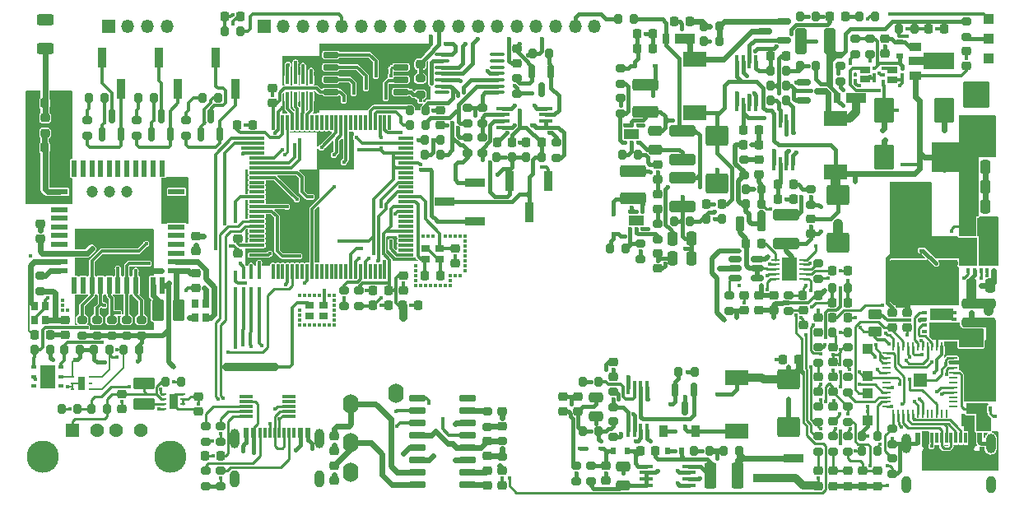
<source format=gtl>
%TF.GenerationSoftware,KiCad,Pcbnew,(7.0.0-rc1-253-g7844602210-dirty)*%
%TF.CreationDate,2023-01-20T20:56:39+08:00*%
%TF.ProjectId,VFDFFT,56464446-4654-42e6-9b69-6361645f7063,rev?*%
%TF.SameCoordinates,Original*%
%TF.FileFunction,Copper,L1,Top*%
%TF.FilePolarity,Positive*%
%FSLAX46Y46*%
G04 Gerber Fmt 4.6, Leading zero omitted, Abs format (unit mm)*
G04 Created by KiCad (PCBNEW (7.0.0-rc1-253-g7844602210-dirty)) date 2023-01-20 20:56:39*
%MOMM*%
%LPD*%
G01*
G04 APERTURE LIST*
G04 Aperture macros list*
%AMRoundRect*
0 Rectangle with rounded corners*
0 $1 Rounding radius*
0 $2 $3 $4 $5 $6 $7 $8 $9 X,Y pos of 4 corners*
0 Add a 4 corners polygon primitive as box body*
4,1,4,$2,$3,$4,$5,$6,$7,$8,$9,$2,$3,0*
0 Add four circle primitives for the rounded corners*
1,1,$1+$1,$2,$3*
1,1,$1+$1,$4,$5*
1,1,$1+$1,$6,$7*
1,1,$1+$1,$8,$9*
0 Add four rect primitives between the rounded corners*
20,1,$1+$1,$2,$3,$4,$5,0*
20,1,$1+$1,$4,$5,$6,$7,0*
20,1,$1+$1,$6,$7,$8,$9,0*
20,1,$1+$1,$8,$9,$2,$3,0*%
%AMFreePoly0*
4,1,9,3.862500,-0.866500,0.737500,-0.866500,0.737500,-0.450000,-0.737500,-0.450000,-0.737500,0.450000,0.737500,0.450000,0.737500,0.866500,3.862500,0.866500,3.862500,-0.866500,3.862500,-0.866500,$1*%
G04 Aperture macros list end*
%TA.AperFunction,SMDPad,CuDef*%
%ADD10R,0.800000X1.100000*%
%TD*%
%TA.AperFunction,SMDPad,CuDef*%
%ADD11R,2.000000X1.100000*%
%TD*%
%TA.AperFunction,SMDPad,CuDef*%
%ADD12R,0.900000X0.800000*%
%TD*%
%TA.AperFunction,SMDPad,CuDef*%
%ADD13R,0.350000X0.430000*%
%TD*%
%TA.AperFunction,SMDPad,CuDef*%
%ADD14R,1.050000X0.720000*%
%TD*%
%TA.AperFunction,SMDPad,CuDef*%
%ADD15RoundRect,0.200000X0.200000X0.275000X-0.200000X0.275000X-0.200000X-0.275000X0.200000X-0.275000X0*%
%TD*%
%TA.AperFunction,SMDPad,CuDef*%
%ADD16RoundRect,0.150000X-0.512500X-0.150000X0.512500X-0.150000X0.512500X0.150000X-0.512500X0.150000X0*%
%TD*%
%TA.AperFunction,SMDPad,CuDef*%
%ADD17R,0.500000X1.140000*%
%TD*%
%TA.AperFunction,SMDPad,CuDef*%
%ADD18R,0.300000X1.140000*%
%TD*%
%TA.AperFunction,ComponentPad*%
%ADD19O,1.000000X1.800000*%
%TD*%
%TA.AperFunction,ComponentPad*%
%ADD20O,1.000000X2.000000*%
%TD*%
%TA.AperFunction,SMDPad,CuDef*%
%ADD21RoundRect,0.200000X-0.200000X-0.275000X0.200000X-0.275000X0.200000X0.275000X-0.200000X0.275000X0*%
%TD*%
%TA.AperFunction,SMDPad,CuDef*%
%ADD22R,2.000000X0.900000*%
%TD*%
%TA.AperFunction,SMDPad,CuDef*%
%ADD23RoundRect,0.225000X0.250000X-0.225000X0.250000X0.225000X-0.250000X0.225000X-0.250000X-0.225000X0*%
%TD*%
%TA.AperFunction,SMDPad,CuDef*%
%ADD24RoundRect,0.225000X-0.250000X0.225000X-0.250000X-0.225000X0.250000X-0.225000X0.250000X0.225000X0*%
%TD*%
%TA.AperFunction,SMDPad,CuDef*%
%ADD25RoundRect,0.075000X0.725000X0.075000X-0.725000X0.075000X-0.725000X-0.075000X0.725000X-0.075000X0*%
%TD*%
%TA.AperFunction,SMDPad,CuDef*%
%ADD26RoundRect,0.075000X0.075000X0.725000X-0.075000X0.725000X-0.075000X-0.725000X0.075000X-0.725000X0*%
%TD*%
%TA.AperFunction,SMDPad,CuDef*%
%ADD27R,0.600000X0.700000*%
%TD*%
%TA.AperFunction,SMDPad,CuDef*%
%ADD28RoundRect,0.200000X-0.275000X0.200000X-0.275000X-0.200000X0.275000X-0.200000X0.275000X0.200000X0*%
%TD*%
%TA.AperFunction,SMDPad,CuDef*%
%ADD29RoundRect,0.250000X-0.250000X-0.475000X0.250000X-0.475000X0.250000X0.475000X-0.250000X0.475000X0*%
%TD*%
%TA.AperFunction,SMDPad,CuDef*%
%ADD30RoundRect,0.200000X0.275000X-0.200000X0.275000X0.200000X-0.275000X0.200000X-0.275000X-0.200000X0*%
%TD*%
%TA.AperFunction,SMDPad,CuDef*%
%ADD31RoundRect,0.100000X-0.637500X-0.100000X0.637500X-0.100000X0.637500X0.100000X-0.637500X0.100000X0*%
%TD*%
%TA.AperFunction,SMDPad,CuDef*%
%ADD32RoundRect,0.150000X-0.587500X-0.150000X0.587500X-0.150000X0.587500X0.150000X-0.587500X0.150000X0*%
%TD*%
%TA.AperFunction,SMDPad,CuDef*%
%ADD33R,0.800000X0.900000*%
%TD*%
%TA.AperFunction,SMDPad,CuDef*%
%ADD34RoundRect,0.250000X0.475000X-0.250000X0.475000X0.250000X-0.475000X0.250000X-0.475000X-0.250000X0*%
%TD*%
%TA.AperFunction,SMDPad,CuDef*%
%ADD35RoundRect,0.225000X0.225000X0.250000X-0.225000X0.250000X-0.225000X-0.250000X0.225000X-0.250000X0*%
%TD*%
%TA.AperFunction,SMDPad,CuDef*%
%ADD36RoundRect,0.225000X-0.225000X-0.250000X0.225000X-0.250000X0.225000X0.250000X-0.225000X0.250000X0*%
%TD*%
%TA.AperFunction,SMDPad,CuDef*%
%ADD37R,0.900000X1.200000*%
%TD*%
%TA.AperFunction,SMDPad,CuDef*%
%ADD38RoundRect,0.250000X-1.100000X0.325000X-1.100000X-0.325000X1.100000X-0.325000X1.100000X0.325000X0*%
%TD*%
%TA.AperFunction,SMDPad,CuDef*%
%ADD39RoundRect,0.150000X0.150000X-0.587500X0.150000X0.587500X-0.150000X0.587500X-0.150000X-0.587500X0*%
%TD*%
%TA.AperFunction,ComponentPad*%
%ADD40R,1.350000X1.350000*%
%TD*%
%TA.AperFunction,ComponentPad*%
%ADD41O,1.350000X1.350000*%
%TD*%
%TA.AperFunction,SMDPad,CuDef*%
%ADD42RoundRect,0.250000X-0.925000X0.787500X-0.925000X-0.787500X0.925000X-0.787500X0.925000X0.787500X0*%
%TD*%
%TA.AperFunction,SMDPad,CuDef*%
%ADD43R,0.900000X2.000000*%
%TD*%
%TA.AperFunction,SMDPad,CuDef*%
%ADD44O,0.499999X0.249999*%
%TD*%
%TA.AperFunction,ComponentPad*%
%ADD45C,0.499999*%
%TD*%
%TA.AperFunction,SMDPad,CuDef*%
%ADD46R,0.650001X1.350000*%
%TD*%
%TA.AperFunction,SMDPad,CuDef*%
%ADD47R,0.600000X0.450000*%
%TD*%
%TA.AperFunction,SMDPad,CuDef*%
%ADD48R,0.400000X0.600000*%
%TD*%
%TA.AperFunction,SMDPad,CuDef*%
%ADD49R,1.290000X2.350000*%
%TD*%
%TA.AperFunction,SMDPad,CuDef*%
%ADD50RoundRect,0.150000X0.650000X0.150000X-0.650000X0.150000X-0.650000X-0.150000X0.650000X-0.150000X0*%
%TD*%
%TA.AperFunction,SMDPad,CuDef*%
%ADD51R,0.600000X0.400000*%
%TD*%
%TA.AperFunction,SMDPad,CuDef*%
%ADD52R,1.500000X2.400000*%
%TD*%
%TA.AperFunction,SMDPad,CuDef*%
%ADD53R,2.400000X1.500000*%
%TD*%
%TA.AperFunction,SMDPad,CuDef*%
%ADD54RoundRect,0.150000X-0.150000X0.587500X-0.150000X-0.587500X0.150000X-0.587500X0.150000X0.587500X0*%
%TD*%
%TA.AperFunction,SMDPad,CuDef*%
%ADD55RoundRect,0.250000X-1.075000X0.375000X-1.075000X-0.375000X1.075000X-0.375000X1.075000X0.375000X0*%
%TD*%
%TA.AperFunction,SMDPad,CuDef*%
%ADD56RoundRect,0.250000X0.375000X0.850000X-0.375000X0.850000X-0.375000X-0.850000X0.375000X-0.850000X0*%
%TD*%
%TA.AperFunction,SMDPad,CuDef*%
%ADD57RoundRect,0.250000X0.787500X1.025000X-0.787500X1.025000X-0.787500X-1.025000X0.787500X-1.025000X0*%
%TD*%
%TA.AperFunction,SMDPad,CuDef*%
%ADD58R,1.100000X1.100000*%
%TD*%
%TA.AperFunction,SMDPad,CuDef*%
%ADD59R,1.000000X1.000000*%
%TD*%
%TA.AperFunction,SMDPad,CuDef*%
%ADD60RoundRect,0.250000X-0.450000X0.262500X-0.450000X-0.262500X0.450000X-0.262500X0.450000X0.262500X0*%
%TD*%
%TA.AperFunction,SMDPad,CuDef*%
%ADD61R,0.700000X0.600000*%
%TD*%
%TA.AperFunction,SMDPad,CuDef*%
%ADD62RoundRect,0.093750X0.106250X-0.093750X0.106250X0.093750X-0.106250X0.093750X-0.106250X-0.093750X0*%
%TD*%
%TA.AperFunction,SMDPad,CuDef*%
%ADD63R,1.600000X1.000000*%
%TD*%
%TA.AperFunction,SMDPad,CuDef*%
%ADD64RoundRect,0.218750X0.256250X-0.218750X0.256250X0.218750X-0.256250X0.218750X-0.256250X-0.218750X0*%
%TD*%
%TA.AperFunction,SMDPad,CuDef*%
%ADD65RoundRect,0.218750X-0.256250X0.218750X-0.256250X-0.218750X0.256250X-0.218750X0.256250X0.218750X0*%
%TD*%
%TA.AperFunction,SMDPad,CuDef*%
%ADD66RoundRect,0.150000X-0.725000X-0.150000X0.725000X-0.150000X0.725000X0.150000X-0.725000X0.150000X0*%
%TD*%
%TA.AperFunction,SMDPad,CuDef*%
%ADD67RoundRect,0.250000X-0.375000X-1.075000X0.375000X-1.075000X0.375000X1.075000X-0.375000X1.075000X0*%
%TD*%
%TA.AperFunction,SMDPad,CuDef*%
%ADD68R,1.700000X0.600000*%
%TD*%
%TA.AperFunction,SMDPad,CuDef*%
%ADD69R,0.600000X1.700000*%
%TD*%
%TA.AperFunction,SMDPad,CuDef*%
%ADD70C,1.200000*%
%TD*%
%TA.AperFunction,SMDPad,CuDef*%
%ADD71R,1.450000X0.450000*%
%TD*%
%TA.AperFunction,SMDPad,CuDef*%
%ADD72RoundRect,0.218750X-0.218750X-0.256250X0.218750X-0.256250X0.218750X0.256250X-0.218750X0.256250X0*%
%TD*%
%TA.AperFunction,ComponentPad*%
%ADD73O,1.600000X2.000000*%
%TD*%
%TA.AperFunction,SMDPad,CuDef*%
%ADD74RoundRect,0.250000X0.325000X1.100000X-0.325000X1.100000X-0.325000X-1.100000X0.325000X-1.100000X0*%
%TD*%
%TA.AperFunction,SMDPad,CuDef*%
%ADD75R,2.600000X2.050000*%
%TD*%
%TA.AperFunction,SMDPad,CuDef*%
%ADD76RoundRect,0.250000X1.075000X-0.375000X1.075000X0.375000X-1.075000X0.375000X-1.075000X-0.375000X0*%
%TD*%
%TA.AperFunction,SMDPad,CuDef*%
%ADD77R,3.500000X4.100000*%
%TD*%
%TA.AperFunction,ComponentPad*%
%ADD78RoundRect,0.250000X-1.125000X1.125000X-1.125000X-1.125000X1.125000X-1.125000X1.125000X1.125000X0*%
%TD*%
%TA.AperFunction,ComponentPad*%
%ADD79C,2.750000*%
%TD*%
%TA.AperFunction,SMDPad,CuDef*%
%ADD80R,0.400000X0.900000*%
%TD*%
%TA.AperFunction,SMDPad,CuDef*%
%ADD81RoundRect,0.250000X0.625000X-0.312500X0.625000X0.312500X-0.625000X0.312500X-0.625000X-0.312500X0*%
%TD*%
%TA.AperFunction,ComponentPad*%
%ADD82R,1.428000X1.428000*%
%TD*%
%TA.AperFunction,ComponentPad*%
%ADD83C,1.428000*%
%TD*%
%TA.AperFunction,ComponentPad*%
%ADD84C,3.316000*%
%TD*%
%TA.AperFunction,SMDPad,CuDef*%
%ADD85RoundRect,0.250000X-0.625000X0.312500X-0.625000X-0.312500X0.625000X-0.312500X0.625000X0.312500X0*%
%TD*%
%TA.AperFunction,SMDPad,CuDef*%
%ADD86R,0.500000X0.250000*%
%TD*%
%TA.AperFunction,ComponentPad*%
%ADD87C,0.600000*%
%TD*%
%TA.AperFunction,SMDPad,CuDef*%
%ADD88R,0.900000X1.600000*%
%TD*%
%TA.AperFunction,SMDPad,CuDef*%
%ADD89RoundRect,0.250000X0.262500X0.450000X-0.262500X0.450000X-0.262500X-0.450000X0.262500X-0.450000X0*%
%TD*%
%TA.AperFunction,SMDPad,CuDef*%
%ADD90R,0.450000X1.450000*%
%TD*%
%TA.AperFunction,SMDPad,CuDef*%
%ADD91R,1.400000X0.300000*%
%TD*%
%TA.AperFunction,SMDPad,CuDef*%
%ADD92R,1.300000X0.900000*%
%TD*%
%TA.AperFunction,SMDPad,CuDef*%
%ADD93FreePoly0,0.000000*%
%TD*%
%TA.AperFunction,SMDPad,CuDef*%
%ADD94RoundRect,0.062500X0.362500X0.062500X-0.362500X0.062500X-0.362500X-0.062500X0.362500X-0.062500X0*%
%TD*%
%TA.AperFunction,SMDPad,CuDef*%
%ADD95R,1.650000X2.380000*%
%TD*%
%TA.AperFunction,SMDPad,CuDef*%
%ADD96RoundRect,0.250000X0.250000X0.475000X-0.250000X0.475000X-0.250000X-0.475000X0.250000X-0.475000X0*%
%TD*%
%TA.AperFunction,SMDPad,CuDef*%
%ADD97RoundRect,0.250000X-0.475000X0.250000X-0.475000X-0.250000X0.475000X-0.250000X0.475000X0.250000X0*%
%TD*%
%TA.AperFunction,SMDPad,CuDef*%
%ADD98RoundRect,0.218750X-0.218750X-0.581250X0.218750X-0.581250X0.218750X0.581250X-0.218750X0.581250X0*%
%TD*%
%TA.AperFunction,SMDPad,CuDef*%
%ADD99RoundRect,0.062500X0.337500X0.062500X-0.337500X0.062500X-0.337500X-0.062500X0.337500X-0.062500X0*%
%TD*%
%TA.AperFunction,SMDPad,CuDef*%
%ADD100RoundRect,0.062500X0.062500X0.337500X-0.062500X0.337500X-0.062500X-0.337500X0.062500X-0.337500X0*%
%TD*%
%TA.AperFunction,SMDPad,CuDef*%
%ADD101R,1.400000X1.450000*%
%TD*%
%TA.AperFunction,SMDPad,CuDef*%
%ADD102RoundRect,0.150000X0.587500X0.150000X-0.587500X0.150000X-0.587500X-0.150000X0.587500X-0.150000X0*%
%TD*%
%TA.AperFunction,SMDPad,CuDef*%
%ADD103R,0.450000X0.600000*%
%TD*%
%TA.AperFunction,SMDPad,CuDef*%
%ADD104R,2.350000X1.290000*%
%TD*%
%TA.AperFunction,SMDPad,CuDef*%
%ADD105RoundRect,0.250000X0.850000X-0.375000X0.850000X0.375000X-0.850000X0.375000X-0.850000X-0.375000X0*%
%TD*%
%TA.AperFunction,ViaPad*%
%ADD106C,0.400000*%
%TD*%
%TA.AperFunction,Conductor*%
%ADD107C,0.304800*%
%TD*%
%TA.AperFunction,Conductor*%
%ADD108C,0.381000*%
%TD*%
%TA.AperFunction,Conductor*%
%ADD109C,0.254000*%
%TD*%
%TA.AperFunction,Conductor*%
%ADD110C,0.406400*%
%TD*%
%TA.AperFunction,Conductor*%
%ADD111C,0.508000*%
%TD*%
%TA.AperFunction,Conductor*%
%ADD112C,0.609600*%
%TD*%
%TA.AperFunction,Conductor*%
%ADD113C,0.812800*%
%TD*%
%TA.AperFunction,Conductor*%
%ADD114C,0.203200*%
%TD*%
%TA.AperFunction,Conductor*%
%ADD115C,1.016000*%
%TD*%
%TA.AperFunction,Conductor*%
%ADD116C,0.406000*%
%TD*%
%TA.AperFunction,Conductor*%
%ADD117C,0.305816*%
%TD*%
G04 APERTURE END LIST*
D10*
%TO.P,D9,1,K*%
%TO.N,PRI_LO*%
X107065999Y-37083999D03*
D11*
%TO.P,D9,2,A*%
%TO.N,Net-(D9-A)*%
X108965999Y-37083999D03*
%TD*%
D12*
%TO.P,X2,1,E/B*%
%TO.N,unconnected-(X2-E{slash}B-Pad1)*%
X70419999Y-65573999D03*
%TO.P,X2,2,GND*%
%TO.N,GND*%
X71819999Y-65573999D03*
%TO.P,X2,3,OUT*%
%TO.N,Net-(U6-PC9)*%
X71819999Y-64473999D03*
%TO.P,X2,4,V+*%
%TO.N,+3V3*%
X70419999Y-64473999D03*
%TD*%
D13*
%TO.P,Q5,1,S*%
%TO.N,GND*%
X129381999Y-41431999D03*
%TO.P,Q5,2,G*%
%TO.N,/BAT_MODE*%
X129381999Y-40781999D03*
D14*
%TO.P,Q5,3,D*%
%TO.N,/CC2*%
X130349999Y-40296999D03*
D13*
X129381999Y-40131999D03*
%TO.P,Q5,4,S*%
%TO.N,Net-(D8-K)*%
X131317999Y-40131999D03*
%TO.P,Q5,5,G*%
%TO.N,Net-(Q5A-D)*%
X131317999Y-40781999D03*
%TO.P,Q5,6,D*%
X131317999Y-41431999D03*
D14*
X130349999Y-41266999D03*
%TD*%
D15*
%TO.P,R16,1*%
%TO.N,GND*%
X125793000Y-62738000D03*
%TO.P,R16,2*%
%TO.N,/HLED*%
X124143000Y-62738000D03*
%TD*%
D16*
%TO.P,Q6,1,G*%
%TO.N,Net-(Q6A-G)*%
X114178500Y-59756000D03*
%TO.P,Q6,2,S*%
%TO.N,GND*%
X114178500Y-60706000D03*
%TO.P,Q6,3,G*%
%TO.N,Net-(Q6B-G)*%
X114178500Y-61656000D03*
%TO.P,Q6,4,D*%
%TO.N,Net-(Q6A-S)*%
X116453500Y-61656000D03*
%TO.P,Q6,5,S*%
X116453500Y-60706000D03*
%TO.P,Q6,6,D*%
%TO.N,+BATT*%
X116453500Y-59756000D03*
%TD*%
D15*
%TO.P,R28,1*%
%TO.N,Net-(Q7-S)*%
X112585000Y-35814000D03*
%TO.P,R28,2*%
%TO.N,GND*%
X110935000Y-35814000D03*
%TD*%
D17*
%TO.P,J15,A1,GND*%
%TO.N,GND*%
X70255999Y-77636999D03*
%TO.P,J15,A4,VBUS*%
%TO.N,/VBS*%
X69455999Y-77636999D03*
D18*
%TO.P,J15,A5,CC1*%
%TO.N,Net-(J15-CC1)*%
X68305999Y-77636999D03*
%TO.P,J15,A6,D+*%
%TO.N,/UD+*%
X67305999Y-77636999D03*
%TO.P,J15,A7,D-*%
%TO.N,/UD-*%
X66805999Y-77636999D03*
%TO.P,J15,A8,SBU1*%
%TO.N,unconnected-(J15-SBU1-PadA8)*%
X65805999Y-77636999D03*
D17*
%TO.P,J15,A9,VBUS*%
%TO.N,/VBS*%
X64655999Y-77636999D03*
%TO.P,J15,A12,GND*%
%TO.N,GND*%
X63855999Y-77636999D03*
D18*
%TO.P,J15,B5,CC2*%
%TO.N,Net-(J15-CC2)*%
X65305999Y-77636999D03*
%TO.P,J15,B6,D+*%
%TO.N,/UD+*%
X66305999Y-77636999D03*
%TO.P,J15,B7,D-*%
%TO.N,/UD-*%
X67805999Y-77636999D03*
%TO.P,J15,B8,SBU2*%
%TO.N,unconnected-(J15-SBU2-PadB8)*%
X68805999Y-77636999D03*
D19*
%TO.P,J15,S1,SHIELD*%
%TO.N,GND*%
X71375999Y-82383999D03*
D20*
X71375999Y-78203999D03*
D19*
X62735999Y-82383999D03*
D20*
X62735999Y-78203999D03*
%TD*%
D21*
%TO.P,R29,1*%
%TO.N,/FB_60*%
X111189000Y-55626000D03*
%TO.P,R29,2*%
%TO.N,PRI_LO*%
X112839000Y-55626000D03*
%TD*%
D22*
%TO.P,J7,3,Pin_3*%
%TO.N,/R-*%
X87451999Y-55847999D03*
%TO.P,J7,2,Pin_2*%
%TO.N,GNDA*%
X84251999Y-53847999D03*
%TO.P,J7,1,Pin_1*%
%TO.N,/R+*%
X87451999Y-51847999D03*
%TD*%
D15*
%TO.P,R68,1*%
%TO.N,Net-(U15B--)*%
X82359000Y-44450000D03*
%TO.P,R68,2*%
%TO.N,/R*%
X80709000Y-44450000D03*
%TD*%
D23*
%TO.P,C41,1*%
%TO.N,GND*%
X121920000Y-57163000D03*
%TO.P,C41,2*%
%TO.N,+BATT*%
X121920000Y-55613000D03*
%TD*%
D24*
%TO.P,C96,1*%
%TO.N,/AUX_L*%
X72898000Y-77965000D03*
%TO.P,C96,2*%
%TO.N,GND*%
X72898000Y-79515000D03*
%TD*%
D25*
%TO.P,U6,1,PE2*%
%TO.N,/FLASH_IO2*%
X80319000Y-59340000D03*
%TO.P,U6,2,PE3*%
%TO.N,unconnected-(U6-PE3-Pad2)*%
X80319000Y-58840000D03*
%TO.P,U6,3,PE4*%
%TO.N,unconnected-(U6-PE4-Pad3)*%
X80319000Y-58340000D03*
%TO.P,U6,4,PE5*%
%TO.N,unconnected-(U6-PE5-Pad4)*%
X80319000Y-57840000D03*
%TO.P,U6,5,PE6*%
%TO.N,unconnected-(U6-PE6-Pad5)*%
X80319000Y-57340000D03*
%TO.P,U6,6,VBAT*%
%TO.N,+3V3*%
X80319000Y-56840000D03*
%TO.P,U6,7,PC13*%
%TO.N,unconnected-(U6-PC13-Pad7)*%
X80319000Y-56340000D03*
%TO.P,U6,8,PC14*%
%TO.N,unconnected-(U6-PC14-Pad8)*%
X80319000Y-55840000D03*
%TO.P,U6,9,PC15*%
%TO.N,unconnected-(U6-PC15-Pad9)*%
X80319000Y-55340000D03*
%TO.P,U6,10,VSS*%
%TO.N,GND*%
X80319000Y-54840000D03*
%TO.P,U6,11,VDD*%
%TO.N,+3V3*%
X80319000Y-54340000D03*
%TO.P,U6,12,PH0*%
%TO.N,Net-(U6-PH0)*%
X80319000Y-53840000D03*
%TO.P,U6,13,PH1*%
%TO.N,Net-(U6-PH1)*%
X80319000Y-53340000D03*
%TO.P,U6,14,NRST*%
%TO.N,Net-(U6-NRST)*%
X80319000Y-52840000D03*
%TO.P,U6,15,PC0*%
%TO.N,unconnected-(U6-PC0-Pad15)*%
X80319000Y-52340000D03*
%TO.P,U6,16,PC1*%
%TO.N,/AUX_I2S_SD*%
X80319000Y-51840000D03*
%TO.P,U6,17,PC2*%
%TO.N,unconnected-(U6-PC2-Pad17)*%
X80319000Y-51340000D03*
%TO.P,U6,18,PC3*%
%TO.N,unconnected-(U6-PC3-Pad18)*%
X80319000Y-50840000D03*
%TO.P,U6,19,VDD*%
%TO.N,+3V3*%
X80319000Y-50340000D03*
%TO.P,U6,20,VSSA*%
%TO.N,GND*%
X80319000Y-49840000D03*
%TO.P,U6,21,VREF+*%
%TO.N,+3V3*%
X80319000Y-49340000D03*
%TO.P,U6,22,VDDA*%
X80319000Y-48840000D03*
%TO.P,U6,23,PA0*%
%TO.N,unconnected-(U6-PA0-Pad23)*%
X80319000Y-48340000D03*
%TO.P,U6,24,PA1*%
%TO.N,/FLASH_IO3*%
X80319000Y-47840000D03*
%TO.P,U6,25,PA2*%
%TO.N,unconnected-(U6-PA2-Pad25)*%
X80319000Y-47340000D03*
D26*
%TO.P,U6,26,PA3*%
%TO.N,unconnected-(U6-PA3-Pad26)*%
X78644000Y-45665000D03*
%TO.P,U6,27,VSS*%
%TO.N,GND*%
X78144000Y-45665000D03*
%TO.P,U6,28,VDD*%
%TO.N,+3V3*%
X77644000Y-45665000D03*
%TO.P,U6,29,PA4*%
%TO.N,/L*%
X77144000Y-45665000D03*
%TO.P,U6,30,PA5*%
%TO.N,/R*%
X76644000Y-45665000D03*
%TO.P,U6,31,PA6*%
%TO.N,unconnected-(U6-PA6-Pad31)*%
X76144000Y-45665000D03*
%TO.P,U6,32,PA7*%
%TO.N,/MIC_SD*%
X75644000Y-45665000D03*
%TO.P,U6,33,PC4*%
%TO.N,unconnected-(U6-PC4-Pad33)*%
X75144000Y-45665000D03*
%TO.P,U6,34,PC5*%
%TO.N,unconnected-(U6-PC5-Pad34)*%
X74644000Y-45665000D03*
%TO.P,U6,35,PB0*%
%TO.N,/WL_D1*%
X74144000Y-45665000D03*
%TO.P,U6,36,PB1*%
%TO.N,/WL_D2*%
X73644000Y-45665000D03*
%TO.P,U6,37,PB2*%
%TO.N,/WL_CLK*%
X73144000Y-45665000D03*
%TO.P,U6,38,PE7*%
%TO.N,unconnected-(U6-PE7-Pad38)*%
X72644000Y-45665000D03*
%TO.P,U6,39,PE8*%
%TO.N,unconnected-(U6-PE8-Pad39)*%
X72144000Y-45665000D03*
%TO.P,U6,40,PE9*%
%TO.N,unconnected-(U6-PE9-Pad40)*%
X71644000Y-45665000D03*
%TO.P,U6,41,PE10*%
%TO.N,unconnected-(U6-PE10-Pad41)*%
X71144000Y-45665000D03*
%TO.P,U6,42,PE11*%
%TO.N,unconnected-(U6-PE11-Pad42)*%
X70644000Y-45665000D03*
%TO.P,U6,43,PE12*%
%TO.N,/VFD_CLK*%
X70144000Y-45665000D03*
%TO.P,U6,44,PE13*%
%TO.N,/VFD_CS*%
X69644000Y-45665000D03*
%TO.P,U6,45,PE14*%
%TO.N,/VFD_DATA*%
X69144000Y-45665000D03*
%TO.P,U6,46,PE15*%
%TO.N,/VFD_RST*%
X68644000Y-45665000D03*
%TO.P,U6,47,PB10*%
%TO.N,/OPT_SCL*%
X68144000Y-45665000D03*
%TO.P,U6,48,VCAP_1*%
%TO.N,Net-(U6-VCAP_1)*%
X67644000Y-45665000D03*
%TO.P,U6,49,VSS*%
%TO.N,GND*%
X67144000Y-45665000D03*
%TO.P,U6,50,VDD*%
%TO.N,+3V3*%
X66644000Y-45665000D03*
D25*
%TO.P,U6,51,PB12*%
%TO.N,/AUX_I2S_WS*%
X64969000Y-47340000D03*
%TO.P,U6,52,PB13*%
%TO.N,/AUX_I2S_CK*%
X64969000Y-47840000D03*
%TO.P,U6,53,PB14*%
%TO.N,/D-*%
X64969000Y-48340000D03*
%TO.P,U6,54,PB15*%
%TO.N,/D+*%
X64969000Y-48840000D03*
%TO.P,U6,55,PD8*%
%TO.N,/LR*%
X64969000Y-49340000D03*
%TO.P,U6,56,PD9*%
%TO.N,/LG*%
X64969000Y-49840000D03*
%TO.P,U6,57,PD10*%
%TO.N,/LB*%
X64969000Y-50340000D03*
%TO.P,U6,58,PD11*%
%TO.N,/FLASH_IO0*%
X64969000Y-50840000D03*
%TO.P,U6,59,PD12*%
%TO.N,/FLASH_IO1*%
X64969000Y-51340000D03*
%TO.P,U6,60,PD13*%
%TO.N,unconnected-(U6-PD13-Pad60)*%
X64969000Y-51840000D03*
%TO.P,U6,61,PD14*%
%TO.N,unconnected-(U6-PD14-Pad61)*%
X64969000Y-52340000D03*
%TO.P,U6,62,PD15*%
%TO.N,unconnected-(U6-PD15-Pad62)*%
X64969000Y-52840000D03*
%TO.P,U6,63,PC6*%
%TO.N,/AUX_MCK*%
X64969000Y-53340000D03*
%TO.P,U6,64,PC7*%
%TO.N,unconnected-(U6-PC7-Pad64)*%
X64969000Y-53840000D03*
%TO.P,U6,65,PC8*%
%TO.N,/WL_D0*%
X64969000Y-54340000D03*
%TO.P,U6,66,PC9*%
%TO.N,Net-(U6-PC9)*%
X64969000Y-54840000D03*
%TO.P,U6,67,PA8*%
%TO.N,unconnected-(U6-PA8-Pad67)*%
X64969000Y-55340000D03*
%TO.P,U6,68,PA9*%
%TO.N,Net-(U6-PA9)*%
X64969000Y-55840000D03*
%TO.P,U6,69,PA10*%
%TO.N,Net-(U6-PA10)*%
X64969000Y-56340000D03*
%TO.P,U6,70,PA11*%
%TO.N,unconnected-(U6-PA11-Pad70)*%
X64969000Y-56840000D03*
%TO.P,U6,71,PA12*%
%TO.N,unconnected-(U6-PA12-Pad71)*%
X64969000Y-57340000D03*
%TO.P,U6,72,PA13*%
%TO.N,/SWDIO*%
X64969000Y-57840000D03*
%TO.P,U6,73,VCAP_2*%
%TO.N,Net-(U6-VCAP_2)*%
X64969000Y-58340000D03*
%TO.P,U6,74,VSS*%
%TO.N,GND*%
X64969000Y-58840000D03*
%TO.P,U6,75,VDD*%
%TO.N,+3V3*%
X64969000Y-59340000D03*
D26*
%TO.P,U6,76,PA14*%
%TO.N,/SWCLK*%
X66644000Y-61015000D03*
%TO.P,U6,77,PA15*%
%TO.N,/MIC_WS*%
X67144000Y-61015000D03*
%TO.P,U6,78,PC10*%
%TO.N,unconnected-(U6-PC10-Pad78)*%
X67644000Y-61015000D03*
%TO.P,U6,79,PC11*%
%TO.N,/WL_D3*%
X68144000Y-61015000D03*
%TO.P,U6,80,PC12*%
%TO.N,/OPT_SDA*%
X68644000Y-61015000D03*
%TO.P,U6,81,PD0*%
%TO.N,unconnected-(U6-PD0-Pad81)*%
X69144000Y-61015000D03*
%TO.P,U6,82,PD1*%
%TO.N,unconnected-(U6-PD1-Pad82)*%
X69644000Y-61015000D03*
%TO.P,U6,83,PD2*%
%TO.N,/WL_CMD*%
X70144000Y-61015000D03*
%TO.P,U6,84,PD3*%
%TO.N,/FLASH_SCK*%
X70644000Y-61015000D03*
%TO.P,U6,85,PD4*%
%TO.N,unconnected-(U6-PD4-Pad85)*%
X71144000Y-61015000D03*
%TO.P,U6,86,PD5*%
%TO.N,unconnected-(U6-PD5-Pad86)*%
X71644000Y-61015000D03*
%TO.P,U6,87,PD6*%
%TO.N,unconnected-(U6-PD6-Pad87)*%
X72144000Y-61015000D03*
%TO.P,U6,88,PD7*%
%TO.N,unconnected-(U6-PD7-Pad88)*%
X72644000Y-61015000D03*
%TO.P,U6,89,PB3*%
%TO.N,/MIC_SCK*%
X73144000Y-61015000D03*
%TO.P,U6,90,PB4*%
%TO.N,unconnected-(U6-PB4-Pad90)*%
X73644000Y-61015000D03*
%TO.P,U6,91,PB5*%
%TO.N,unconnected-(U6-PB5-Pad91)*%
X74144000Y-61015000D03*
%TO.P,U6,92,PB6*%
%TO.N,/FLASH_CS*%
X74644000Y-61015000D03*
%TO.P,U6,93,PB7*%
%TO.N,/HUM_SDA*%
X75144000Y-61015000D03*
%TO.P,U6,94,BOOT0*%
%TO.N,Net-(U6-BOOT0)*%
X75644000Y-61015000D03*
%TO.P,U6,95,PB8*%
%TO.N,/HUM_SCK*%
X76144000Y-61015000D03*
%TO.P,U6,96,PB9*%
%TO.N,unconnected-(U6-PB9-Pad96)*%
X76644000Y-61015000D03*
%TO.P,U6,97,PE0*%
%TO.N,unconnected-(U6-PE0-Pad97)*%
X77144000Y-61015000D03*
%TO.P,U6,98,PE1*%
%TO.N,unconnected-(U6-PE1-Pad98)*%
X77644000Y-61015000D03*
%TO.P,U6,99,VSS*%
%TO.N,GND*%
X78144000Y-61015000D03*
%TO.P,U6,100,VDD*%
%TO.N,+3V3*%
X78644000Y-61015000D03*
%TD*%
D15*
%TO.P,R43,1*%
%TO.N,+3V3*%
X46799000Y-69088000D03*
%TO.P,R43,2*%
%TO.N,/HUM_SCK*%
X45149000Y-69088000D03*
%TD*%
D27*
%TO.P,D16,1,K*%
%TO.N,Net-(D16-K)*%
X103061999Y-79501999D03*
%TO.P,D16,2,A*%
%TO.N,Net-(D16-A)*%
X101661999Y-79501999D03*
%TD*%
D28*
%TO.P,R80,1*%
%TO.N,Net-(R79-Pad1)*%
X47498000Y-45403000D03*
%TO.P,R80,2*%
%TO.N,Net-(J10-Pin_2)*%
X47498000Y-47053000D03*
%TD*%
D29*
%TO.P,C15,1*%
%TO.N,+BATT*%
X137988000Y-50292000D03*
%TO.P,C15,2*%
%TO.N,GND*%
X139888000Y-50292000D03*
%TD*%
D30*
%TO.P,R31,1*%
%TO.N,GND*%
X121920000Y-54165000D03*
%TO.P,R31,2*%
%TO.N,Net-(C37-Pad1)*%
X121920000Y-52515000D03*
%TD*%
D31*
%TO.P,U15,1*%
%TO.N,/R-*%
X84005500Y-38690000D03*
%TO.P,U15,2,-*%
%TO.N,Net-(U15A--)*%
X84005500Y-39340000D03*
%TO.P,U15,3,+*%
%TO.N,GNDA*%
X84005500Y-39990000D03*
%TO.P,U15,4,V+*%
%TO.N,VDDA*%
X84005500Y-40640000D03*
%TO.P,U15,5,+*%
%TO.N,Net-(U15B-+)*%
X84005500Y-41290000D03*
%TO.P,U15,6,-*%
%TO.N,Net-(U15B--)*%
X84005500Y-41940000D03*
%TO.P,U15,7*%
%TO.N,/R+*%
X84005500Y-42590000D03*
%TO.P,U15,8*%
%TO.N,/L+*%
X89730500Y-42590000D03*
%TO.P,U15,9,-*%
%TO.N,Net-(U15C--)*%
X89730500Y-41940000D03*
%TO.P,U15,10,+*%
%TO.N,Net-(U15C-+)*%
X89730500Y-41290000D03*
%TO.P,U15,11,V-*%
%TO.N,GND*%
X89730500Y-40640000D03*
%TO.P,U15,12*%
%TO.N,N/C*%
X89730500Y-39990000D03*
%TO.P,U15,13*%
X89730500Y-39340000D03*
%TO.P,U15,14*%
X89730500Y-38690000D03*
%TD*%
D32*
%TO.P,Q8,1,G*%
%TO.N,Net-(Q8-G)*%
X121158000Y-41534000D03*
%TO.P,Q8,2,S*%
%TO.N,Net-(Q8-S)*%
X121158000Y-43434000D03*
%TO.P,Q8,3,D*%
%TO.N,Net-(D10-A)*%
X123033000Y-42484000D03*
%TD*%
D23*
%TO.P,C23,1*%
%TO.N,GND*%
X118110000Y-65037000D03*
%TO.P,C23,2*%
%TO.N,+BATT*%
X118110000Y-63487000D03*
%TD*%
D28*
%TO.P,R74,1*%
%TO.N,/L+*%
X86614000Y-44133000D03*
%TO.P,R74,2*%
%TO.N,Net-(U15C--)*%
X86614000Y-45783000D03*
%TD*%
D30*
%TO.P,R8,1*%
%TO.N,Net-(U1-FCAP)*%
X125730000Y-73469000D03*
%TO.P,R8,2*%
%TO.N,GND*%
X125730000Y-71819000D03*
%TD*%
D21*
%TO.P,R76,1*%
%TO.N,Net-(R75-Pad1)*%
X59373000Y-43180000D03*
%TO.P,R76,2*%
%TO.N,/LR*%
X61023000Y-43180000D03*
%TD*%
D33*
%TO.P,X1,1,EN*%
%TO.N,unconnected-(X1-EN-Pad1)*%
X58631999Y-64323999D03*
%TO.P,X1,2,GND*%
%TO.N,GND*%
X58631999Y-65723999D03*
%TO.P,X1,3,OUT*%
%TO.N,/32.768kHz*%
X59731999Y-65723999D03*
%TO.P,X1,4,Vdd*%
%TO.N,+3V3*%
X59731999Y-64323999D03*
%TD*%
D34*
%TO.P,C88,1*%
%TO.N,+15V*%
X99822000Y-75880000D03*
%TO.P,C88,2*%
%TO.N,GND*%
X99822000Y-73980000D03*
%TD*%
D28*
%TO.P,R34,1*%
%TO.N,Net-(Q8-S)*%
X124968000Y-39815000D03*
%TO.P,R34,2*%
%TO.N,GND*%
X124968000Y-41465000D03*
%TD*%
D21*
%TO.P,R84,1*%
%TO.N,Net-(Q12-S)*%
X108332000Y-71374000D03*
%TO.P,R84,2*%
%TO.N,GND*%
X109982000Y-71374000D03*
%TD*%
%TO.P,R35,1*%
%TO.N,/FB_90*%
X120841000Y-39878000D03*
%TO.P,R35,2*%
%TO.N,PRI_HI*%
X122491000Y-39878000D03*
%TD*%
D35*
%TO.P,C46,1*%
%TO.N,GND*%
X44717000Y-43688000D03*
%TO.P,C46,2*%
%TO.N,Net-(AE1-A)*%
X43167000Y-43688000D03*
%TD*%
D36*
%TO.P,C79,1*%
%TO.N,VDDA*%
X89662000Y-47752000D03*
%TO.P,C79,2*%
%TO.N,GNDA*%
X91212000Y-47752000D03*
%TD*%
D37*
%TO.P,D14,1,K*%
%TO.N,+15V*%
X106807999Y-77469999D03*
%TO.P,D14,2,A*%
%TO.N,Net-(D14-A)*%
X110107999Y-77469999D03*
%TD*%
D30*
%TO.P,R45,1*%
%TO.N,GND*%
X73914000Y-64579000D03*
%TO.P,R45,2*%
%TO.N,Net-(U6-BOOT0)*%
X73914000Y-62929000D03*
%TD*%
D23*
%TO.P,C10,1*%
%TO.N,Net-(D6-A2)*%
X131826000Y-66815000D03*
%TO.P,C10,2*%
%TO.N,Net-(Q2A-S)*%
X131826000Y-65265000D03*
%TD*%
D38*
%TO.P,C42,1*%
%TO.N,PRI_HI*%
X119380000Y-55167000D03*
%TO.P,C42,2*%
%TO.N,GND*%
X119380000Y-58117000D03*
%TD*%
D39*
%TO.P,Q11,1,G*%
%TO.N,/LB*%
X49088000Y-46911500D03*
%TO.P,Q11,2,S*%
%TO.N,Net-(J10-Pin_2)*%
X50988000Y-46911500D03*
%TO.P,Q11,3,D*%
%TO.N,Net-(J10-Pin_1)*%
X50038000Y-45036500D03*
%TD*%
D40*
%TO.P,J4,1,Pin_1*%
%TO.N,GND*%
X65719999Y-35813999D03*
D41*
%TO.P,J4,2,Pin_2*%
%TO.N,+3V3*%
X67719999Y-35813999D03*
%TO.P,J4,3,Pin_3*%
%TO.N,unconnected-(J4-Pin_3-Pad3)*%
X69719999Y-35813999D03*
%TO.P,J4,4,Pin_4*%
%TO.N,unconnected-(J4-Pin_4-Pad4)*%
X71719999Y-35813999D03*
%TO.P,J4,5,Pin_5*%
%TO.N,Net-(J4-Pin_5)*%
X73719999Y-35813999D03*
%TO.P,J4,6,Pin_6*%
%TO.N,Net-(J4-Pin_6)*%
X75719999Y-35813999D03*
%TO.P,J4,7,Pin_7*%
%TO.N,Net-(J4-Pin_7)*%
X77719999Y-35813999D03*
%TO.P,J4,8,Pin_8*%
%TO.N,Net-(J4-Pin_8)*%
X79719999Y-35813999D03*
%TO.P,J4,9,Pin_9*%
%TO.N,Net-(J4-Pin_9)*%
X81719999Y-35813999D03*
%TO.P,J4,10,Pin_10*%
%TO.N,+3V3*%
X83719999Y-35813999D03*
%TO.P,J4,11,Pin_11*%
%TO.N,unconnected-(J4-Pin_11-Pad11)*%
X85719999Y-35813999D03*
%TO.P,J4,12,Pin_12*%
%TO.N,unconnected-(J4-Pin_12-Pad12)*%
X87719999Y-35813999D03*
%TO.P,J4,13,Pin_13*%
%TO.N,GND*%
X89719999Y-35813999D03*
%TO.P,J4,14,Pin_14*%
%TO.N,unconnected-(J4-Pin_14-Pad14)*%
X91719999Y-35813999D03*
%TO.P,J4,15,Pin_15*%
%TO.N,GND*%
X93719999Y-35813999D03*
%TO.P,J4,16,Pin_16*%
%TO.N,unconnected-(J4-Pin_16-Pad16)*%
X95719999Y-35813999D03*
%TO.P,J4,17,Pin_17*%
%TO.N,Net-(J4-Pin_17)*%
X97719999Y-35813999D03*
%TO.P,J4,18,Pin_18*%
%TO.N,unconnected-(J4-Pin_18-Pad18)*%
X99719999Y-35813999D03*
%TD*%
D21*
%TO.P,R22,1*%
%TO.N,+3V3*%
X115253000Y-54102000D03*
%TO.P,R22,2*%
%TO.N,/3V3_FB*%
X116903000Y-54102000D03*
%TD*%
D23*
%TO.P,C66,1*%
%TO.N,GND*%
X85344000Y-60211000D03*
%TO.P,C66,2*%
%TO.N,Net-(U6-PH1)*%
X85344000Y-58661000D03*
%TD*%
%TO.P,C43,1*%
%TO.N,GND*%
X58674000Y-62751000D03*
%TO.P,C43,2*%
%TO.N,Net-(U7-VIN_LDO)*%
X58674000Y-61201000D03*
%TD*%
D21*
%TO.P,R48,1*%
%TO.N,+3V3*%
X61659000Y-36322000D03*
%TO.P,R48,2*%
%TO.N,Net-(J4-Pin_5)*%
X63309000Y-36322000D03*
%TD*%
D36*
%TO.P,C80,1*%
%TO.N,GND*%
X92697000Y-47752000D03*
%TO.P,C80,2*%
%TO.N,GNDA*%
X94247000Y-47752000D03*
%TD*%
D42*
%TO.P,C31,1*%
%TO.N,+BATT*%
X112268000Y-47067500D03*
%TO.P,C31,2*%
%TO.N,GND*%
X112268000Y-51992500D03*
%TD*%
D36*
%TO.P,C21,1*%
%TO.N,/BAT_MODE*%
X134099000Y-36068000D03*
%TO.P,C21,2*%
%TO.N,GND*%
X135649000Y-36068000D03*
%TD*%
D21*
%TO.P,R33,1*%
%TO.N,/ISEN_90*%
X117793000Y-41910000D03*
%TO.P,R33,2*%
%TO.N,Net-(Q8-S)*%
X119443000Y-41910000D03*
%TD*%
D24*
%TO.P,C7,1*%
%TO.N,Net-(U1-VCC5V)*%
X124206000Y-71869000D03*
%TO.P,C7,2*%
%TO.N,GND*%
X124206000Y-73419000D03*
%TD*%
D30*
%TO.P,R91,1*%
%TO.N,+3V3*%
X88646000Y-77025000D03*
%TO.P,R91,2*%
%TO.N,Net-(U18-MUTE_B)*%
X88646000Y-75375000D03*
%TD*%
D21*
%TO.P,R77,1*%
%TO.N,Net-(R77-Pad1)*%
X52769000Y-43180000D03*
%TO.P,R77,2*%
%TO.N,/LG*%
X54419000Y-43180000D03*
%TD*%
D43*
%TO.P,J10,1,Pin_1*%
%TO.N,Net-(J10-Pin_1)*%
X49037999Y-39039999D03*
%TO.P,J10,2,Pin_2*%
%TO.N,Net-(J10-Pin_2)*%
X51037999Y-42239999D03*
%TD*%
D42*
%TO.P,C39,1*%
%TO.N,+BATT*%
X124714000Y-53163500D03*
%TO.P,C39,2*%
%TO.N,GND*%
X124714000Y-58088500D03*
%TD*%
D44*
%TO.P,U9,1,VDD*%
%TO.N,+3V3*%
X45973999Y-71846998D03*
%TO.P,U9,2,ADDR*%
%TO.N,GND*%
X45973999Y-72496999D03*
%TO.P,U9,3,GND*%
X45973999Y-73151999D03*
%TO.P,U9,4,SCL*%
%TO.N,/OPT_SCL*%
X47874001Y-73147000D03*
%TO.P,U9,5,INT*%
%TO.N,unconnected-(U9-INT-Pad5)*%
X47874001Y-72496999D03*
%TO.P,U9,6,SDA*%
%TO.N,/OPT_SDA*%
X47874001Y-71846998D03*
D45*
%TO.P,U9,7,PAD*%
%TO.N,GND*%
X46924001Y-72497000D03*
D46*
X46924000Y-72496999D03*
%TD*%
D28*
%TO.P,R50,1*%
%TO.N,PRI_HI*%
X137922000Y-35243000D03*
%TO.P,R50,2*%
%TO.N,Net-(R50-Pad2)*%
X137922000Y-36893000D03*
%TD*%
D24*
%TO.P,C76,1*%
%TO.N,GND*%
X81788000Y-38150000D03*
%TO.P,C76,2*%
%TO.N,+3V3*%
X81788000Y-39700000D03*
%TD*%
D15*
%TO.P,R71,1*%
%TO.N,Net-(U15C--)*%
X82359000Y-45974000D03*
%TO.P,R71,2*%
%TO.N,/L*%
X80709000Y-45974000D03*
%TD*%
D23*
%TO.P,C70,1*%
%TO.N,GND*%
X106172000Y-60719000D03*
%TO.P,C70,2*%
%TO.N,GNDA*%
X106172000Y-59169000D03*
%TD*%
D47*
%TO.P,D17,1,K*%
%TO.N,Net-(D16-A)*%
X100329999Y-79247999D03*
%TO.P,D17,2,A*%
%TO.N,GND*%
X98229999Y-79247999D03*
%TD*%
D24*
%TO.P,C6,1*%
%TO.N,Net-(U1-VCCIO)*%
X124206000Y-74904000D03*
%TO.P,C6,2*%
%TO.N,GND*%
X124206000Y-76454000D03*
%TD*%
D30*
%TO.P,R92,1*%
%TO.N,Net-(U6-PA9)*%
X61214000Y-78549000D03*
%TO.P,R92,2*%
%TO.N,Net-(U19-RXD)*%
X61214000Y-76899000D03*
%TD*%
D40*
%TO.P,J3,1,Pin_1*%
%TO.N,+3V3*%
X49719999Y-35813999D03*
D41*
%TO.P,J3,2,Pin_2*%
X51719999Y-35813999D03*
%TO.P,J3,3,Pin_3*%
X53719999Y-35813999D03*
%TO.P,J3,4,Pin_4*%
X55719999Y-35813999D03*
%TD*%
D15*
%TO.P,R60,1*%
%TO.N,Net-(U13-FB)*%
X46545000Y-75184000D03*
%TO.P,R60,2*%
%TO.N,GND*%
X44895000Y-75184000D03*
%TD*%
D48*
%TO.P,Q3,1,S*%
%TO.N,Net-(Q3A-S)*%
X140095999Y-60959999D03*
%TO.P,Q3,2,G*%
%TO.N,Net-(Q3A-G)*%
X139445999Y-60959999D03*
%TO.P,Q3,3,S*%
%TO.N,GND*%
X138795999Y-60959999D03*
%TO.P,Q3,4,G*%
%TO.N,Net-(Q3B-G)*%
X138145999Y-60959999D03*
D49*
%TO.P,Q3,5,D*%
%TO.N,Net-(Q3A-S)*%
X138350999Y-59135999D03*
D48*
X138145999Y-57909999D03*
%TO.P,Q3,6,D*%
X138795999Y-57909999D03*
D49*
%TO.P,Q3,7,D*%
%TO.N,Net-(U1-PCON)*%
X139890999Y-59135999D03*
D48*
X139445999Y-57909999D03*
%TO.P,Q3,8,D*%
X140095999Y-57909999D03*
%TD*%
D50*
%TO.P,U12,1,~{CS}*%
%TO.N,/FLASH_CS*%
X79800000Y-42545000D03*
%TO.P,U12,2,DO(IO1)*%
%TO.N,/FLASH_IO1*%
X79800000Y-41275000D03*
%TO.P,U12,3,IO2*%
%TO.N,/FLASH_IO2*%
X79800000Y-40005000D03*
%TO.P,U12,4,GND*%
%TO.N,GND*%
X79800000Y-38735000D03*
%TO.P,U12,5,DI(IO0)*%
%TO.N,/FLASH_IO0*%
X72600000Y-38735000D03*
%TO.P,U12,6,CLK*%
%TO.N,/FLASH_SCK*%
X72600000Y-40005000D03*
%TO.P,U12,7,IO3*%
%TO.N,/FLASH_IO3*%
X72600000Y-41275000D03*
%TO.P,U12,8,VCC*%
%TO.N,+3V3*%
X72600000Y-42545000D03*
%TD*%
D24*
%TO.P,C19,1*%
%TO.N,Net-(D8-A)*%
X129540000Y-37071000D03*
%TO.P,C19,2*%
%TO.N,GND*%
X129540000Y-38621000D03*
%TD*%
D10*
%TO.P,D10,1,K*%
%TO.N,PRI_HI*%
X124683999Y-43179999D03*
D11*
%TO.P,D10,2,A*%
%TO.N,Net-(D10-A)*%
X126583999Y-43179999D03*
%TD*%
D30*
%TO.P,R95,1*%
%TO.N,GND*%
X61214000Y-83121000D03*
%TO.P,R95,2*%
%TO.N,Net-(J15-CC1)*%
X61214000Y-81471000D03*
%TD*%
D24*
%TO.P,C63,2*%
%TO.N,GND*%
X80010000Y-63005000D03*
%TO.P,C63,1*%
%TO.N,+3V3*%
X80010000Y-61455000D03*
%TD*%
D43*
%TO.P,J9,1,Pin_1*%
%TO.N,Net-(J9-Pin_1)*%
X54879999Y-39039999D03*
%TO.P,J9,2,Pin_2*%
%TO.N,Net-(J9-Pin_2)*%
X56879999Y-42239999D03*
%TD*%
D35*
%TO.P,C34,1*%
%TO.N,Net-(C34-Pad1)*%
X125489000Y-34798000D03*
%TO.P,C34,2*%
%TO.N,Net-(U4-COMP)*%
X123939000Y-34798000D03*
%TD*%
D33*
%TO.P,Y1,1,1*%
%TO.N,Net-(U7-XTAL_IN)*%
X42121999Y-64577999D03*
%TO.P,Y1,2,2*%
%TO.N,GND*%
X42121999Y-65977999D03*
%TO.P,Y1,3,3*%
%TO.N,Net-(C48-Pad1)*%
X43221999Y-65977999D03*
%TO.P,Y1,4,4*%
%TO.N,GND*%
X43221999Y-64577999D03*
%TD*%
D23*
%TO.P,C84,1*%
%TO.N,GND*%
X98025000Y-75451000D03*
%TO.P,C84,2*%
%TO.N,Net-(U16-COMP)*%
X98025000Y-73901000D03*
%TD*%
D51*
%TO.P,U8,1,SDA*%
%TO.N,/HUM_SDA*%
X42033999Y-70865999D03*
%TO.P,U8,2,GND*%
%TO.N,GND*%
X42033999Y-71815999D03*
%TO.P,U8,3,NC*%
%TO.N,unconnected-(U8-NC-Pad3)*%
X42033999Y-72765999D03*
%TO.P,U8,4,NC*%
%TO.N,unconnected-(U8-NC-Pad4)*%
X44833999Y-72765999D03*
%TO.P,U8,5,VCC*%
%TO.N,+3V3*%
X44833999Y-71815999D03*
%TO.P,U8,6,SCL*%
%TO.N,/HUM_SCK*%
X44833999Y-70865999D03*
D52*
%TO.P,U8,7,DAP*%
%TO.N,unconnected-(U8-DAP-Pad7)*%
X43433999Y-71815999D03*
%TD*%
D23*
%TO.P,C12,1*%
%TO.N,GND*%
X122682000Y-73419000D03*
%TO.P,C12,2*%
%TO.N,Net-(C12-Pad2)*%
X122682000Y-71869000D03*
%TD*%
D53*
%TO.P,L4,1*%
%TO.N,+BATT*%
X124459999Y-50755999D03*
%TO.P,L4,2*%
%TO.N,Net-(D10-A)*%
X124459999Y-45255999D03*
%TD*%
D42*
%TO.P,C85,1*%
%TO.N,+BATT*%
X119634000Y-72136000D03*
%TO.P,C85,2*%
%TO.N,GND*%
X119634000Y-77061000D03*
%TD*%
D54*
%TO.P,D13,1,K*%
%TO.N,VS*%
X95184000Y-40464500D03*
%TO.P,D13,2,A*%
%TO.N,GNDA*%
X93284000Y-40464500D03*
%TO.P,D13,3*%
%TO.N,N/C*%
X94234000Y-42339500D03*
%TD*%
D55*
%TO.P,L7,1*%
%TO.N,+BATT*%
X103632000Y-50670000D03*
%TO.P,L7,2*%
%TO.N,/15VSW*%
X103632000Y-53470000D03*
%TD*%
D56*
%TO.P,L5,1*%
%TO.N,Net-(U7-VIN_LDO)*%
X56955000Y-65024000D03*
%TO.P,L5,2*%
%TO.N,Net-(U7-VIN_LDO_OUT)*%
X54805000Y-65024000D03*
%TD*%
D28*
%TO.P,R57,1*%
%TO.N,GND*%
X102362000Y-43117000D03*
%TO.P,R57,2*%
%TO.N,Net-(U11-FB)*%
X102362000Y-44767000D03*
%TD*%
D23*
%TO.P,C91,1*%
%TO.N,GND*%
X100838000Y-82563000D03*
%TO.P,C91,2*%
%TO.N,Net-(D16-A)*%
X100838000Y-81013000D03*
%TD*%
D36*
%TO.P,C40,1*%
%TO.N,GND*%
X117843000Y-38862000D03*
%TO.P,C40,2*%
%TO.N,/ISEN_90*%
X119393000Y-38862000D03*
%TD*%
D21*
%TO.P,R27,1*%
%TO.N,/ISEN_60*%
X110935000Y-37338000D03*
%TO.P,R27,2*%
%TO.N,Net-(Q7-S)*%
X112585000Y-37338000D03*
%TD*%
D28*
%TO.P,R55,1*%
%TO.N,VDDA*%
X102362000Y-40069000D03*
%TO.P,R55,2*%
%TO.N,Net-(U11-FB)*%
X102362000Y-41719000D03*
%TD*%
%TO.P,R85,1*%
%TO.N,/FB_15*%
X101600000Y-76391000D03*
%TO.P,R85,2*%
%TO.N,+15V*%
X101600000Y-78041000D03*
%TD*%
D57*
%TO.P,C14,1*%
%TO.N,+BATT*%
X135700500Y-49276000D03*
%TO.P,C14,2*%
%TO.N,GND*%
X129475500Y-49276000D03*
%TD*%
D38*
%TO.P,C100,1*%
%TO.N,PRI_LO*%
X108712000Y-46531000D03*
%TO.P,C100,2*%
%TO.N,GND*%
X108712000Y-49481000D03*
%TD*%
D24*
%TO.P,C18,1*%
%TO.N,GND*%
X137922000Y-38341000D03*
%TO.P,C18,2*%
%TO.N,+BATT*%
X137922000Y-39891000D03*
%TD*%
D23*
%TO.P,C92,1*%
%TO.N,Net-(U18-CP)*%
X88646000Y-83071000D03*
%TO.P,C92,2*%
%TO.N,Net-(U18-CN)*%
X88646000Y-81521000D03*
%TD*%
D58*
%TO.P,D6,1,A1*%
%TO.N,GND*%
X127761999Y-71757999D03*
%TO.P,D6,2,A2*%
%TO.N,Net-(D6-A2)*%
X127761999Y-68957999D03*
%TD*%
D30*
%TO.P,R90,1*%
%TO.N,Net-(U18-VREG)*%
X90170000Y-80073000D03*
%TO.P,R90,2*%
%TO.N,GND*%
X90170000Y-78423000D03*
%TD*%
D59*
%TO.P,TP3,1,1*%
%TO.N,GND*%
X140207999Y-39115999D03*
%TD*%
D60*
%TO.P,R10,1*%
%TO.N,Net-(U1-PCIN)*%
X128524000Y-65381500D03*
%TO.P,R10,2*%
%TO.N,Net-(U1-CSN1)*%
X128524000Y-67206500D03*
%TD*%
D61*
%TO.P,D8,1,K*%
%TO.N,Net-(D8-K)*%
X131063999Y-38799999D03*
%TO.P,D8,2,A*%
%TO.N,Net-(D8-A)*%
X131063999Y-37399999D03*
%TD*%
D24*
%TO.P,C11,1*%
%TO.N,+BATT*%
X122682000Y-65773000D03*
%TO.P,C11,2*%
%TO.N,Net-(U1-CSN2)*%
X122682000Y-67323000D03*
%TD*%
D30*
%TO.P,R64,1*%
%TO.N,/L-*%
X88138000Y-48831000D03*
%TO.P,R64,2*%
%TO.N,Net-(U14B--)*%
X88138000Y-47181000D03*
%TD*%
%TO.P,R15,1*%
%TO.N,Net-(Q4A-D)*%
X128016000Y-38671000D03*
%TO.P,R15,2*%
%TO.N,Net-(D8-K)*%
X128016000Y-37021000D03*
%TD*%
D35*
%TO.P,C62,2*%
%TO.N,GND*%
X76949000Y-62992000D03*
%TO.P,C62,1*%
%TO.N,+3V3*%
X78499000Y-62992000D03*
%TD*%
%TO.P,C24,1*%
%TO.N,GND*%
X125743000Y-60960000D03*
%TO.P,C24,2*%
%TO.N,Net-(U3-EN{slash}SS)*%
X124193000Y-60960000D03*
%TD*%
D30*
%TO.P,R81,1*%
%TO.N,GND*%
X97790000Y-82613000D03*
%TO.P,R81,2*%
%TO.N,Net-(C83-Pad1)*%
X97790000Y-80963000D03*
%TD*%
D21*
%TO.P,R32,1*%
%TO.N,Net-(U5-FA{slash}SD)*%
X117793000Y-43434000D03*
%TO.P,R32,2*%
%TO.N,GND*%
X119443000Y-43434000D03*
%TD*%
%TO.P,R18,1*%
%TO.N,GND*%
X131001000Y-36068000D03*
%TO.P,R18,2*%
%TO.N,/BAT_MODE*%
X132651000Y-36068000D03*
%TD*%
%TO.P,R62,1*%
%TO.N,VDDA*%
X93346000Y-38608000D03*
%TO.P,R62,2*%
%TO.N,VS*%
X94996000Y-38608000D03*
%TD*%
D38*
%TO.P,C101,1*%
%TO.N,unconnected-(C101-Pad1)*%
X108712000Y-51357000D03*
%TO.P,C101,2*%
%TO.N,GND*%
X108712000Y-54307000D03*
%TD*%
D62*
%TO.P,U11,1,FB*%
%TO.N,Net-(U11-FB)*%
X102840000Y-47749000D03*
%TO.P,U11,2,COMP*%
%TO.N,Net-(U11-COMP)*%
X103490000Y-47749000D03*
%TO.P,U11,3,GND*%
%TO.N,GND*%
X104140000Y-47749000D03*
%TO.P,U11,4,SW*%
%TO.N,/30VSW*%
X104140000Y-45974000D03*
%TO.P,U11,5,CTRL*%
%TO.N,+BATT*%
X103490000Y-45974000D03*
%TO.P,U11,6,VIN*%
X102840000Y-45974000D03*
D63*
%TO.P,U11,7*%
%TO.N,N/C*%
X103489999Y-46861499D03*
%TD*%
D47*
%TO.P,D12,1,K*%
%TO.N,VDDA*%
X103851999Y-39877999D03*
%TO.P,D12,2,A*%
%TO.N,/30VSW*%
X105951999Y-39877999D03*
%TD*%
D64*
%TO.P,D4,1,K*%
%TO.N,/LED3*%
X127254000Y-83083500D03*
%TO.P,D4,2,A*%
%TO.N,Net-(D4-A)*%
X127254000Y-81508500D03*
%TD*%
D21*
%TO.P,R56,1*%
%TO.N,Net-(U11-COMP)*%
X102553000Y-49022000D03*
%TO.P,R56,2*%
%TO.N,Net-(C74-Pad1)*%
X104203000Y-49022000D03*
%TD*%
D15*
%TO.P,R49,1*%
%TO.N,+3V3*%
X52895000Y-69088000D03*
%TO.P,R49,2*%
%TO.N,/OPT_SCL*%
X51245000Y-69088000D03*
%TD*%
D24*
%TO.P,C74,1*%
%TO.N,Net-(C74-Pad1)*%
X106172000Y-50025000D03*
%TO.P,C74,2*%
%TO.N,GND*%
X106172000Y-51575000D03*
%TD*%
D30*
%TO.P,R41,1*%
%TO.N,+3V3*%
X46990000Y-67627000D03*
%TO.P,R41,2*%
%TO.N,/WL_D2*%
X46990000Y-65977000D03*
%TD*%
D34*
%TO.P,C89,1*%
%TO.N,+15V*%
X102616000Y-82992000D03*
%TO.P,C89,2*%
%TO.N,GND*%
X102616000Y-81092000D03*
%TD*%
D65*
%TO.P,D3,1,K*%
%TO.N,Net-(D2-A)*%
X125730000Y-81508500D03*
%TO.P,D3,2,A*%
%TO.N,/LED3*%
X125730000Y-83083500D03*
%TD*%
D29*
%TO.P,C68,1*%
%TO.N,+BATT*%
X107762000Y-57658000D03*
%TO.P,C68,2*%
%TO.N,GND*%
X109662000Y-57658000D03*
%TD*%
D23*
%TO.P,C26,1*%
%TO.N,GND*%
X121158000Y-66561000D03*
%TO.P,C26,2*%
%TO.N,Net-(C26-Pad2)*%
X121158000Y-65011000D03*
%TD*%
D24*
%TO.P,C86,1*%
%TO.N,GND*%
X101600000Y-70345000D03*
%TO.P,C86,2*%
%TO.N,/ISEN_15*%
X101600000Y-71895000D03*
%TD*%
D21*
%TO.P,R23,1*%
%TO.N,GND*%
X115253000Y-52578000D03*
%TO.P,R23,2*%
%TO.N,/3V3_FB*%
X116903000Y-52578000D03*
%TD*%
D35*
%TO.P,C38,1*%
%TO.N,GND*%
X120155000Y-53594000D03*
%TO.P,C38,2*%
%TO.N,Net-(U5-COMP)*%
X118605000Y-53594000D03*
%TD*%
D39*
%TO.P,Q10,1,G*%
%TO.N,/LG*%
X54168000Y-46911500D03*
%TO.P,Q10,2,S*%
%TO.N,Net-(J9-Pin_2)*%
X56068000Y-46911500D03*
%TO.P,Q10,3,D*%
%TO.N,Net-(J9-Pin_1)*%
X55118000Y-45036500D03*
%TD*%
D21*
%TO.P,R47,1*%
%TO.N,+3V3*%
X48197000Y-69088000D03*
%TO.P,R47,2*%
%TO.N,/OPT_SDA*%
X49847000Y-69088000D03*
%TD*%
D35*
%TO.P,C67,1*%
%TO.N,GND*%
X63259000Y-34798000D03*
%TO.P,C67,2*%
%TO.N,+3V3*%
X61709000Y-34798000D03*
%TD*%
%TO.P,C33,1*%
%TO.N,GND*%
X116599000Y-46482000D03*
%TO.P,C33,2*%
%TO.N,Net-(U4-COMP)*%
X115049000Y-46482000D03*
%TD*%
D29*
%TO.P,C16,1*%
%TO.N,+BATT*%
X137988000Y-52324000D03*
%TO.P,C16,2*%
%TO.N,GND*%
X139888000Y-52324000D03*
%TD*%
D24*
%TO.P,C44,1*%
%TO.N,GND*%
X58674000Y-57391000D03*
%TO.P,C44,2*%
%TO.N,+3V3*%
X58674000Y-58941000D03*
%TD*%
D30*
%TO.P,R54,1*%
%TO.N,GND*%
X104394000Y-59753000D03*
%TO.P,R54,2*%
%TO.N,Net-(U10-FB)*%
X104394000Y-58103000D03*
%TD*%
D35*
%TO.P,C65,1*%
%TO.N,GND*%
X83833000Y-61468000D03*
%TO.P,C65,2*%
%TO.N,Net-(U6-PH0)*%
X82283000Y-61468000D03*
%TD*%
D34*
%TO.P,C5,1*%
%TO.N,/VB_S*%
X138176000Y-66228000D03*
%TO.P,C5,2*%
%TO.N,GND*%
X138176000Y-64328000D03*
%TD*%
D21*
%TO.P,R88,1*%
%TO.N,GND*%
X109919000Y-79502000D03*
%TO.P,R88,2*%
%TO.N,Net-(U17-FB)*%
X111569000Y-79502000D03*
%TD*%
%TO.P,R79,1*%
%TO.N,Net-(R79-Pad1)*%
X47689000Y-43180000D03*
%TO.P,R79,2*%
%TO.N,/LB*%
X49339000Y-43180000D03*
%TD*%
D66*
%TO.P,U18,1,BCK*%
%TO.N,Net-(RN2C-R3.1)*%
X81499000Y-74041000D03*
%TO.P,U18,2,LRCK*%
%TO.N,Net-(RN2B-R2.1)*%
X81499000Y-75311000D03*
%TO.P,U18,3,SDI*%
%TO.N,Net-(RN2A-R1.1)*%
X81499000Y-76581000D03*
%TO.P,U18,4,DIF*%
%TO.N,GND*%
X81499000Y-77851000D03*
%TO.P,U18,5,AVCC*%
%TO.N,+3V3*%
X81499000Y-79121000D03*
%TO.P,U18,6,VREG*%
%TO.N,Net-(U18-VREG)*%
X81499000Y-80391000D03*
%TO.P,U18,7,AOUTL*%
%TO.N,/AUX_L*%
X81499000Y-81661000D03*
%TO.P,U18,8,AOUTR*%
%TO.N,/AUX_R*%
X81499000Y-82931000D03*
%TO.P,U18,9,CP*%
%TO.N,Net-(U18-CP)*%
X86649000Y-82931000D03*
%TO.P,U18,10,CN*%
%TO.N,Net-(U18-CN)*%
X86649000Y-81661000D03*
%TO.P,U18,11,NEG*%
%TO.N,Net-(U18-NEG)*%
X86649000Y-80391000D03*
%TO.P,U18,12,AGND*%
%TO.N,GND*%
X86649000Y-79121000D03*
%TO.P,U18,13,MCLK*%
%TO.N,Net-(RN2D-R4.1)*%
X86649000Y-77851000D03*
%TO.P,U18,14,DGND*%
%TO.N,GND*%
X86649000Y-76581000D03*
%TO.P,U18,15,MUTE_B*%
%TO.N,Net-(U18-MUTE_B)*%
X86649000Y-75311000D03*
%TO.P,U18,16,ZD*%
%TO.N,unconnected-(U18-ZD-Pad16)*%
X86649000Y-74041000D03*
%TD*%
D28*
%TO.P,R75,1*%
%TO.N,Net-(R75-Pad1)*%
X57658000Y-45403000D03*
%TO.P,R75,2*%
%TO.N,Net-(J8-Pin_2)*%
X57658000Y-47053000D03*
%TD*%
D62*
%TO.P,U10,1,FB*%
%TO.N,Net-(U10-FB)*%
X103344000Y-56639000D03*
%TO.P,U10,2,COMP*%
%TO.N,Net-(U10-COMP)*%
X103994000Y-56639000D03*
%TO.P,U10,3,GND*%
%TO.N,GND*%
X104644000Y-56639000D03*
%TO.P,U10,4,SW*%
%TO.N,/15VSW*%
X104644000Y-54864000D03*
%TO.P,U10,5,CTRL*%
%TO.N,+BATT*%
X103994000Y-54864000D03*
%TO.P,U10,6,VIN*%
X103344000Y-54864000D03*
D63*
%TO.P,U10,7*%
%TO.N,N/C*%
X103993999Y-55751499D03*
%TD*%
D21*
%TO.P,R86,1*%
%TO.N,GND*%
X98489000Y-77470000D03*
%TO.P,R86,2*%
%TO.N,/FB_15*%
X100139000Y-77470000D03*
%TD*%
D15*
%TO.P,R82,1*%
%TO.N,Net-(U16-FA{slash}SD)*%
X100139000Y-72390000D03*
%TO.P,R82,2*%
%TO.N,GND*%
X98489000Y-72390000D03*
%TD*%
D35*
%TO.P,C27,1*%
%TO.N,Net-(U3-BOOT)*%
X116853000Y-58166000D03*
%TO.P,C27,2*%
%TO.N,Net-(Q6A-S)*%
X115303000Y-58166000D03*
%TD*%
D15*
%TO.P,R51,1*%
%TO.N,PRI_LO*%
X103758000Y-35052000D03*
%TO.P,R51,2*%
%TO.N,Net-(J4-Pin_17)*%
X102108000Y-35052000D03*
%TD*%
D30*
%TO.P,R83,1*%
%TO.N,/ISEN_15*%
X101600000Y-74993000D03*
%TO.P,R83,2*%
%TO.N,Net-(Q12-S)*%
X101600000Y-73343000D03*
%TD*%
D21*
%TO.P,R87,1*%
%TO.N,Net-(U17-FB)*%
X112967000Y-79502000D03*
%TO.P,R87,2*%
%TO.N,+12V*%
X114617000Y-79502000D03*
%TD*%
D36*
%TO.P,C8,1*%
%TO.N,/VB_S*%
X124193000Y-65786000D03*
%TO.P,C8,2*%
%TO.N,Net-(U1-CSN1)*%
X125743000Y-65786000D03*
%TD*%
D57*
%TO.P,C2,1*%
%TO.N,/VB_S*%
X135700500Y-44450000D03*
%TO.P,C2,2*%
%TO.N,GND*%
X129475500Y-44450000D03*
%TD*%
D24*
%TO.P,C29,1*%
%TO.N,Net-(C29-Pad1)*%
X116586000Y-49517000D03*
%TO.P,C29,2*%
%TO.N,/3V3_FB*%
X116586000Y-51067000D03*
%TD*%
D67*
%TO.P,L11,1*%
%TO.N,Net-(D15-K)*%
X111630000Y-82042000D03*
%TO.P,L11,2*%
%TO.N,+12V*%
X114430000Y-82042000D03*
%TD*%
D28*
%TO.P,R58,1*%
%TO.N,+3V3*%
X81788000Y-41148000D03*
%TO.P,R58,2*%
%TO.N,/FLASH_CS*%
X81788000Y-42798000D03*
%TD*%
D21*
%TO.P,R36,1*%
%TO.N,GND*%
X117793000Y-40386000D03*
%TO.P,R36,2*%
%TO.N,/FB_90*%
X119443000Y-40386000D03*
%TD*%
D29*
%TO.P,C17,1*%
%TO.N,+BATT*%
X137988000Y-54356000D03*
%TO.P,C17,2*%
%TO.N,GND*%
X139888000Y-54356000D03*
%TD*%
D68*
%TO.P,U7,1,GND*%
%TO.N,GND*%
X44691999Y-51931999D03*
%TO.P,U7,2,ANT*%
%TO.N,Net-(U7-ANT)*%
X44691999Y-52831999D03*
%TO.P,U7,3,GND*%
%TO.N,GND*%
X44691999Y-53731999D03*
%TO.P,U7,4,NC*%
%TO.N,unconnected-(U7-NC-Pad25)*%
X44691999Y-54631999D03*
%TO.P,U7,5,NC*%
X44691999Y-55531999D03*
%TO.P,U7,6,NC*%
X44691999Y-56431999D03*
%TO.P,U7,7,NC*%
X44691999Y-57331999D03*
%TO.P,U7,8,NC*%
X44691999Y-58231999D03*
%TO.P,U7,9,VBAT*%
%TO.N,+3V3*%
X44691999Y-59131999D03*
%TO.P,U7,10,XTAL_IN*%
%TO.N,Net-(U7-XTAL_IN)*%
X44691999Y-60031999D03*
%TO.P,U7,11,XTAL_OUT*%
%TO.N,Net-(U7-XTAL_OUT)*%
X44691999Y-60931999D03*
D69*
%TO.P,U7,12,WL_REG_ON*%
%TO.N,/WL_REG_ON*%
X46205999Y-62445999D03*
%TO.P,U7,13,WL_HOST_WAKE*%
%TO.N,/WL_HOST_WAKE*%
X47105999Y-62445999D03*
%TO.P,U7,14,SD_D2*%
%TO.N,/WL_D2*%
X48005999Y-62445999D03*
%TO.P,U7,15,SD_D3*%
%TO.N,/WL_D3*%
X48905999Y-62445999D03*
%TO.P,U7,16,SD_CMD*%
%TO.N,/WL_CMD*%
X49805999Y-62445999D03*
%TO.P,U7,17,SD_CLK*%
%TO.N,/WL_CLK*%
X50705999Y-62445999D03*
%TO.P,U7,18,SD_D0*%
%TO.N,/WL_D0*%
X51605999Y-62445999D03*
%TO.P,U7,19,SD_D1*%
%TO.N,/WL_D1*%
X52505999Y-62445999D03*
%TO.P,U7,20,GND*%
%TO.N,GND*%
X53405999Y-62445999D03*
%TO.P,U7,21,VIN_LDO_OUT*%
%TO.N,Net-(U7-VIN_LDO_OUT)*%
X54305999Y-62445999D03*
%TO.P,U7,22,VDDIO*%
%TO.N,+3V3*%
X55205999Y-62445999D03*
D68*
%TO.P,U7,23,VIN_LDO*%
%TO.N,Net-(U7-VIN_LDO)*%
X56719999Y-60931999D03*
%TO.P,U7,24,LPO*%
%TO.N,/32.768kHz*%
X56719999Y-60031999D03*
%TO.P,U7,25,NC*%
%TO.N,unconnected-(U7-NC-Pad25)*%
X56719999Y-59131999D03*
%TO.P,U7,26,NC*%
X56719999Y-58231999D03*
%TO.P,U7,27,NC*%
X56719999Y-57331999D03*
%TO.P,U7,28,NC*%
X56719999Y-56431999D03*
%TO.P,U7,29,WL_VDD_TCXO*%
%TO.N,GND*%
X56719999Y-55531999D03*
%TO.P,U7,30,TCXO_IN*%
X56719999Y-54631999D03*
%TO.P,U7,31,GND*%
X56719999Y-53731999D03*
%TO.P,U7,32,NC*%
%TO.N,unconnected-(U7-NC-Pad25)*%
X56719999Y-52831999D03*
%TO.P,U7,33,GND*%
%TO.N,GND*%
X56719999Y-51931999D03*
D69*
%TO.P,U7,34,NC*%
%TO.N,unconnected-(U7-NC-Pad25)*%
X55205999Y-50417999D03*
%TO.P,U7,35,NC*%
X54305999Y-50417999D03*
%TO.P,U7,36*%
%TO.N,N/C*%
X53405999Y-50417999D03*
%TO.P,U7,37,NC*%
%TO.N,unconnected-(U7-NC-Pad25)*%
X52505999Y-50417999D03*
%TO.P,U7,38,NC*%
X51605999Y-50417999D03*
%TO.P,U7,39,NC*%
X50705999Y-50417999D03*
%TO.P,U7,40,NC*%
X49805999Y-50417999D03*
%TO.P,U7,41,NC*%
X48905999Y-50417999D03*
%TO.P,U7,42,NC*%
X48005999Y-50417999D03*
%TO.P,U7,43,NC*%
X47105999Y-50417999D03*
%TO.P,U7,44,NC*%
X46205999Y-50417999D03*
D70*
%TO.P,U7,45*%
%TO.N,N/C*%
X48006000Y-52832000D03*
%TO.P,U7,46*%
X49806000Y-52832000D03*
%TO.P,U7,47*%
X51606000Y-52832000D03*
%TD*%
D71*
%TO.P,U14,1*%
%TO.N,/REF_B*%
X94655999Y-46186999D03*
%TO.P,U14,2,-*%
X94655999Y-45536999D03*
%TO.P,U14,3,+*%
%TO.N,VS*%
X94655999Y-44886999D03*
%TO.P,U14,4,V-*%
%TO.N,GND*%
X94655999Y-44236999D03*
%TO.P,U14,5,+*%
%TO.N,GNDA*%
X90255999Y-44236999D03*
%TO.P,U14,6,-*%
%TO.N,Net-(U14B--)*%
X90255999Y-44886999D03*
%TO.P,U14,7*%
%TO.N,/L-*%
X90255999Y-45536999D03*
%TO.P,U14,8,V+*%
%TO.N,VDDA*%
X90255999Y-46186999D03*
%TD*%
D35*
%TO.P,C37,1*%
%TO.N,Net-(C37-Pad1)*%
X120155000Y-52070000D03*
%TO.P,C37,2*%
%TO.N,Net-(U5-COMP)*%
X118605000Y-52070000D03*
%TD*%
D30*
%TO.P,R37,1*%
%TO.N,+3V3*%
X51562000Y-67627000D03*
%TO.P,R37,2*%
%TO.N,/WL_D0*%
X51562000Y-65977000D03*
%TD*%
D72*
%TO.P,F1,1*%
%TO.N,Net-(F1-Pad1)*%
X138150500Y-76454000D03*
%TO.P,F1,2*%
%TO.N,VBUS*%
X139725500Y-76454000D03*
%TD*%
D28*
%TO.P,R24,1*%
%TO.N,/3v3_PG*%
X122682000Y-60135000D03*
%TO.P,R24,2*%
%TO.N,Net-(U3-BP)*%
X122682000Y-61785000D03*
%TD*%
D36*
%TO.P,C72,1*%
%TO.N,VDDA*%
X104127000Y-38100000D03*
%TO.P,C72,2*%
%TO.N,GND*%
X105677000Y-38100000D03*
%TD*%
D21*
%TO.P,R65,1*%
%TO.N,Net-(U15A--)*%
X82233000Y-49022000D03*
%TO.P,R65,2*%
%TO.N,/R+*%
X83883000Y-49022000D03*
%TD*%
D24*
%TO.P,C48,1*%
%TO.N,Net-(C48-Pad1)*%
X45212000Y-66027000D03*
%TO.P,C48,2*%
%TO.N,GND*%
X45212000Y-67577000D03*
%TD*%
D73*
%TO.P,J14,G*%
%TO.N,GND*%
X79261999Y-73568499D03*
%TO.P,J14,R*%
%TO.N,/AUX_R*%
X74661999Y-78668499D03*
%TO.P,J14,S*%
%TO.N,GND*%
X74661999Y-81668499D03*
%TO.P,J14,T*%
%TO.N,/AUX_L*%
X74661999Y-74668499D03*
%TD*%
D23*
%TO.P,C81,1*%
%TO.N,VDDA*%
X91694000Y-39637000D03*
%TO.P,C81,2*%
%TO.N,GNDA*%
X91694000Y-38087000D03*
%TD*%
D28*
%TO.P,R4,1*%
%TO.N,Net-(U1-LED2)*%
X125730000Y-77915000D03*
%TO.P,R4,2*%
%TO.N,Net-(D4-A)*%
X125730000Y-79565000D03*
%TD*%
D74*
%TO.P,C99,1*%
%TO.N,PRI_HI*%
X123903000Y-37338000D03*
%TO.P,C99,2*%
%TO.N,GND*%
X120953000Y-37338000D03*
%TD*%
D15*
%TO.P,R6,1*%
%TO.N,Net-(U1-ISET)*%
X128841000Y-79502000D03*
%TO.P,R6,2*%
%TO.N,GND*%
X127191000Y-79502000D03*
%TD*%
D24*
%TO.P,C93,1*%
%TO.N,Net-(U18-NEG)*%
X90170000Y-81521000D03*
%TO.P,C93,2*%
%TO.N,GND*%
X90170000Y-83071000D03*
%TD*%
D36*
%TO.P,C47,1*%
%TO.N,Net-(U7-XTAL_IN)*%
X42151000Y-67564000D03*
%TO.P,C47,2*%
%TO.N,GND*%
X43701000Y-67564000D03*
%TD*%
D48*
%TO.P,Q1,1,G*%
%TO.N,Net-(Q1-G)*%
X140420999Y-75179999D03*
%TO.P,Q1,2,S*%
%TO.N,VBUS*%
X138470999Y-75179999D03*
X139120999Y-75179999D03*
X139770999Y-75179999D03*
%TO.P,Q1,3,D*%
%TO.N,/VB_S*%
X138470999Y-72139999D03*
X139120999Y-72139999D03*
D75*
X139445999Y-73309999D03*
D48*
X139770999Y-72139999D03*
X140420999Y-72139999D03*
%TD*%
D30*
%TO.P,R46,1*%
%TO.N,Net-(U6-NRST)*%
X75438000Y-64579000D03*
%TO.P,R46,2*%
%TO.N,+3V3*%
X75438000Y-62929000D03*
%TD*%
D76*
%TO.P,L8,1*%
%TO.N,+BATT*%
X104902000Y-44580000D03*
%TO.P,L8,2*%
%TO.N,/30VSW*%
X104902000Y-41780000D03*
%TD*%
D77*
%TO.P,L1,1*%
%TO.N,Net-(Q2A-S)*%
X132079999Y-62265999D03*
%TO.P,L1,2*%
%TO.N,Net-(Q3A-S)*%
X132079999Y-54065999D03*
%TD*%
D23*
%TO.P,C9,1*%
%TO.N,GND*%
X124206000Y-70371000D03*
%TO.P,C9,2*%
%TO.N,Net-(C9-Pad2)*%
X124206000Y-68821000D03*
%TD*%
D29*
%TO.P,C71,1*%
%TO.N,GNDA*%
X107762000Y-59690000D03*
%TO.P,C71,2*%
%TO.N,GND*%
X109662000Y-59690000D03*
%TD*%
D30*
%TO.P,R69,1*%
%TO.N,Net-(U15B-+)*%
X91694000Y-42735000D03*
%TO.P,R69,2*%
%TO.N,GNDA*%
X91694000Y-41085000D03*
%TD*%
D21*
%TO.P,R26,1*%
%TO.N,Net-(U4-FA{slash}SD)*%
X120841000Y-34798000D03*
%TO.P,R26,2*%
%TO.N,GND*%
X122491000Y-34798000D03*
%TD*%
D15*
%TO.P,R11,1*%
%TO.N,Net-(Q2A-S)*%
X125793000Y-67310000D03*
%TO.P,R11,2*%
%TO.N,Net-(C9-Pad2)*%
X124143000Y-67310000D03*
%TD*%
D30*
%TO.P,R21,1*%
%TO.N,+3V3*%
X115062000Y-51117000D03*
%TO.P,R21,2*%
%TO.N,Net-(C29-Pad1)*%
X115062000Y-49467000D03*
%TD*%
D78*
%TO.P,J2,1,Pin_1*%
%TO.N,GND*%
X138938000Y-42858000D03*
D79*
%TO.P,J2,2,Pin_2*%
%TO.N,+BATT*%
X138938000Y-47058000D03*
%TD*%
D28*
%TO.P,R67,1*%
%TO.N,Net-(U15B-+)*%
X95758000Y-47689000D03*
%TO.P,R67,2*%
%TO.N,/REF_B*%
X95758000Y-49339000D03*
%TD*%
D53*
%TO.P,L10,1*%
%TO.N,+BATT*%
X114299999Y-71925999D03*
%TO.P,L10,2*%
%TO.N,Net-(D14-A)*%
X114299999Y-77425999D03*
%TD*%
D43*
%TO.P,J6,3,Pin_3*%
%TO.N,/L-*%
X94963999Y-51739999D03*
%TO.P,J6,2,Pin_2*%
%TO.N,GNDA*%
X92963999Y-54939999D03*
%TO.P,J6,1,Pin_1*%
%TO.N,/L+*%
X90963999Y-51739999D03*
%TD*%
D24*
%TO.P,C28,1*%
%TO.N,Net-(U3-BP)*%
X115062000Y-63487000D03*
%TO.P,C28,2*%
%TO.N,GND*%
X115062000Y-65037000D03*
%TD*%
D80*
%TO.P,RN1,1,R1.1*%
%TO.N,Net-(J4-Pin_9)*%
X70541999Y-41313999D03*
%TO.P,RN1,2,R2.1*%
%TO.N,Net-(J4-Pin_8)*%
X69741999Y-41313999D03*
%TO.P,RN1,3,R3.1*%
%TO.N,Net-(J4-Pin_7)*%
X68941999Y-41313999D03*
%TO.P,RN1,4,R4.1*%
%TO.N,Net-(J4-Pin_6)*%
X68141999Y-41313999D03*
%TO.P,RN1,5,R4.2*%
%TO.N,/VFD_RST*%
X68141999Y-43013999D03*
%TO.P,RN1,6,R3.2*%
%TO.N,/VFD_DATA*%
X68941999Y-43013999D03*
%TO.P,RN1,7,R2.2*%
%TO.N,/VFD_CS*%
X69741999Y-43013999D03*
%TO.P,RN1,8,R1.2*%
%TO.N,/VFD_CLK*%
X70541999Y-43013999D03*
%TD*%
D81*
%TO.P,AE1,1,A*%
%TO.N,Net-(AE1-A)*%
X43180000Y-38038500D03*
%TO.P,AE1,2*%
%TO.N,N/C*%
X43180000Y-35113500D03*
%TD*%
D82*
%TO.P,J5,1,VBUS*%
%TO.N,+5V*%
X46029999Y-77351999D03*
D83*
%TO.P,J5,2,D-*%
%TO.N,/D-*%
X48530000Y-77352000D03*
%TO.P,J5,3,D+*%
%TO.N,/D+*%
X50530000Y-77352000D03*
%TO.P,J5,4,GND*%
%TO.N,GND*%
X53030000Y-77352000D03*
D84*
%TO.P,J5,P1*%
%TO.N,N/C*%
X42960000Y-80062000D03*
%TO.P,J5,P2*%
X56100000Y-80062000D03*
%TD*%
D27*
%TO.P,D15,1,K*%
%TO.N,Net-(D15-K)*%
X108649999Y-79501999D03*
%TO.P,D15,2,A*%
%TO.N,GND*%
X107249999Y-79501999D03*
%TD*%
D23*
%TO.P,C61,1*%
%TO.N,GND*%
X62992000Y-59195000D03*
%TO.P,C61,2*%
%TO.N,Net-(U6-VCAP_2)*%
X62992000Y-57645000D03*
%TD*%
D28*
%TO.P,R3,1*%
%TO.N,Net-(U1-LED1)*%
X124206000Y-77915000D03*
%TO.P,R3,2*%
%TO.N,Net-(D2-A)*%
X124206000Y-79565000D03*
%TD*%
D58*
%TO.P,D7,1,A1*%
%TO.N,GND*%
X127761999Y-76329999D03*
%TO.P,D7,2,A2*%
%TO.N,Net-(D7-A2)*%
X127761999Y-73529999D03*
%TD*%
D36*
%TO.P,C30,1*%
%TO.N,+3V3*%
X115049000Y-48006000D03*
%TO.P,C30,2*%
%TO.N,GND*%
X116599000Y-48006000D03*
%TD*%
D17*
%TO.P,J1,A1,GND*%
%TO.N,GND*%
X139343999Y-78160999D03*
%TO.P,J1,A4,VBUS*%
%TO.N,Net-(F1-Pad1)*%
X138543999Y-78160999D03*
D18*
%TO.P,J1,A5,CC1*%
%TO.N,/CC1*%
X137393999Y-78160999D03*
%TO.P,J1,A6,D+*%
%TO.N,/DP*%
X136393999Y-78160999D03*
%TO.P,J1,A7,D-*%
%TO.N,/DN*%
X135893999Y-78160999D03*
%TO.P,J1,A8,SBU1*%
%TO.N,unconnected-(J1-SBU1-PadA8)*%
X134893999Y-78160999D03*
D17*
%TO.P,J1,A9,VBUS*%
%TO.N,Net-(F1-Pad1)*%
X133743999Y-78160999D03*
%TO.P,J1,A12,GND*%
%TO.N,GND*%
X132943999Y-78160999D03*
D18*
%TO.P,J1,B5,CC2*%
%TO.N,/CC2*%
X134393999Y-78160999D03*
%TO.P,J1,B6,D+*%
%TO.N,/DP*%
X135393999Y-78160999D03*
%TO.P,J1,B7,D-*%
%TO.N,/DN*%
X136893999Y-78160999D03*
%TO.P,J1,B8,SBU2*%
%TO.N,unconnected-(J1-SBU2-PadB8)*%
X137893999Y-78160999D03*
D19*
%TO.P,J1,S1,SHIELD*%
%TO.N,GND*%
X140463999Y-82907999D03*
D20*
X140463999Y-78727999D03*
D19*
X131823999Y-82907999D03*
D20*
X131823999Y-78727999D03*
%TD*%
D36*
%TO.P,C50,1*%
%TO.N,+3V3*%
X79984000Y-64516000D03*
%TO.P,C50,2*%
%TO.N,GND*%
X81534000Y-64516000D03*
%TD*%
D30*
%TO.P,R52,1*%
%TO.N,Net-(U10-COMP)*%
X106172000Y-57721000D03*
%TO.P,R52,2*%
%TO.N,Net-(C69-Pad1)*%
X106172000Y-56071000D03*
%TD*%
D85*
%TO.P,R9,1*%
%TO.N,Net-(U1-PCIN)*%
X138430000Y-67879500D03*
%TO.P,R9,2*%
%TO.N,/VB_S*%
X138430000Y-70804500D03*
%TD*%
D24*
%TO.P,C77,1*%
%TO.N,+BATT*%
X58928000Y-73901000D03*
%TO.P,C77,2*%
%TO.N,GND*%
X58928000Y-75451000D03*
%TD*%
D23*
%TO.P,C83,1*%
%TO.N,Net-(C83-Pad1)*%
X96501000Y-75451000D03*
%TO.P,C83,2*%
%TO.N,Net-(U16-COMP)*%
X96501000Y-73901000D03*
%TD*%
D86*
%TO.P,U13,1,PGND*%
%TO.N,GND*%
X57337999Y-75171999D03*
%TO.P,U13,2,VIN*%
%TO.N,+BATT*%
X57337999Y-74671999D03*
%TO.P,U13,3,EN*%
X57337999Y-74171999D03*
%TO.P,U13,4,AGND*%
%TO.N,GND*%
X57337999Y-73671999D03*
%TO.P,U13,5,FB*%
%TO.N,Net-(U13-FB)*%
X55437999Y-73671999D03*
%TO.P,U13,6,VOS*%
%TO.N,+5V*%
X55437999Y-74171999D03*
%TO.P,U13,7,SW*%
%TO.N,Net-(U13-SW)*%
X55437999Y-74671999D03*
%TO.P,U13,8,PG*%
%TO.N,Net-(U13-PG)*%
X55437999Y-75171999D03*
D87*
%TO.P,U13,9,PAD*%
%TO.N,GND*%
X56388000Y-74922000D03*
D88*
X56387999Y-74421999D03*
D87*
X56388000Y-73922000D03*
%TD*%
D30*
%TO.P,R20,1*%
%TO.N,GND*%
X113538000Y-65087000D03*
%TO.P,R20,2*%
%TO.N,Net-(Q6B-G)*%
X113538000Y-63437000D03*
%TD*%
D36*
%TO.P,C32,1*%
%TO.N,GND*%
X111239000Y-54102000D03*
%TO.P,C32,2*%
%TO.N,+BATT*%
X112789000Y-54102000D03*
%TD*%
D89*
%TO.P,R12,1*%
%TO.N,Net-(U1-PCON)*%
X139850500Y-56388000D03*
%TO.P,R12,2*%
%TO.N,+BATT*%
X138025500Y-56388000D03*
%TD*%
D65*
%TO.P,D5,1,K*%
%TO.N,Net-(D4-A)*%
X128778000Y-81508500D03*
%TO.P,D5,2,A*%
%TO.N,/LED3*%
X128778000Y-83083500D03*
%TD*%
D24*
%TO.P,C49,1*%
%TO.N,GND*%
X42672000Y-56121000D03*
%TO.P,C49,2*%
%TO.N,+3V3*%
X42672000Y-57671000D03*
%TD*%
D36*
%TO.P,C90,1*%
%TO.N,Net-(D16-K)*%
X104394000Y-79502000D03*
%TO.P,C90,2*%
%TO.N,Net-(D15-K)*%
X105944000Y-79502000D03*
%TD*%
D30*
%TO.P,R19,1*%
%TO.N,Net-(C26-Pad2)*%
X119634000Y-65087000D03*
%TO.P,R19,2*%
%TO.N,Net-(U3-COMP)*%
X119634000Y-63437000D03*
%TD*%
D23*
%TO.P,C95,1*%
%TO.N,Net-(U18-VREG)*%
X88646000Y-80023000D03*
%TO.P,C95,2*%
%TO.N,GND*%
X88646000Y-78473000D03*
%TD*%
D64*
%TO.P,D2,1,K*%
%TO.N,/LED3*%
X124206000Y-83083500D03*
%TO.P,D2,2,A*%
%TO.N,Net-(D2-A)*%
X124206000Y-81508500D03*
%TD*%
D30*
%TO.P,R17,1*%
%TO.N,Net-(Q5A-D)*%
X126492000Y-38671000D03*
%TO.P,R17,2*%
%TO.N,Net-(D8-K)*%
X126492000Y-37021000D03*
%TD*%
%TO.P,R7,1*%
%TO.N,Net-(U1-BAT_NUM)*%
X125730000Y-70421000D03*
%TO.P,R7,2*%
%TO.N,GND*%
X125730000Y-68771000D03*
%TD*%
D35*
%TO.P,C60,1*%
%TO.N,GND*%
X64529000Y-45974000D03*
%TO.P,C60,2*%
%TO.N,Net-(U6-VCAP_1)*%
X62979000Y-45974000D03*
%TD*%
D64*
%TO.P,L6,1*%
%TO.N,Net-(U7-ANT)*%
X43193000Y-46761500D03*
%TO.P,L6,2*%
%TO.N,Net-(AE1-A)*%
X43193000Y-45186500D03*
%TD*%
D35*
%TO.P,C45,1*%
%TO.N,GND*%
X44717000Y-48260000D03*
%TO.P,C45,2*%
%TO.N,Net-(U7-ANT)*%
X43167000Y-48260000D03*
%TD*%
%TO.P,C35,1*%
%TO.N,GND*%
X109487000Y-35306000D03*
%TO.P,C35,2*%
%TO.N,/ISEN_60*%
X107937000Y-35306000D03*
%TD*%
D24*
%TO.P,C78,1*%
%TO.N,+5V*%
X51054000Y-73647000D03*
%TO.P,C78,2*%
%TO.N,GND*%
X51054000Y-75197000D03*
%TD*%
D28*
%TO.P,R42,1*%
%TO.N,Net-(U7-XTAL_OUT)*%
X42672000Y-61405000D03*
%TO.P,R42,2*%
%TO.N,Net-(C48-Pad1)*%
X42672000Y-63055000D03*
%TD*%
D90*
%TO.P,U5,1,ISEN*%
%TO.N,/ISEN_90*%
X118150999Y-49951999D03*
%TO.P,U5,2,COMP*%
%TO.N,Net-(U5-COMP)*%
X118800999Y-49951999D03*
%TO.P,U5,3,FB*%
%TO.N,/FB_90*%
X119450999Y-49951999D03*
%TO.P,U5,4,AGND*%
%TO.N,GND*%
X120100999Y-49951999D03*
%TO.P,U5,5,PGND*%
X120100999Y-45551999D03*
%TO.P,U5,6,DR*%
%TO.N,Net-(Q8-G)*%
X119450999Y-45551999D03*
%TO.P,U5,7,FA/SD*%
%TO.N,Net-(U5-FA{slash}SD)*%
X118800999Y-45551999D03*
%TO.P,U5,8,VIN*%
%TO.N,+BATT*%
X118150999Y-45551999D03*
%TD*%
D15*
%TO.P,R44,1*%
%TO.N,+3V3*%
X43751000Y-69088000D03*
%TO.P,R44,2*%
%TO.N,/HUM_SDA*%
X42101000Y-69088000D03*
%TD*%
%TO.P,R5,1*%
%TO.N,Net-(U1-VSET)*%
X128841000Y-77978000D03*
%TO.P,R5,2*%
%TO.N,GND*%
X127191000Y-77978000D03*
%TD*%
%TO.P,R72,1*%
%TO.N,Net-(U15C-+)*%
X91249000Y-49276000D03*
%TO.P,R72,2*%
%TO.N,/REF_B*%
X89599000Y-49276000D03*
%TD*%
D30*
%TO.P,R1,1*%
%TO.N,Net-(D1-A)*%
X122682000Y-79565000D03*
%TO.P,R1,2*%
%TO.N,/HLED*%
X122682000Y-77915000D03*
%TD*%
D91*
%TO.P,U19,1,UD+*%
%TO.N,/UD+*%
X68239999Y-75929999D03*
%TO.P,U19,2,UD-*%
%TO.N,/UD-*%
X68239999Y-75429999D03*
%TO.P,U19,3,GND*%
%TO.N,GND*%
X68239999Y-74929999D03*
%TO.P,U19,4,~{RTS}*%
%TO.N,unconnected-(U19-~{RTS}-Pad4)*%
X68239999Y-74429999D03*
%TO.P,U19,5,~{CTS}*%
%TO.N,unconnected-(U19-~{CTS}-Pad5)*%
X68239999Y-73929999D03*
%TO.P,U19,6,TNOW*%
%TO.N,unconnected-(U19-TNOW-Pad6)*%
X63839999Y-73929999D03*
%TO.P,U19,7,VCC*%
%TO.N,/VBS*%
X63839999Y-74429999D03*
%TO.P,U19,8,TXD*%
%TO.N,Net-(U19-TXD)*%
X63839999Y-74929999D03*
%TO.P,U19,9,RXD*%
%TO.N,Net-(U19-RXD)*%
X63839999Y-75429999D03*
%TO.P,U19,10,V3*%
%TO.N,Net-(U19-V3)*%
X63839999Y-75929999D03*
%TD*%
D21*
%TO.P,R61,1*%
%TO.N,+5V*%
X55563000Y-72390000D03*
%TO.P,R61,2*%
%TO.N,Net-(U13-PG)*%
X57213000Y-72390000D03*
%TD*%
D92*
%TO.P,U2,1,OUT*%
%TO.N,Net-(D8-A)*%
X132715999Y-37869999D03*
D93*
%TO.P,U2,2,GND*%
%TO.N,GND*%
X132803500Y-39370000D03*
D92*
%TO.P,U2,3,IN*%
%TO.N,+BATT*%
X132715999Y-40869999D03*
%TD*%
D35*
%TO.P,C25,1*%
%TO.N,GND*%
X122695000Y-63500000D03*
%TO.P,C25,2*%
%TO.N,Net-(U3-COMP)*%
X121145000Y-63500000D03*
%TD*%
D36*
%TO.P,C87,1*%
%TO.N,GND*%
X119113000Y-70104000D03*
%TO.P,C87,2*%
%TO.N,+BATT*%
X120663000Y-70104000D03*
%TD*%
D94*
%TO.P,U3,1,VDD*%
%TO.N,+BATT*%
X121182000Y-61793000D03*
%TO.P,U3,2,EN/SS*%
%TO.N,Net-(U3-EN{slash}SS)*%
X121182000Y-61293000D03*
%TO.P,U3,3,PGOOD*%
%TO.N,/3v3_PG*%
X121182000Y-60793000D03*
%TO.P,U3,4,COMP*%
%TO.N,Net-(U3-COMP)*%
X121182000Y-60293000D03*
%TO.P,U3,5,FB*%
%TO.N,/3V3_FB*%
X121182000Y-59793000D03*
%TO.P,U3,6,BOOT*%
%TO.N,Net-(U3-BOOT)*%
X118282000Y-59793000D03*
%TO.P,U3,7,HDRV*%
%TO.N,Net-(Q6A-G)*%
X118282000Y-60293000D03*
%TO.P,U3,8,SW*%
%TO.N,Net-(Q6A-S)*%
X118282000Y-60793000D03*
%TO.P,U3,9,LDRV*%
%TO.N,Net-(Q6B-G)*%
X118282000Y-61293000D03*
%TO.P,U3,10,BP*%
%TO.N,Net-(U3-BP)*%
X118282000Y-61793000D03*
D95*
%TO.P,U3,11,EPAD*%
%TO.N,GND*%
X119731999Y-60792999D03*
%TD*%
D71*
%TO.P,U17,1,BOOST*%
%TO.N,Net-(D16-K)*%
X104987999Y-81066999D03*
%TO.P,U17,2,VIN*%
%TO.N,+15V*%
X104987999Y-81716999D03*
%TO.P,U17,3,VCC*%
X104987999Y-82366999D03*
%TO.P,U17,4,EN*%
X104987999Y-83016999D03*
%TO.P,U17,5,GND*%
%TO.N,GND*%
X109387999Y-83016999D03*
%TO.P,U17,6,FB*%
%TO.N,Net-(U17-FB)*%
X109387999Y-82366999D03*
%TO.P,U17,7,GND*%
%TO.N,GND*%
X109387999Y-81716999D03*
%TO.P,U17,8,SW*%
%TO.N,Net-(D15-K)*%
X109387999Y-81066999D03*
%TD*%
D21*
%TO.P,R53,1*%
%TO.N,GNDA*%
X101283000Y-58674000D03*
%TO.P,R53,2*%
%TO.N,Net-(U10-FB)*%
X102933000Y-58674000D03*
%TD*%
D96*
%TO.P,C3,1*%
%TO.N,/VB_S*%
X140396000Y-62484000D03*
%TO.P,C3,2*%
%TO.N,GND*%
X138496000Y-62484000D03*
%TD*%
D43*
%TO.P,J8,1,Pin_1*%
%TO.N,Net-(J8-Pin_1)*%
X60737999Y-39039999D03*
%TO.P,J8,2,Pin_2*%
%TO.N,Net-(J8-Pin_2)*%
X62737999Y-42239999D03*
%TD*%
D21*
%TO.P,R30,1*%
%TO.N,GND*%
X107887000Y-55880000D03*
%TO.P,R30,2*%
%TO.N,/FB_60*%
X109537000Y-55880000D03*
%TD*%
D30*
%TO.P,R39,1*%
%TO.N,+3V3*%
X50038000Y-67627000D03*
%TO.P,R39,2*%
%TO.N,/WL_CMD*%
X50038000Y-65977000D03*
%TD*%
D54*
%TO.P,Q12,1,G*%
%TO.N,Net-(Q12-G)*%
X109916000Y-73230500D03*
%TO.P,Q12,2,S*%
%TO.N,Net-(Q12-S)*%
X108016000Y-73230500D03*
%TO.P,Q12,3,D*%
%TO.N,Net-(D14-A)*%
X108966000Y-75105500D03*
%TD*%
D28*
%TO.P,R13,1*%
%TO.N,Net-(U1-PCON)*%
X122682000Y-74867000D03*
%TO.P,R13,2*%
%TO.N,Net-(U1-CSN2)*%
X122682000Y-76517000D03*
%TD*%
D35*
%TO.P,C73,1*%
%TO.N,GND*%
X105677000Y-36576000D03*
%TO.P,C73,2*%
%TO.N,VDDA*%
X104127000Y-36576000D03*
%TD*%
D23*
%TO.P,C55,1*%
%TO.N,+3V3*%
X66548000Y-43701000D03*
%TO.P,C55,2*%
%TO.N,GND*%
X66548000Y-42151000D03*
%TD*%
%TO.P,C94,1*%
%TO.N,+3V3*%
X90170000Y-76975000D03*
%TO.P,C94,2*%
%TO.N,GND*%
X90170000Y-75425000D03*
%TD*%
D90*
%TO.P,U16,1,ISEN*%
%TO.N,/ISEN_15*%
X103164999Y-77383999D03*
%TO.P,U16,2,COMP*%
%TO.N,Net-(U16-COMP)*%
X103814999Y-77383999D03*
%TO.P,U16,3,FB*%
%TO.N,/FB_15*%
X104464999Y-77383999D03*
%TO.P,U16,4,AGND*%
%TO.N,GND*%
X105114999Y-77383999D03*
%TO.P,U16,5,PGND*%
X105114999Y-72983999D03*
%TO.P,U16,6,DR*%
%TO.N,Net-(Q12-G)*%
X104464999Y-72983999D03*
%TO.P,U16,7,FA/SD*%
%TO.N,Net-(U16-FA{slash}SD)*%
X103814999Y-72983999D03*
%TO.P,U16,8,VIN*%
%TO.N,+BATT*%
X103164999Y-72983999D03*
%TD*%
D24*
%TO.P,C97,1*%
%TO.N,/AUX_R*%
X72898000Y-81013000D03*
%TO.P,C97,2*%
%TO.N,GND*%
X72898000Y-82563000D03*
%TD*%
D97*
%TO.P,C75,1*%
%TO.N,+BATT*%
X105918000Y-46548000D03*
%TO.P,C75,2*%
%TO.N,GND*%
X105918000Y-48448000D03*
%TD*%
D53*
%TO.P,L3,1*%
%TO.N,+BATT*%
X109981999Y-44659999D03*
%TO.P,L3,2*%
%TO.N,Net-(D9-A)*%
X109981999Y-39159999D03*
%TD*%
D23*
%TO.P,C69,1*%
%TO.N,Net-(C69-Pad1)*%
X106172000Y-54623000D03*
%TO.P,C69,2*%
%TO.N,GND*%
X106172000Y-53073000D03*
%TD*%
D36*
%TO.P,C20,1*%
%TO.N,/HLED*%
X124193000Y-64262000D03*
%TO.P,C20,2*%
%TO.N,GND*%
X125743000Y-64262000D03*
%TD*%
D98*
%TO.P,L2,1*%
%TO.N,Net-(Q6A-S)*%
X114715000Y-56134000D03*
%TO.P,L2,2*%
%TO.N,+3V3*%
X116840000Y-56134000D03*
%TD*%
D22*
%TO.P,J11,1,Pin_1*%
%TO.N,+12V*%
X120217999Y-80279999D03*
%TO.P,J11,2,Pin_2*%
%TO.N,GND*%
X117017999Y-82279999D03*
%TD*%
D23*
%TO.P,C22,1*%
%TO.N,GND*%
X116586000Y-65037000D03*
%TO.P,C22,2*%
%TO.N,+BATT*%
X116586000Y-63487000D03*
%TD*%
D30*
%TO.P,R94,1*%
%TO.N,GND*%
X59690000Y-83121000D03*
%TO.P,R94,2*%
%TO.N,Net-(J15-CC2)*%
X59690000Y-81471000D03*
%TD*%
D15*
%TO.P,R25,1*%
%TO.N,GND*%
X128587000Y-34798000D03*
%TO.P,R25,2*%
%TO.N,Net-(C34-Pad1)*%
X126937000Y-34798000D03*
%TD*%
D99*
%TO.P,U1,1,NC*%
%TO.N,unconnected-(U1-NC-Pad1)*%
X136648000Y-74938000D03*
%TO.P,U1,2,LT*%
%TO.N,unconnected-(U1-LT-Pad2)*%
X136648000Y-74438000D03*
%TO.P,U1,3,NC*%
%TO.N,unconnected-(U1-NC-Pad3)*%
X136648000Y-73938000D03*
%TO.P,U1,4,LED3*%
%TO.N,/LED3*%
X136648000Y-73438000D03*
%TO.P,U1,5,HLED*%
%TO.N,/HLED*%
X136648000Y-72938000D03*
%TO.P,U1,6,NC*%
%TO.N,unconnected-(U1-NC-Pad6)*%
X136648000Y-72438000D03*
%TO.P,U1,7,NC*%
%TO.N,unconnected-(U1-NC-Pad7)*%
X136648000Y-71938000D03*
%TO.P,U1,8,VBUS*%
%TO.N,VBUS*%
X136648000Y-71438000D03*
%TO.P,U1,9,VBUSG*%
%TO.N,Net-(Q1-G)*%
X136648000Y-70938000D03*
%TO.P,U1,10,VBUS_I*%
%TO.N,/VB_S*%
X136648000Y-70438000D03*
%TO.P,U1,11,AGND*%
%TO.N,GND*%
X136648000Y-69938000D03*
%TO.P,U1,12,VIO*%
%TO.N,/VB_S*%
X136648000Y-69438000D03*
D100*
%TO.P,U1,13,CSP1*%
X135948000Y-68738000D03*
%TO.P,U1,14,CSN1*%
%TO.N,Net-(U1-CSN1)*%
X135448000Y-68738000D03*
%TO.P,U1,15,PCIN*%
%TO.N,Net-(U1-PCIN)*%
X134948000Y-68738000D03*
%TO.P,U1,16,HG1*%
%TO.N,Net-(Q2A-G)*%
X134448000Y-68738000D03*
%TO.P,U1,17,BST1*%
%TO.N,Net-(D6-A2)*%
X133948000Y-68738000D03*
%TO.P,U1,18,LX1*%
%TO.N,Net-(Q2A-S)*%
X133448000Y-68738000D03*
%TO.P,U1,19,LG1*%
%TO.N,Net-(Q2B-G)*%
X132948000Y-68738000D03*
%TO.P,U1,20,LG2*%
%TO.N,Net-(Q3B-G)*%
X132448000Y-68738000D03*
%TO.P,U1,21,LX2*%
%TO.N,Net-(Q3A-S)*%
X131948000Y-68738000D03*
%TO.P,U1,22,BST2*%
%TO.N,Net-(D7-A2)*%
X131448000Y-68738000D03*
%TO.P,U1,23,HG2*%
%TO.N,Net-(Q3A-G)*%
X130948000Y-68738000D03*
%TO.P,U1,24,PCON*%
%TO.N,Net-(U1-PCON)*%
X130448000Y-68738000D03*
D99*
%TO.P,U1,25,CSN2*%
%TO.N,Net-(U1-CSN2)*%
X129748000Y-69438000D03*
%TO.P,U1,26,CSP2*%
%TO.N,+BATT*%
X129748000Y-69938000D03*
%TO.P,U1,27,BAT*%
X129748000Y-70438000D03*
%TO.P,U1,28,LX*%
%TO.N,unconnected-(U1-LX-Pad28)*%
X129748000Y-70938000D03*
%TO.P,U1,29,VCC5V*%
%TO.N,Net-(U1-VCC5V)*%
X129748000Y-71438000D03*
%TO.P,U1,30,AGND*%
%TO.N,GND*%
X129748000Y-71938000D03*
%TO.P,U1,31,NC*%
%TO.N,unconnected-(U1-NC-Pad31)*%
X129748000Y-72438000D03*
%TO.P,U1,32,VCCIO*%
%TO.N,Net-(U1-VCCIO)*%
X129748000Y-72938000D03*
%TO.P,U1,33,BAT_NUM*%
%TO.N,Net-(U1-BAT_NUM)*%
X129748000Y-73438000D03*
%TO.P,U1,34,FCAP*%
%TO.N,Net-(U1-FCAP)*%
X129748000Y-73938000D03*
%TO.P,U1,35,VSET*%
%TO.N,Net-(U1-VSET)*%
X129748000Y-74438000D03*
%TO.P,U1,36,ISET*%
%TO.N,Net-(U1-ISET)*%
X129748000Y-74938000D03*
D100*
%TO.P,U1,37,NTC*%
%TO.N,Net-(U1-NTC)*%
X130448000Y-75638000D03*
%TO.P,U1,38,CC2*%
%TO.N,/CC2*%
X130948000Y-75638000D03*
%TO.P,U1,39,DPC*%
%TO.N,/DP*%
X131448000Y-75638000D03*
%TO.P,U1,40,DMC*%
%TO.N,/DN*%
X131948000Y-75638000D03*
%TO.P,U1,41,CC1*%
%TO.N,/CC1*%
X132448000Y-75638000D03*
%TO.P,U1,42,LED2*%
%TO.N,Net-(U1-LED2)*%
X132948000Y-75638000D03*
%TO.P,U1,43,LED1*%
%TO.N,Net-(U1-LED1)*%
X133448000Y-75638000D03*
%TO.P,U1,44,NC*%
%TO.N,unconnected-(U1-NC-Pad44)*%
X133948000Y-75638000D03*
%TO.P,U1,45,NC*%
%TO.N,unconnected-(U1-NC-Pad45)*%
X134448000Y-75638000D03*
%TO.P,U1,46,BAT_MODE*%
%TO.N,/BAT_MODE*%
X134948000Y-75638000D03*
%TO.P,U1,47,ISET_MODE*%
%TO.N,unconnected-(U1-ISET_MODE-Pad47)*%
X135448000Y-75638000D03*
%TO.P,U1,48,NC*%
%TO.N,unconnected-(U1-NC-Pad48)*%
X135948000Y-75638000D03*
D101*
%TO.P,U1,49,GND*%
%TO.N,GND*%
X133197999Y-72212999D03*
%TD*%
D34*
%TO.P,C4,1*%
%TO.N,/VB_S*%
X140208000Y-66228000D03*
%TO.P,C4,2*%
%TO.N,GND*%
X140208000Y-64328000D03*
%TD*%
D102*
%TO.P,Q7,1,G*%
%TO.N,Net-(Q7-G)*%
X119126000Y-37206000D03*
%TO.P,Q7,2,S*%
%TO.N,Net-(Q7-S)*%
X119126000Y-35306000D03*
%TO.P,Q7,3,D*%
%TO.N,Net-(D9-A)*%
X117251000Y-36256000D03*
%TD*%
D30*
%TO.P,R63,1*%
%TO.N,Net-(U14B--)*%
X88138000Y-45783000D03*
%TO.P,R63,2*%
%TO.N,/L+*%
X88138000Y-44133000D03*
%TD*%
%TO.P,R93,1*%
%TO.N,Net-(U6-PA10)*%
X59690000Y-78549000D03*
%TO.P,R93,2*%
%TO.N,Net-(U19-TXD)*%
X59690000Y-76899000D03*
%TD*%
D59*
%TO.P,TP2,1,1*%
%TO.N,Net-(R50-Pad2)*%
X140207999Y-37083999D03*
%TD*%
D30*
%TO.P,R38,1*%
%TO.N,+3V3*%
X53086000Y-67627000D03*
%TO.P,R38,2*%
%TO.N,/WL_D1*%
X53086000Y-65977000D03*
%TD*%
%TO.P,C1,1*%
%TO.N,GND*%
X130302000Y-81851000D03*
%TO.P,C1,2*%
%TO.N,Net-(U1-NTC)*%
X130302000Y-80201000D03*
%TD*%
D21*
%TO.P,R66,1*%
%TO.N,/R-*%
X82233000Y-47498000D03*
%TO.P,R66,2*%
%TO.N,Net-(U15A--)*%
X83883000Y-47498000D03*
%TD*%
D13*
%TO.P,Q4,1,S*%
%TO.N,GND*%
X126539999Y-41401999D03*
%TO.P,Q4,2,G*%
%TO.N,/HLED*%
X126539999Y-40751999D03*
D14*
%TO.P,Q4,3,D*%
%TO.N,/CC1*%
X127507999Y-40266999D03*
D13*
X126539999Y-40101999D03*
%TO.P,Q4,4,S*%
%TO.N,Net-(D8-K)*%
X128475999Y-40101999D03*
%TO.P,Q4,5,G*%
%TO.N,Net-(Q4A-D)*%
X128475999Y-40751999D03*
%TO.P,Q4,6,D*%
X128475999Y-41401999D03*
D14*
X127507999Y-41236999D03*
%TD*%
D28*
%TO.P,R14,1*%
%TO.N,Net-(Q3A-S)*%
X122682000Y-68771000D03*
%TO.P,R14,2*%
%TO.N,Net-(C12-Pad2)*%
X122682000Y-70421000D03*
%TD*%
D103*
%TO.P,D11,1,K*%
%TO.N,GNDA*%
X101599999Y-57183999D03*
%TO.P,D11,2,A*%
%TO.N,/15VSW*%
X101599999Y-55083999D03*
%TD*%
D35*
%TO.P,C64,1*%
%TO.N,GND*%
X78499000Y-64516000D03*
%TO.P,C64,2*%
%TO.N,Net-(U6-NRST)*%
X76949000Y-64516000D03*
%TD*%
D80*
%TO.P,RN2,1,R1.1*%
%TO.N,Net-(RN2A-R1.1)*%
X62807999Y-63079999D03*
%TO.P,RN2,2,R2.1*%
%TO.N,Net-(RN2B-R2.1)*%
X63607999Y-63079999D03*
%TO.P,RN2,3,R3.1*%
%TO.N,Net-(RN2C-R3.1)*%
X64407999Y-63079999D03*
%TO.P,RN2,4,R4.1*%
%TO.N,Net-(RN2D-R4.1)*%
X65207999Y-63079999D03*
%TO.P,RN2,5,R4.2*%
%TO.N,/AUX_MCK*%
X65207999Y-61379999D03*
%TO.P,RN2,6,R3.2*%
%TO.N,/AUX_I2S_CK*%
X64407999Y-61379999D03*
%TO.P,RN2,7,R2.2*%
%TO.N,/AUX_I2S_WS*%
X63607999Y-61379999D03*
%TO.P,RN2,8,R1.2*%
%TO.N,/AUX_I2S_SD*%
X62807999Y-61379999D03*
%TD*%
D23*
%TO.P,C82,1*%
%TO.N,GND*%
X83820000Y-45987000D03*
%TO.P,C82,2*%
%TO.N,GNDA*%
X83820000Y-44437000D03*
%TD*%
D51*
%TO.P,Q2,1,S*%
%TO.N,Net-(Q2A-S)*%
X133603999Y-67197999D03*
%TO.P,Q2,2,G*%
%TO.N,Net-(Q2A-G)*%
X133603999Y-66547999D03*
%TO.P,Q2,3,S*%
%TO.N,GND*%
X133603999Y-65897999D03*
%TO.P,Q2,4,G*%
%TO.N,Net-(Q2B-G)*%
X133603999Y-65247999D03*
D104*
%TO.P,Q2,5,D*%
%TO.N,Net-(Q2A-S)*%
X135427999Y-65452999D03*
D51*
X136653999Y-65247999D03*
%TO.P,Q2,6,D*%
X136653999Y-65897999D03*
D104*
%TO.P,Q2,7,D*%
%TO.N,Net-(U1-PCIN)*%
X135427999Y-66992999D03*
D51*
X136653999Y-66547999D03*
%TO.P,Q2,8,D*%
X136653999Y-67197999D03*
%TD*%
D59*
%TO.P,TP1,1,1*%
%TO.N,+3V3*%
X140207999Y-35051999D03*
%TD*%
D30*
%TO.P,R40,1*%
%TO.N,+3V3*%
X48514000Y-67627000D03*
%TO.P,R40,2*%
%TO.N,/WL_D3*%
X48514000Y-65977000D03*
%TD*%
D12*
%TO.P,Y2,1,1*%
%TO.N,Net-(U6-PH1)*%
X83757999Y-58631999D03*
%TO.P,Y2,2,2*%
%TO.N,GND*%
X82357999Y-58631999D03*
%TO.P,Y2,3,3*%
%TO.N,Net-(U6-PH0)*%
X82357999Y-59731999D03*
%TO.P,Y2,4,4*%
%TO.N,GND*%
X83757999Y-59731999D03*
%TD*%
D39*
%TO.P,Q9,1,G*%
%TO.N,/LR*%
X59248000Y-46911500D03*
%TO.P,Q9,2,S*%
%TO.N,Net-(J8-Pin_2)*%
X61148000Y-46911500D03*
%TO.P,Q9,3,D*%
%TO.N,Net-(J8-Pin_1)*%
X60198000Y-45036500D03*
%TD*%
D64*
%TO.P,D1,1,K*%
%TO.N,GND*%
X122682000Y-83083500D03*
%TO.P,D1,2,A*%
%TO.N,Net-(D1-A)*%
X122682000Y-81508500D03*
%TD*%
D21*
%TO.P,R73,1*%
%TO.N,Net-(U15C-+)*%
X92647000Y-49276000D03*
%TO.P,R73,2*%
%TO.N,GNDA*%
X94297000Y-49276000D03*
%TD*%
D23*
%TO.P,C13,1*%
%TO.N,Net-(D7-A2)*%
X130302000Y-66815000D03*
%TO.P,C13,2*%
%TO.N,Net-(Q3A-S)*%
X130302000Y-65265000D03*
%TD*%
D35*
%TO.P,C98,1*%
%TO.N,Net-(U19-V3)*%
X61227000Y-80010000D03*
%TO.P,C98,2*%
%TO.N,GND*%
X59677000Y-80010000D03*
%TD*%
D30*
%TO.P,R70,1*%
%TO.N,/R+*%
X86614000Y-48831000D03*
%TO.P,R70,2*%
%TO.N,Net-(U15B--)*%
X86614000Y-47181000D03*
%TD*%
D28*
%TO.P,R2,1*%
%TO.N,GND*%
X125730000Y-74867000D03*
%TO.P,R2,2*%
%TO.N,/LED3*%
X125730000Y-76517000D03*
%TD*%
D30*
%TO.P,TH1,1*%
%TO.N,GND*%
X130302000Y-78803000D03*
%TO.P,TH1,2*%
%TO.N,Net-(U1-NTC)*%
X130302000Y-77153000D03*
%TD*%
D105*
%TO.P,L9,1*%
%TO.N,Net-(U13-SW)*%
X53340000Y-74676000D03*
%TO.P,L9,2*%
%TO.N,+5V*%
X53340000Y-72526000D03*
%TD*%
D28*
%TO.P,R78,1*%
%TO.N,Net-(R77-Pad1)*%
X52578000Y-45403000D03*
%TO.P,R78,2*%
%TO.N,Net-(J9-Pin_2)*%
X52578000Y-47053000D03*
%TD*%
D15*
%TO.P,R59,1*%
%TO.N,+5V*%
X49593000Y-75184000D03*
%TO.P,R59,2*%
%TO.N,Net-(U13-FB)*%
X47943000Y-75184000D03*
%TD*%
D90*
%TO.P,U4,1,ISEN*%
%TO.N,/ISEN_60*%
X114340999Y-43855999D03*
%TO.P,U4,2,COMP*%
%TO.N,Net-(U4-COMP)*%
X114990999Y-43855999D03*
%TO.P,U4,3,FB*%
%TO.N,/FB_60*%
X115640999Y-43855999D03*
%TO.P,U4,4,AGND*%
%TO.N,GND*%
X116290999Y-43855999D03*
%TO.P,U4,5,PGND*%
X116290999Y-39455999D03*
%TO.P,U4,6,DR*%
%TO.N,Net-(Q7-G)*%
X115640999Y-39455999D03*
%TO.P,U4,7,FA/SD*%
%TO.N,Net-(U4-FA{slash}SD)*%
X114990999Y-39455999D03*
%TO.P,U4,8,VIN*%
%TO.N,+BATT*%
X114340999Y-39455999D03*
%TD*%
D30*
%TO.P,R89,1*%
%TO.N,+15V*%
X99314000Y-82613000D03*
%TO.P,R89,2*%
%TO.N,Net-(D16-A)*%
X99314000Y-80963000D03*
%TD*%
D106*
%TO.N,GND*%
X122936000Y-54356000D03*
X122936000Y-56896000D03*
X125222000Y-42299800D03*
X130810000Y-44450000D03*
X118364000Y-70104000D03*
X127762000Y-35052000D03*
%TO.N,+3V3*%
X130048000Y-34544000D03*
X75438000Y-48514000D03*
X73914000Y-43434000D03*
%TO.N,GND*%
X71882000Y-65532000D03*
%TO.N,+3V3*%
X80010000Y-65786000D03*
X48006000Y-58674000D03*
%TO.N,GND*%
X57658000Y-62992000D03*
%TO.N,+3V3*%
X56388000Y-70866000D03*
X61874400Y-70866000D03*
X66802000Y-70866000D03*
%TO.N,/L+*%
X88900000Y-49775000D03*
%TO.N,Net-(U15C-+)*%
X89662000Y-51054000D03*
%TO.N,/L+*%
X87376000Y-44958000D03*
%TO.N,/L-*%
X88138000Y-49530000D03*
X94234000Y-50292000D03*
%TO.N,GND*%
X104903500Y-36576000D03*
%TO.N,+3V3*%
X52705000Y-70231000D03*
X49276000Y-70358000D03*
%TO.N,/HUM_SCK*%
X49022000Y-68326000D03*
X76454000Y-59690000D03*
%TO.N,+3V3*%
X73406000Y-57912000D03*
X66294000Y-59182000D03*
X77724000Y-47244000D03*
X77724000Y-48318900D03*
X77978000Y-59182000D03*
X76962000Y-59182000D03*
%TO.N,GND*%
X80772000Y-64516000D03*
X66548000Y-42924500D03*
X67564000Y-44196000D03*
X41656000Y-59436000D03*
X45466000Y-65024000D03*
X44958000Y-65024000D03*
X44958000Y-64516000D03*
X44958000Y-64008000D03*
X69342000Y-63500000D03*
X69850000Y-63500000D03*
X70358000Y-63500000D03*
X70866000Y-63500000D03*
X71374000Y-63500000D03*
X72390000Y-63500000D03*
X72898000Y-63500000D03*
X72898000Y-64008000D03*
X72898000Y-64516000D03*
X72898000Y-65024000D03*
X72898000Y-65532000D03*
X72898000Y-66040000D03*
X72898000Y-66548000D03*
X72390000Y-66548000D03*
X71882000Y-66548000D03*
X71374000Y-66548000D03*
X70866000Y-66548000D03*
X70358000Y-66548000D03*
X69850000Y-66548000D03*
X69342000Y-66548000D03*
X69342000Y-66040000D03*
X69342000Y-65532000D03*
X69342000Y-65024000D03*
%TO.N,Net-(U6-PC9)*%
X71882000Y-62992000D03*
X69342000Y-59436000D03*
%TO.N,/AUX_MCK*%
X65208000Y-60128000D03*
%TO.N,/AUX_I2S_CK*%
X64408000Y-60452000D03*
%TO.N,/AUX_I2S_WS*%
X63246000Y-60198000D03*
%TO.N,/HUM_SDA*%
X47498000Y-66802000D03*
X75438000Y-59690000D03*
%TO.N,GND*%
X63755500Y-45974000D03*
X62230000Y-58420000D03*
X80010000Y-62231500D03*
X77725500Y-64516000D03*
X73914000Y-63754000D03*
X76239500Y-62992000D03*
%TO.N,Net-(U6-NRST)*%
X77724000Y-63754000D03*
X77458552Y-59903990D03*
%TO.N,GND*%
X81280000Y-60452000D03*
X81280000Y-60960000D03*
X81280000Y-61468000D03*
X81280000Y-61976000D03*
X81280000Y-62484000D03*
X81788000Y-62484000D03*
X82296000Y-62484000D03*
X82804000Y-62484000D03*
X83312000Y-62484000D03*
X83820000Y-62484000D03*
X84328000Y-62484000D03*
X84836000Y-62484000D03*
X84836000Y-61976000D03*
X84836000Y-61468000D03*
X85344000Y-61468000D03*
X85852000Y-61468000D03*
X86360000Y-60960000D03*
X86360000Y-60452000D03*
X86360000Y-59944000D03*
X86360000Y-59436000D03*
X86360000Y-58928000D03*
X86360000Y-58420000D03*
X86360000Y-57912000D03*
X86360000Y-57404000D03*
X85852000Y-57404000D03*
X85344000Y-57404000D03*
X84836000Y-57404000D03*
X84328000Y-57404000D03*
X83058000Y-57404000D03*
X82550000Y-57404000D03*
X82042000Y-57404000D03*
X83833000Y-60706000D03*
X85344000Y-59437500D03*
X79223859Y-55109441D03*
X45212000Y-45720000D03*
X124968000Y-77470000D03*
X127762000Y-77978000D03*
X45466000Y-72898000D03*
X45720000Y-48768000D03*
X106934000Y-60207000D03*
X117843000Y-39624000D03*
X136398000Y-39878000D03*
X42164000Y-72136000D03*
X66802000Y-75184000D03*
X72898000Y-81894800D03*
X120650000Y-64262000D03*
X45212000Y-45212000D03*
X118110000Y-82280000D03*
X125730000Y-75692000D03*
X119634000Y-74168000D03*
X137922000Y-39114500D03*
X81788000Y-50019497D03*
X45720000Y-44704000D03*
X55372000Y-54356000D03*
X45720000Y-46228000D03*
X97790000Y-81788000D03*
X125730000Y-71819000D03*
X44704000Y-45720000D03*
X121920000Y-56393200D03*
X45212000Y-47244000D03*
X120396000Y-48768000D03*
X124969500Y-60960000D03*
X108712000Y-55626000D03*
X135890000Y-39370000D03*
X85344000Y-76708000D03*
X44450000Y-67564000D03*
X134851800Y-60198000D03*
X102616000Y-81788000D03*
X82804000Y-36830000D03*
X133350000Y-39116000D03*
X132842000Y-72136000D03*
X43434000Y-63754000D03*
X133096000Y-66017800D03*
X45720000Y-75184000D03*
X78144000Y-60032000D03*
X70612000Y-79248000D03*
X108712000Y-48768000D03*
X44196000Y-45212000D03*
X44704000Y-46228000D03*
X124968000Y-78740000D03*
X105410000Y-78486000D03*
X126945500Y-71374000D03*
X139954000Y-38862000D03*
X90170000Y-76093200D03*
X85090000Y-78740000D03*
X107950000Y-79502000D03*
X129540000Y-37847500D03*
X66294000Y-57912000D03*
X131826000Y-36830000D03*
X135850287Y-70535485D03*
X121920000Y-37338000D03*
X139954000Y-39370000D03*
X45212000Y-46228000D03*
X45720000Y-47752000D03*
X122936000Y-72645500D03*
X58011800Y-65786000D03*
X120142000Y-46736000D03*
X132842000Y-39116000D03*
X136398000Y-38862000D03*
X129794000Y-81026000D03*
X90170000Y-82297500D03*
X44196000Y-47244000D03*
X119126000Y-82280000D03*
X108204000Y-81534000D03*
X122682000Y-82296000D03*
X63500000Y-79502000D03*
X134875500Y-36068000D03*
X44704000Y-44704000D03*
X139888000Y-53340000D03*
X129540000Y-47498000D03*
X88646000Y-40386000D03*
X120903989Y-65787486D03*
X110744000Y-79502000D03*
X45720000Y-43688000D03*
X123444000Y-74422000D03*
X44196000Y-46228000D03*
X109220000Y-71374000D03*
X45720000Y-45720000D03*
X132334000Y-39624000D03*
X139888000Y-51308000D03*
X114300000Y-65786000D03*
X119634000Y-74676000D03*
X44704000Y-47244000D03*
X123362000Y-62992000D03*
X91988500Y-47752000D03*
X45720000Y-48260000D03*
X108966000Y-58674000D03*
X124714000Y-56642000D03*
X44196000Y-45720000D03*
X108204000Y-82769700D03*
X130302000Y-78232000D03*
X105156000Y-56642000D03*
X123190000Y-34798000D03*
X125005655Y-69091089D03*
X104394000Y-58928000D03*
X111506000Y-35814000D03*
X59436000Y-57404000D03*
X79756000Y-46736000D03*
X136398000Y-39370000D03*
X133604000Y-72644000D03*
X124928500Y-70557500D03*
X119634000Y-82280000D03*
X112268000Y-50546000D03*
X123918163Y-72644201D03*
X127762000Y-74930000D03*
X55118000Y-60960000D03*
X124943066Y-75692000D03*
X129286000Y-46482000D03*
X133604000Y-72136000D03*
X42672000Y-56789200D03*
X133283327Y-58861327D03*
X112008800Y-54102000D03*
X112522000Y-60706000D03*
X100838000Y-81789500D03*
X133350000Y-39624000D03*
X119634000Y-75692000D03*
X120158000Y-82280000D03*
X115880000Y-48006000D03*
X126531500Y-79502000D03*
X60450500Y-80010000D03*
X116078000Y-52578000D03*
X99314000Y-77470000D03*
X55372000Y-54864000D03*
X132842000Y-72644000D03*
X140462000Y-39370000D03*
X118618000Y-82280000D03*
X62484000Y-35560000D03*
X131064000Y-72644000D03*
X61214000Y-82296000D03*
X126997788Y-41925714D03*
X100838000Y-71120000D03*
X122428000Y-37338000D03*
X124206000Y-69597500D03*
X44704000Y-46736000D03*
X119385200Y-53594000D03*
X45212000Y-46736000D03*
X132842000Y-39624000D03*
X106172000Y-50801500D03*
X55372000Y-55372000D03*
X45212000Y-44704000D03*
X44196000Y-44704000D03*
X93472000Y-43942000D03*
X45720000Y-43180000D03*
X105156000Y-74146300D03*
X45720000Y-46736000D03*
X140462000Y-38862000D03*
X45720000Y-44196000D03*
X140208000Y-65085000D03*
X45720000Y-47244000D03*
X72898000Y-78846800D03*
X135890000Y-39878000D03*
X45720000Y-45212000D03*
X124714000Y-56134000D03*
X84563500Y-45987000D03*
X116078000Y-42672000D03*
X66812657Y-46780425D03*
X98806000Y-79248000D03*
X121920000Y-53340000D03*
X51054000Y-74423500D03*
X119634000Y-75184000D03*
X44196000Y-46736000D03*
X44704000Y-45212000D03*
X125730000Y-61976000D03*
X135890000Y-38862000D03*
X127762000Y-75438000D03*
X119634000Y-64262000D03*
X118110000Y-65786000D03*
X99314000Y-72390000D03*
X102362000Y-43942000D03*
X83312000Y-77470000D03*
X132334000Y-39116000D03*
X108712000Y-53340000D03*
%TO.N,/VB_S*%
X140727800Y-60960000D03*
X138430000Y-65278000D03*
X139446000Y-62484000D03*
X129286000Y-64516000D03*
X135636000Y-46482000D03*
%TO.N,Net-(U1-VCCIO)*%
X124319258Y-74308742D03*
X130302000Y-72938000D03*
%TO.N,Net-(U1-VCC5V)*%
X124206000Y-71147500D03*
X128778000Y-71120000D03*
%TO.N,Net-(U1-CSN1)*%
X134620000Y-71442985D03*
X126492000Y-65786000D03*
X127003173Y-66805173D03*
X129994500Y-68461948D03*
%TO.N,Net-(D6-A2)*%
X131744295Y-70188899D03*
X131826000Y-67564000D03*
X128528673Y-69795500D03*
%TO.N,+BATT*%
X117538500Y-59484296D03*
X114554000Y-58928000D03*
X90932000Y-82296000D03*
X121920000Y-62992000D03*
X105410000Y-50800000D03*
X116840000Y-62484000D03*
X128638502Y-68550900D03*
X103165000Y-71882000D03*
X136398000Y-56896000D03*
X107188000Y-52324000D03*
X107696000Y-45466000D03*
X112268000Y-73660000D03*
X119634000Y-70866000D03*
X114554000Y-62484000D03*
X113792000Y-51308000D03*
X58928000Y-74674500D03*
X103490000Y-54421500D03*
X120406239Y-65521761D03*
X109982000Y-44660000D03*
X131318000Y-50038000D03*
X113030000Y-66040000D03*
X122682000Y-65024000D03*
X126492000Y-51816000D03*
%TO.N,Net-(U1-CSN2)*%
X121920000Y-70866000D03*
X131318000Y-74676000D03*
X122481827Y-67122827D03*
X122936000Y-77188500D03*
%TO.N,/HLED*%
X122490339Y-78106661D03*
X134874000Y-73406000D03*
X122047000Y-64643000D03*
X121412000Y-67564000D03*
X126540000Y-40752000D03*
X124411134Y-64480134D03*
%TO.N,/BAT_MODE*%
X132080000Y-72136000D03*
X124968000Y-71374000D03*
X128977502Y-40640000D03*
X123444000Y-67818000D03*
X124968000Y-72898000D03*
X131826000Y-36068000D03*
X124968000Y-62716300D03*
%TO.N,Net-(U3-COMP)*%
X121880500Y-60135669D03*
X121466500Y-62484000D03*
%TO.N,Net-(U3-BP)*%
X117478991Y-62863270D03*
X115062000Y-64260500D03*
X123698000Y-61722000D03*
%TO.N,/3V3_FB*%
X117774258Y-54565273D03*
X122428000Y-58420000D03*
%TO.N,+3V3*%
X58674000Y-58272800D03*
X43942000Y-70104000D03*
X116840000Y-55118000D03*
X62482500Y-34569400D03*
X80010000Y-79756000D03*
X46228000Y-70104000D03*
X89408000Y-76975000D03*
X59580800Y-62738000D03*
X55880000Y-62230000D03*
%TO.N,Net-(U4-COMP)*%
X119888000Y-36576000D03*
X117094000Y-45212000D03*
%TO.N,PRI_LO*%
X110490000Y-52324000D03*
X112014000Y-55626000D03*
%TO.N,/ISEN_60*%
X111506000Y-37338000D03*
X108706800Y-36062800D03*
X114341000Y-42672000D03*
%TO.N,/ISEN_90*%
X118618000Y-42672000D03*
X118151000Y-48555000D03*
%TO.N,PRI_HI*%
X120935200Y-53343506D03*
X125222000Y-43942000D03*
%TO.N,GNDA*%
X83098500Y-44437000D03*
X91440000Y-43942000D03*
X91948000Y-44450000D03*
X86360000Y-37601000D03*
X102827000Y-57404000D03*
X106172000Y-59942500D03*
X91948000Y-37601000D03*
%TO.N,VDDA*%
X87630000Y-37075000D03*
X90901500Y-37075000D03*
X104127000Y-37338000D03*
X90678000Y-46736000D03*
X91440000Y-45974000D03*
X94234000Y-37075000D03*
X92837000Y-38735000D03*
%TO.N,Net-(U16-COMP)*%
X103698400Y-75698814D03*
X97282000Y-74676000D03*
%TO.N,/ISEN_15*%
X101600000Y-74168000D03*
X101600000Y-71125200D03*
%TO.N,+15V*%
X99822000Y-76664800D03*
X106172000Y-81534000D03*
X102362000Y-77724000D03*
X107950000Y-77470000D03*
%TO.N,/LED3*%
X128016000Y-83083500D03*
X129794000Y-83058000D03*
X128016000Y-80971500D03*
X135382000Y-73660000D03*
%TO.N,/30VSW*%
X105664000Y-42926000D03*
X104648000Y-45974000D03*
%TO.N,Net-(D14-A)*%
X108966000Y-73914000D03*
X108966000Y-76962000D03*
%TO.N,/CC1*%
X132588000Y-76254500D03*
X128996600Y-42418000D03*
X122174000Y-66548000D03*
X122936000Y-69497500D03*
%TO.N,/CC2*%
X130350000Y-40297000D03*
X131251326Y-77028674D03*
X134366000Y-78994000D03*
%TO.N,Net-(J4-Pin_6)*%
X68199000Y-39751000D03*
%TO.N,Net-(J4-Pin_7)*%
X68942000Y-39516000D03*
%TO.N,Net-(J4-Pin_8)*%
X69742000Y-39878000D03*
%TO.N,Net-(J4-Pin_9)*%
X70542000Y-40386000D03*
%TO.N,/D-*%
X63500000Y-48301100D03*
%TO.N,/D+*%
X63500000Y-48878900D03*
%TO.N,/R+*%
X84005500Y-42590000D03*
X85081000Y-45720000D03*
%TO.N,/R-*%
X84328000Y-37592000D03*
X81534000Y-47498000D03*
X81788000Y-50546000D03*
%TO.N,Net-(Q1-G)*%
X135890000Y-71628000D03*
X140897500Y-75946000D03*
%TO.N,Net-(Q2A-S)*%
X135890000Y-64262000D03*
X136398000Y-62230000D03*
X135890000Y-60198000D03*
X124968000Y-67310000D03*
X130887455Y-64602253D03*
X136906000Y-60706000D03*
X135382000Y-63246000D03*
X136906000Y-64262000D03*
X136906000Y-60198000D03*
X133604000Y-67198000D03*
X135382000Y-61722000D03*
X136398000Y-61214000D03*
X135128000Y-65786000D03*
X135890000Y-60706000D03*
X136906000Y-62230000D03*
X136906000Y-61722000D03*
X135382000Y-60706000D03*
X136906000Y-62738000D03*
X136906000Y-63246000D03*
X136144000Y-65024000D03*
X134620000Y-65786000D03*
X135890000Y-61214000D03*
X136398000Y-61722000D03*
X136906000Y-61214000D03*
X135382000Y-63754000D03*
X135382000Y-64262000D03*
X135382000Y-62230000D03*
X135382000Y-62738000D03*
X135890000Y-62738000D03*
X135382000Y-61214000D03*
X133300837Y-68105500D03*
X136398000Y-62738000D03*
X135128000Y-65024000D03*
X135636000Y-65786000D03*
X135890000Y-61722000D03*
X136398000Y-63754000D03*
X136906000Y-63754000D03*
X135636000Y-65024000D03*
X136144000Y-65786000D03*
X136398000Y-60706000D03*
X135890000Y-62230000D03*
X135890000Y-63246000D03*
X135382000Y-60198000D03*
X136398000Y-63246000D03*
X135890000Y-63754000D03*
X136398000Y-64262000D03*
X136398000Y-60198000D03*
%TO.N,Net-(Q3A-S)*%
X130241827Y-65204827D03*
X132104858Y-69805234D03*
X138684000Y-58928000D03*
X123404768Y-68578774D03*
X140092945Y-61434946D03*
X137922000Y-58928000D03*
X138684000Y-58420000D03*
X138684000Y-59944000D03*
X137922000Y-59944000D03*
X137922000Y-59436000D03*
X138684000Y-59436000D03*
X137922000Y-58420000D03*
%TO.N,Net-(Q3A-G)*%
X139446000Y-61722000D03*
X134366000Y-70346742D03*
%TO.N,Net-(Q3B-G)*%
X137668000Y-61722000D03*
X133350000Y-69596000D03*
%TO.N,Net-(Q4A-D)*%
X128016000Y-39370000D03*
X128016000Y-40953502D03*
%TO.N,Net-(Q5A-D)*%
X131064000Y-41910000D03*
X125984000Y-39624000D03*
%TO.N,Net-(Q6A-G)*%
X117692039Y-60293000D03*
X114178500Y-59756000D03*
%TO.N,Net-(Q6B-G)*%
X117440160Y-61458832D03*
X114178500Y-61656000D03*
%TO.N,Net-(Q8-G)*%
X119451000Y-46919000D03*
X120396000Y-41534000D03*
%TO.N,Net-(Q8-S)*%
X121920000Y-42418000D03*
X124714000Y-40640000D03*
%TO.N,/LR*%
X59587760Y-45747416D03*
X67564000Y-48514000D03*
%TO.N,/LG*%
X54356000Y-45466000D03*
X68834000Y-48006000D03*
%TO.N,/LB*%
X69342000Y-47498000D03*
X49276000Y-45720000D03*
%TO.N,Net-(Q12-S)*%
X102133400Y-74168000D03*
X107442000Y-74676000D03*
%TO.N,Net-(U1-LED1)*%
X124460108Y-77230486D03*
X133096000Y-74168000D03*
%TO.N,Net-(U1-LED2)*%
X125984000Y-77216000D03*
X132588000Y-74422000D03*
%TO.N,Net-(U1-ISET)*%
X129032000Y-78779500D03*
X130299976Y-74921017D03*
%TO.N,Net-(U1-BAT_NUM)*%
X126945500Y-72644000D03*
X125956500Y-71092500D03*
%TO.N,Net-(U4-FA{slash}SD)*%
X121666000Y-34798000D03*
X118373200Y-37846000D03*
X115316000Y-40894000D03*
X116174400Y-38354000D03*
%TO.N,/FB_60*%
X112014000Y-54864000D03*
X115570000Y-42926000D03*
%TO.N,/FB_90*%
X119634000Y-48539400D03*
X121666000Y-39878000D03*
%TO.N,/WL_D0*%
X68072000Y-54356000D03*
X53848000Y-60198000D03*
%TO.N,/WL_D1*%
X73914000Y-49784000D03*
X52506000Y-60960000D03*
%TO.N,/WL_CMD*%
X69850000Y-62230000D03*
X50800000Y-65278000D03*
%TO.N,/WL_D3*%
X67945000Y-62357000D03*
X49276000Y-64516000D03*
%TO.N,/WL_D2*%
X53594000Y-58166000D03*
X72898000Y-49022000D03*
%TO.N,/OPT_SDA*%
X50546000Y-69850000D03*
X61976000Y-69342000D03*
%TO.N,/OPT_SCL*%
X67818000Y-49022000D03*
X50573500Y-69088000D03*
%TO.N,/FLASH_CS*%
X75692000Y-58674000D03*
X81788000Y-43434000D03*
%TO.N,Net-(U13-FB)*%
X55063500Y-73152000D03*
X51816000Y-72898000D03*
%TO.N,Net-(U13-PG)*%
X56388000Y-72390000D03*
X54864000Y-75184000D03*
%TO.N,Net-(U15A--)*%
X83058000Y-47498000D03*
X82945361Y-41656000D03*
%TO.N,Net-(U15B-+)*%
X85852000Y-41402000D03*
X93227000Y-42672000D03*
X94996000Y-46738502D03*
X91440000Y-41910000D03*
%TO.N,/REF_B*%
X93218000Y-45974000D03*
X90522500Y-49276000D03*
%TO.N,Net-(U15B--)*%
X85598000Y-42926000D03*
X85598000Y-46228000D03*
%TO.N,Net-(U15C-+)*%
X86248457Y-42560394D03*
%TO.N,/FB_15*%
X100330000Y-78486000D03*
X103886000Y-78486000D03*
%TO.N,Net-(U17-FB)*%
X112268000Y-80264000D03*
X110490000Y-82296000D03*
%TO.N,/FLASH_IO2*%
X78738354Y-40884998D03*
X78740000Y-57912000D03*
%TO.N,/FLASH_IO3*%
X74930000Y-42672000D03*
X75184000Y-47244000D03*
%TO.N,/WL_CLK*%
X50706000Y-60706000D03*
X71628000Y-48260000D03*
%TO.N,/FLASH_IO0*%
X77216000Y-40894000D03*
X70612000Y-53340000D03*
%TO.N,/FLASH_IO1*%
X69088000Y-53594000D03*
X78232000Y-43180000D03*
%TO.N,/FLASH_SCK*%
X76200000Y-42164000D03*
X72898000Y-52324000D03*
%TO.N,Net-(U1-PCIN)*%
X134366000Y-66548000D03*
X132134500Y-66040000D03*
%TO.N,Net-(U1-PCON)*%
X129630082Y-67395159D03*
X122936210Y-74195484D03*
X139446000Y-57404000D03*
%TO.N,Net-(U18-NEG)*%
X85344000Y-80391000D03*
X89916000Y-81026000D03*
%TO.N,Net-(U18-VREG)*%
X90170000Y-79248000D03*
X83058000Y-80010000D03*
%TO.N,Net-(RN2A-R1.1)*%
X79371300Y-76962000D03*
X62738000Y-68834000D03*
%TO.N,Net-(RN2B-R2.1)*%
X63500000Y-68580000D03*
X79248000Y-75438000D03*
%TO.N,Net-(RN2C-R3.1)*%
X82677000Y-74549000D03*
X64389000Y-68707000D03*
%TO.N,/AUX_MCK*%
X62738000Y-55880000D03*
%TO.N,/AUX_I2S_CK*%
X61655327Y-56067327D03*
%TO.N,/AUX_I2S_WS*%
X60706000Y-58674000D03*
%TO.N,/AUX_I2S_SD*%
X77724000Y-54356000D03*
X63754000Y-62230000D03*
%TO.N,/VBS*%
X68961000Y-79375000D03*
X64656000Y-79616000D03*
%TO.N,Net-(U6-PA9)*%
X61214000Y-77724000D03*
X60960000Y-74168000D03*
%TO.N,Net-(U6-PA10)*%
X60412500Y-78486000D03*
X61505039Y-74070987D03*
%TO.N,/UD+*%
X66306000Y-76708000D03*
X67306000Y-76204000D03*
%TO.N,Net-(RN2D-R4.1)*%
X65462000Y-68650000D03*
X84074000Y-76200000D03*
%TD*%
D107*
%TO.N,+3V3*%
X73914000Y-43434000D02*
X73914000Y-42926000D01*
X73914000Y-42926000D02*
X73533000Y-42545000D01*
X73533000Y-42545000D02*
X72600000Y-42545000D01*
D108*
%TO.N,GNDA*%
X92710000Y-39370000D02*
X92456000Y-39116000D01*
X93030000Y-39690000D02*
X92710000Y-39370000D01*
X92710000Y-39370000D02*
X91694000Y-38354000D01*
X91694000Y-38354000D02*
X91694000Y-38087000D01*
%TO.N,/REF_B*%
X93218000Y-45974000D02*
X93472000Y-45974000D01*
X93472000Y-45974000D02*
X93685000Y-46187000D01*
X93685000Y-46187000D02*
X94656000Y-46187000D01*
%TO.N,GNDA*%
X94247000Y-47752000D02*
X94234000Y-47752000D01*
X94234000Y-47752000D02*
X92700500Y-46218500D01*
X92700500Y-46218500D02*
X91957500Y-46218500D01*
X92964000Y-52832000D02*
X92964000Y-51308000D01*
X92964000Y-51308000D02*
X93364500Y-50907500D01*
X93364500Y-50907500D02*
X93364500Y-49530000D01*
X93364500Y-49530000D02*
X93618500Y-49276000D01*
X93618500Y-49276000D02*
X94297000Y-49276000D01*
X91948000Y-53086000D02*
X92456000Y-53086000D01*
X92964000Y-52832000D02*
X92964000Y-53594000D01*
X92710000Y-53086000D02*
X92964000Y-52832000D01*
X92456000Y-53086000D02*
X92710000Y-53086000D01*
D107*
%TO.N,Net-(U6-PH1)*%
X83758000Y-58632000D02*
X83758000Y-57088000D01*
X83758000Y-57088000D02*
X82296000Y-55626000D01*
X82296000Y-55626000D02*
X82296000Y-53848000D01*
X82296000Y-53848000D02*
X81788000Y-53340000D01*
X81788000Y-53340000D02*
X80319000Y-53340000D01*
D109*
%TO.N,Net-(U6-PA10)*%
X63246000Y-56896000D02*
X63802000Y-56340000D01*
X63802000Y-56340000D02*
X64969000Y-56340000D01*
X61505039Y-74070987D02*
X61214000Y-73779948D01*
X61214000Y-66548000D02*
X61722000Y-66040000D01*
X61722000Y-66040000D02*
X61722000Y-57404000D01*
X61214000Y-73779948D02*
X61214000Y-66548000D01*
X61722000Y-57404000D02*
X62230000Y-56896000D01*
X62230000Y-56896000D02*
X63246000Y-56896000D01*
%TO.N,Net-(U6-PA9)*%
X60706000Y-73914000D02*
X60706000Y-66263184D01*
X60960000Y-74168000D02*
X60706000Y-73914000D01*
X60706000Y-66263184D02*
X61160000Y-65809184D01*
X61160000Y-65809184D02*
X61160000Y-57204000D01*
X63540000Y-55840000D02*
X64969000Y-55840000D01*
X61160000Y-57204000D02*
X61976000Y-56388000D01*
X62992000Y-56388000D02*
X63540000Y-55840000D01*
X61976000Y-56388000D02*
X62992000Y-56388000D01*
D107*
%TO.N,Net-(J8-Pin_1)*%
X60198000Y-45036500D02*
X60198000Y-44298658D01*
X60198000Y-44298658D02*
X60554658Y-43942000D01*
X60738000Y-41942000D02*
X60738000Y-39040000D01*
X60554658Y-43942000D02*
X61468000Y-43942000D01*
X61468000Y-43942000D02*
X61722000Y-43688000D01*
X61722000Y-43688000D02*
X61722000Y-42418000D01*
X61722000Y-42418000D02*
X61468000Y-42164000D01*
X61468000Y-42164000D02*
X60960000Y-42164000D01*
X60960000Y-42164000D02*
X60738000Y-41942000D01*
%TO.N,/LR*%
X59587760Y-45747416D02*
X59587760Y-44298240D01*
X59587760Y-44298240D02*
X60198000Y-43688000D01*
X60198000Y-43434000D02*
X60452000Y-43180000D01*
X60198000Y-43688000D02*
X60198000Y-43434000D01*
X60452000Y-43180000D02*
X61023000Y-43180000D01*
%TO.N,Net-(J9-Pin_1)*%
X55118000Y-45036500D02*
X55118000Y-41656000D01*
X55118000Y-41656000D02*
X54880000Y-41418000D01*
X54880000Y-41418000D02*
X54880000Y-39040000D01*
D110*
%TO.N,GND*%
X139344000Y-78161000D02*
X139344000Y-78638000D01*
X139344000Y-78638000D02*
X139446000Y-78740000D01*
X139446000Y-78740000D02*
X140452000Y-78740000D01*
X140452000Y-78740000D02*
X140464000Y-78728000D01*
X122936000Y-56896000D02*
X122682000Y-57150000D01*
X122745000Y-54165000D02*
X122936000Y-54356000D01*
X121920000Y-54165000D02*
X122745000Y-54165000D01*
X122682000Y-57150000D02*
X121933000Y-57150000D01*
X121933000Y-57150000D02*
X121920000Y-57163000D01*
D111*
%TO.N,+BATT*%
X114554000Y-58928000D02*
X112522000Y-58928000D01*
X112522000Y-58928000D02*
X111760000Y-59690000D01*
X111760000Y-61214000D02*
X112268000Y-61722000D01*
X111760000Y-59690000D02*
X111760000Y-61214000D01*
X112268000Y-61722000D02*
X112268000Y-65278000D01*
X112268000Y-65278000D02*
X113030000Y-66040000D01*
%TO.N,GND*%
X116599000Y-48006000D02*
X116599000Y-46482000D01*
D110*
X124968000Y-42045800D02*
X125222000Y-42299800D01*
X124968000Y-41465000D02*
X124968000Y-42045800D01*
D107*
X129475500Y-44450000D02*
X130810000Y-44450000D01*
D112*
X129475500Y-44450000D02*
X129475500Y-46292500D01*
X129475500Y-46292500D02*
X129286000Y-46482000D01*
D110*
%TO.N,Net-(D14-A)*%
X110108000Y-77470000D02*
X114256000Y-77470000D01*
X114256000Y-77470000D02*
X114300000Y-77426000D01*
D107*
%TO.N,GND*%
X119113000Y-70104000D02*
X118364000Y-70104000D01*
D108*
X84563500Y-45987000D02*
X83820000Y-45987000D01*
D107*
X128016000Y-34798000D02*
X127762000Y-35052000D01*
X128587000Y-34798000D02*
X128016000Y-34798000D01*
%TO.N,+3V3*%
X139700000Y-34544000D02*
X130048000Y-34544000D01*
X140208000Y-35052000D02*
X139700000Y-34544000D01*
D110*
%TO.N,GND*%
X116291000Y-43856000D02*
X116291000Y-42885000D01*
X116291000Y-42885000D02*
X116078000Y-42672000D01*
%TO.N,+BATT*%
X118151000Y-44745000D02*
X118151000Y-46482000D01*
X117856000Y-44450000D02*
X118151000Y-44745000D01*
X117348000Y-44450000D02*
X117856000Y-44450000D01*
X117062800Y-44164800D02*
X117348000Y-44450000D01*
X117062800Y-42132800D02*
X117062800Y-44164800D01*
X116357401Y-41427401D02*
X117062800Y-42132800D01*
X115824000Y-41427401D02*
X116357401Y-41427401D01*
%TO.N,Net-(U4-FA{slash}SD)*%
X116471600Y-38056800D02*
X116174400Y-38354000D01*
X118162400Y-38056800D02*
X116471600Y-38056800D01*
X118373200Y-37846000D02*
X118162400Y-38056800D01*
%TO.N,+3V3*%
X83720000Y-35814000D02*
X83720000Y-37629604D01*
X83720000Y-37629604D02*
X82550000Y-38799605D01*
X82550000Y-38799605D02*
X82550000Y-38862000D01*
X82550000Y-38862000D02*
X81788000Y-39624000D01*
X81788000Y-39624000D02*
X81788000Y-39700000D01*
D107*
X77724000Y-48514000D02*
X78050000Y-48840000D01*
X75438000Y-48514000D02*
X77724000Y-48514000D01*
X70420000Y-64474000D02*
X70208000Y-64262000D01*
X68326000Y-70866000D02*
X66802000Y-70866000D01*
X70208000Y-64262000D02*
X69088000Y-64262000D01*
X68580000Y-70612000D02*
X68326000Y-70866000D01*
X69088000Y-64262000D02*
X68580000Y-64770000D01*
X68580000Y-64770000D02*
X68580000Y-70612000D01*
D113*
X80010000Y-65786000D02*
X80010000Y-64542000D01*
X80010000Y-64542000D02*
X79984000Y-64516000D01*
D114*
%TO.N,/OPT_SCL*%
X47874002Y-73147001D02*
X49026999Y-73147001D01*
X49026999Y-73147001D02*
X51245000Y-70929000D01*
X51245000Y-70929000D02*
X51245000Y-69088000D01*
D111*
%TO.N,+3V3*%
X55880000Y-62230000D02*
X55880000Y-66548000D01*
D112*
X55880000Y-62230000D02*
X55664000Y-62446000D01*
X55664000Y-62446000D02*
X55206000Y-62446000D01*
X47548000Y-59132000D02*
X48006000Y-58674000D01*
X44692000Y-59132000D02*
X47548000Y-59132000D01*
D107*
%TO.N,GND*%
X57899000Y-62751000D02*
X57658000Y-62992000D01*
X58674000Y-62751000D02*
X57899000Y-62751000D01*
D109*
%TO.N,/OPT_SDA*%
X65532000Y-69342000D02*
X66040000Y-68834000D01*
X61976000Y-69342000D02*
X65532000Y-69342000D01*
X66040000Y-68834000D02*
X66040000Y-63500000D01*
X66040000Y-63500000D02*
X66729000Y-62811000D01*
X66729000Y-62811000D02*
X68317000Y-62811000D01*
X68317000Y-62811000D02*
X68644000Y-62484000D01*
X68644000Y-62484000D02*
X68644000Y-61015000D01*
D111*
%TO.N,+3V3*%
X55880000Y-66548000D02*
X55880000Y-67056000D01*
X55880000Y-66548000D02*
X55880000Y-70358000D01*
X55880000Y-70358000D02*
X56388000Y-70866000D01*
D113*
X62128400Y-70866000D02*
X61874400Y-70866000D01*
X62128400Y-70866000D02*
X66802000Y-70866000D01*
D107*
X72600000Y-42545000D02*
X71501000Y-42545000D01*
X71501000Y-42545000D02*
X71120000Y-42164000D01*
X67310000Y-43447000D02*
X67056000Y-43701000D01*
X71120000Y-42164000D02*
X67783200Y-42164000D01*
X67783200Y-42164000D02*
X67310000Y-42637200D01*
X67310000Y-42637200D02*
X67310000Y-43447000D01*
X67056000Y-43701000D02*
X66548000Y-43701000D01*
D108*
%TO.N,/L+*%
X88900000Y-49775000D02*
X88900000Y-52832000D01*
X88900000Y-52832000D02*
X89408000Y-53340000D01*
X89408000Y-53340000D02*
X90678000Y-53340000D01*
X90678000Y-53340000D02*
X90964000Y-53054000D01*
X90964000Y-53054000D02*
X90964000Y-51740000D01*
%TO.N,Net-(U15C-+)*%
X91249000Y-49276000D02*
X91249000Y-50229000D01*
X91249000Y-50229000D02*
X91055500Y-50422500D01*
X91055500Y-50422500D02*
X90293500Y-50422500D01*
X90293500Y-50422500D02*
X89662000Y-51054000D01*
X91249000Y-49276000D02*
X91948000Y-49276000D01*
X91948000Y-49276000D02*
X92647000Y-49276000D01*
X91249000Y-49053500D02*
X91249000Y-49276000D01*
%TO.N,VDDA*%
X90678000Y-46736000D02*
X89662000Y-47752000D01*
%TO.N,/REF_B*%
X90522500Y-49276000D02*
X89599000Y-49276000D01*
D107*
%TO.N,/L-*%
X94964000Y-50514000D02*
X94964000Y-51740000D01*
X94742000Y-50292000D02*
X94964000Y-50514000D01*
X94234000Y-50292000D02*
X94742000Y-50292000D01*
D108*
%TO.N,/L+*%
X87376000Y-44133000D02*
X88138000Y-44133000D01*
X86614000Y-44133000D02*
X87376000Y-44133000D01*
X87376000Y-44133000D02*
X87376000Y-44958000D01*
%TO.N,/L-*%
X88138000Y-48831000D02*
X88138000Y-49530000D01*
%TO.N,GND*%
X105677000Y-36576000D02*
X104903500Y-36576000D01*
%TO.N,+3V3*%
X52705000Y-70231000D02*
X52895000Y-70041000D01*
X52895000Y-70041000D02*
X52895000Y-69088000D01*
X48197000Y-70041000D02*
X48514000Y-70358000D01*
X48197000Y-69088000D02*
X48197000Y-70041000D01*
X48514000Y-70358000D02*
X49276000Y-70358000D01*
D107*
%TO.N,/HUM_SCK*%
X49022000Y-68326000D02*
X45466000Y-68326000D01*
X45466000Y-68326000D02*
X45149000Y-68643000D01*
X45149000Y-68643000D02*
X45149000Y-69088000D01*
%TO.N,Net-(RN2B-R2.1)*%
X63500000Y-68580000D02*
X63500000Y-67018000D01*
X63500000Y-67018000D02*
X63608000Y-66910000D01*
X63608000Y-66910000D02*
X63608000Y-63080000D01*
%TO.N,Net-(RN2A-R1.1)*%
X62738000Y-68834000D02*
X62808000Y-68764000D01*
X62808000Y-68764000D02*
X62808000Y-63080000D01*
%TO.N,/HUM_SCK*%
X76144000Y-60000000D02*
X76454000Y-59690000D01*
X76144000Y-61015000D02*
X76144000Y-60000000D01*
%TO.N,+3V3*%
X79248000Y-62484000D02*
X79248000Y-64262000D01*
%TO.N,Net-(U6-NRST)*%
X76899000Y-64579000D02*
X76200000Y-64579000D01*
X77724000Y-63754000D02*
X76899000Y-64579000D01*
%TO.N,+3V3*%
X73406000Y-57912000D02*
X76454000Y-57912000D01*
X76454000Y-57912000D02*
X76962000Y-57404000D01*
X66136000Y-59340000D02*
X66294000Y-59182000D01*
X64969000Y-59340000D02*
X66136000Y-59340000D01*
X76962000Y-59182000D02*
X76962000Y-57404000D01*
X76962000Y-57404000D02*
X76962000Y-53594000D01*
%TO.N,GND*%
X66294000Y-57912000D02*
X66294000Y-58420000D01*
X65874000Y-58840000D02*
X64969000Y-58840000D01*
X66294000Y-58420000D02*
X65874000Y-58840000D01*
X79756000Y-46736000D02*
X79747600Y-46744400D01*
X79747600Y-46744400D02*
X78406400Y-46744400D01*
X78406400Y-46744400D02*
X78144000Y-46482000D01*
X78144000Y-46482000D02*
X78144000Y-45665000D01*
%TO.N,+3V3*%
X77724000Y-48318900D02*
X77724000Y-48514000D01*
X78050000Y-48840000D02*
X79502000Y-48840000D01*
X77644000Y-47164000D02*
X77724000Y-47244000D01*
X79502000Y-48840000D02*
X79176000Y-48840000D01*
X77644000Y-45665000D02*
X77644000Y-47164000D01*
X80319000Y-48840000D02*
X79502000Y-48840000D01*
%TO.N,Net-(U6-NRST)*%
X77458552Y-59903990D02*
X77470000Y-59892542D01*
X77470000Y-59892542D02*
X77470000Y-55372000D01*
X77470000Y-55372000D02*
X78232000Y-54610000D01*
X78232000Y-54610000D02*
X78232000Y-54102000D01*
X79494000Y-52840000D02*
X80319000Y-52840000D01*
X78232000Y-54102000D02*
X79494000Y-52840000D01*
%TO.N,+3V3*%
X76962000Y-53594000D02*
X78994000Y-51562000D01*
X78994000Y-51562000D02*
X78994000Y-49784000D01*
%TO.N,/FLASH_CS*%
X74644000Y-59214000D02*
X74644000Y-61015000D01*
X75692000Y-58674000D02*
X75184000Y-58674000D01*
X75184000Y-58674000D02*
X74644000Y-59214000D01*
%TO.N,+3V3*%
X78994000Y-49784000D02*
X78994000Y-50086000D01*
X78994000Y-49530000D02*
X78994000Y-49784000D01*
X78994000Y-49022000D02*
X78994000Y-49530000D01*
X80319000Y-49340000D02*
X79184000Y-49340000D01*
X79184000Y-49340000D02*
X78994000Y-49530000D01*
X79176000Y-48840000D02*
X78994000Y-49022000D01*
X78994000Y-50086000D02*
X79248000Y-50340000D01*
X79248000Y-50340000D02*
X80319000Y-50340000D01*
X79010000Y-54340000D02*
X78740000Y-54610000D01*
X80319000Y-54340000D02*
X79010000Y-54340000D01*
X78740000Y-54610000D02*
X78740000Y-56388000D01*
X78740000Y-56388000D02*
X78288000Y-56840000D01*
%TO.N,GND*%
X79223859Y-55109441D02*
X79493300Y-54840000D01*
X79493300Y-54840000D02*
X80319000Y-54840000D01*
X81534000Y-64516000D02*
X80772000Y-64516000D01*
%TO.N,+3V3*%
X79248000Y-64262000D02*
X79502000Y-64516000D01*
X79248000Y-61722000D02*
X79248000Y-62484000D01*
X79248000Y-62484000D02*
X79248000Y-62738000D01*
X79502000Y-64516000D02*
X79984000Y-64516000D01*
%TO.N,GND*%
X66548000Y-42151000D02*
X66548000Y-42924500D01*
X67144000Y-44616000D02*
X67564000Y-44196000D01*
X67144000Y-45665000D02*
X67144000Y-44616000D01*
%TO.N,+3V3*%
X66644000Y-45665000D02*
X66644000Y-43797000D01*
X66644000Y-43797000D02*
X66548000Y-43701000D01*
%TO.N,Net-(U6-VCAP_1)*%
X67644000Y-45665000D02*
X67644000Y-46910000D01*
X67644000Y-46910000D02*
X67294175Y-47259825D01*
X67294175Y-47259825D02*
X66309825Y-47259825D01*
X62979000Y-46469000D02*
X62979000Y-45974000D01*
X66309825Y-47259825D02*
X65786000Y-46736000D01*
X65786000Y-46736000D02*
X63246000Y-46736000D01*
X63246000Y-46736000D02*
X62979000Y-46469000D01*
%TO.N,GND*%
X66812657Y-46780425D02*
X66848682Y-46744400D01*
X66848682Y-46744400D02*
X66865797Y-46744400D01*
X66865797Y-46744400D02*
X67144000Y-46466197D01*
X67144000Y-46466197D02*
X67144000Y-45665000D01*
%TO.N,Net-(U6-PC9)*%
X71882000Y-62992000D02*
X71882000Y-64412000D01*
X71882000Y-64412000D02*
X71820000Y-64474000D01*
X69342000Y-59436000D02*
X67564000Y-59436000D01*
X67056000Y-55372000D02*
X66524000Y-54840000D01*
X66524000Y-54840000D02*
X64969000Y-54840000D01*
X67564000Y-59436000D02*
X67056000Y-58928000D01*
X67056000Y-58928000D02*
X67056000Y-55372000D01*
%TO.N,/AUX_MCK*%
X65208000Y-60128000D02*
X65208000Y-61380000D01*
%TO.N,/AUX_I2S_CK*%
X64408000Y-60452000D02*
X64408000Y-61380000D01*
%TO.N,/AUX_I2S_WS*%
X63608000Y-60560000D02*
X63608000Y-61380000D01*
X63246000Y-60198000D02*
X63608000Y-60560000D01*
%TO.N,/AUX_I2S_SD*%
X62808000Y-62046000D02*
X62992000Y-62230000D01*
X62808000Y-61380000D02*
X62808000Y-62046000D01*
X63246000Y-62230000D02*
X63500000Y-62230000D01*
X62992000Y-62230000D02*
X63500000Y-62230000D01*
X63500000Y-62230000D02*
X63754000Y-62230000D01*
%TO.N,Net-(RN2C-R3.1)*%
X64389000Y-68707000D02*
X64262000Y-68580000D01*
X64262000Y-68580000D02*
X64262000Y-67348000D01*
X64262000Y-67348000D02*
X64408000Y-67202000D01*
X64408000Y-67202000D02*
X64408000Y-63080000D01*
%TO.N,Net-(RN2D-R4.1)*%
X65208000Y-63080000D02*
X65208000Y-68396000D01*
X65208000Y-68396000D02*
X65462000Y-68650000D01*
%TO.N,/WL_D3*%
X68144000Y-62158000D02*
X68144000Y-61015000D01*
X67945000Y-62357000D02*
X68144000Y-62158000D01*
%TO.N,/HUM_SDA*%
X42926000Y-68834000D02*
X42672000Y-69088000D01*
X42926000Y-67056000D02*
X42926000Y-68834000D01*
X47498000Y-66802000D02*
X43180000Y-66802000D01*
X43180000Y-66802000D02*
X42926000Y-67056000D01*
X42672000Y-69088000D02*
X42101000Y-69088000D01*
X75144000Y-59984000D02*
X75438000Y-59690000D01*
X75144000Y-61015000D02*
X75144000Y-59984000D01*
%TO.N,+3V3*%
X78644000Y-61015000D02*
X78644000Y-59848000D01*
X78644000Y-59848000D02*
X77978000Y-59182000D01*
X77978000Y-59182000D02*
X77978000Y-57150000D01*
X77978000Y-57150000D02*
X78288000Y-56840000D01*
X78288000Y-56840000D02*
X80319000Y-56840000D01*
%TO.N,GND*%
X78144000Y-60032000D02*
X78144000Y-61015000D01*
X64529000Y-45974000D02*
X63755500Y-45974000D01*
X62992000Y-59195000D02*
X62992000Y-58771800D01*
X62992000Y-58771800D02*
X62987142Y-58771800D01*
X62987142Y-58771800D02*
X62635342Y-58420000D01*
X62635342Y-58420000D02*
X62230000Y-58420000D01*
%TO.N,Net-(U6-VCAP_2)*%
X63166000Y-58340000D02*
X62992000Y-58166000D01*
X64969000Y-58340000D02*
X63166000Y-58340000D01*
X62992000Y-58166000D02*
X62992000Y-57645000D01*
%TO.N,+3V3*%
X78644000Y-62847000D02*
X78644000Y-62230000D01*
X78644000Y-62230000D02*
X78644000Y-61015000D01*
X75438000Y-62929000D02*
X75438000Y-62632854D01*
X75438000Y-62632854D02*
X75840854Y-62230000D01*
X75840854Y-62230000D02*
X78644000Y-62230000D01*
X78994000Y-62992000D02*
X78499000Y-62992000D01*
X78994000Y-62992000D02*
X79248000Y-62738000D01*
X80010000Y-61455000D02*
X79515000Y-61455000D01*
X79515000Y-61455000D02*
X79248000Y-61722000D01*
X78499000Y-62992000D02*
X78644000Y-62847000D01*
%TO.N,GND*%
X80010000Y-63005000D02*
X80010000Y-62231500D01*
X73914000Y-64579000D02*
X73914000Y-63754000D01*
X78499000Y-64516000D02*
X77725500Y-64516000D01*
X76949000Y-62992000D02*
X76239500Y-62992000D01*
%TO.N,Net-(U6-NRST)*%
X75438000Y-64579000D02*
X76200000Y-64579000D01*
X76200000Y-64579000D02*
X76886000Y-64579000D01*
X76886000Y-64579000D02*
X76949000Y-64516000D01*
%TO.N,Net-(U6-BOOT0)*%
X73914000Y-62484000D02*
X73914000Y-62929000D01*
X74303600Y-62094400D02*
X73914000Y-62484000D01*
X75365797Y-62094400D02*
X74303600Y-62094400D01*
X75644000Y-61816197D02*
X75365797Y-62094400D01*
X75644000Y-61015000D02*
X75644000Y-61816197D01*
D108*
%TO.N,GNDA*%
X92964000Y-53594000D02*
X92964000Y-54940000D01*
X92964000Y-53340000D02*
X92964000Y-53594000D01*
X92710000Y-53086000D02*
X92964000Y-53340000D01*
X91186000Y-53848000D02*
X91948000Y-53086000D01*
X84252000Y-53848000D02*
X91186000Y-53848000D01*
%TO.N,/R-*%
X82934500Y-50676500D02*
X82804000Y-50546000D01*
X82934500Y-55248500D02*
X82934500Y-50676500D01*
X83312000Y-55626000D02*
X82934500Y-55248500D01*
X82804000Y-50546000D02*
X81788000Y-50546000D01*
X83534000Y-55848000D02*
X83312000Y-55626000D01*
X87452000Y-55848000D02*
X83534000Y-55848000D01*
D107*
%TO.N,GND*%
X81608503Y-49840000D02*
X80319000Y-49840000D01*
X81788000Y-50019497D02*
X81608503Y-49840000D01*
X83833000Y-60706000D02*
X83833000Y-59807000D01*
X83833000Y-61468000D02*
X83833000Y-60706000D01*
X85344000Y-60211000D02*
X85344000Y-59437500D01*
X83833000Y-59807000D02*
X83758000Y-59732000D01*
%TO.N,Net-(U6-PH0)*%
X82283000Y-61468000D02*
X82283000Y-59807000D01*
X82283000Y-59807000D02*
X82358000Y-59732000D01*
%TO.N,Net-(U6-PH1)*%
X83758000Y-58632000D02*
X85315000Y-58632000D01*
X85315000Y-58632000D02*
X85344000Y-58661000D01*
%TO.N,GND*%
X83758000Y-59732000D02*
X83608000Y-59732000D01*
X83608000Y-59732000D02*
X82508000Y-58632000D01*
X82508000Y-58632000D02*
X82358000Y-58632000D01*
%TO.N,Net-(U6-PH0)*%
X80319000Y-53840000D02*
X81272000Y-53840000D01*
X81272000Y-53840000D02*
X81534000Y-54102000D01*
X81534000Y-54102000D02*
X81534000Y-59436000D01*
X81534000Y-59436000D02*
X81830000Y-59732000D01*
X81830000Y-59732000D02*
X82358000Y-59732000D01*
D112*
%TO.N,Net-(AE1-A)*%
X43180000Y-38038500D02*
X43180000Y-45173500D01*
X43180000Y-45173500D02*
X43193000Y-45186500D01*
D109*
%TO.N,GND*%
X123697799Y-72644201D02*
X123444000Y-72898000D01*
X123918163Y-72644201D02*
X124206000Y-72932038D01*
D110*
X108712000Y-49481000D02*
X108712000Y-48768000D01*
D109*
X127762000Y-71758000D02*
X127329500Y-71758000D01*
D107*
X43222000Y-64578000D02*
X43222000Y-64728000D01*
D111*
X119162342Y-64262000D02*
X119634000Y-64262000D01*
D110*
X131107200Y-78771200D02*
X131107200Y-81490800D01*
D109*
X127762000Y-76330000D02*
X127762000Y-75438000D01*
D110*
X116586000Y-40386000D02*
X117793000Y-40386000D01*
D109*
X124928500Y-69381500D02*
X125005655Y-69304345D01*
X136056000Y-69938000D02*
X136648000Y-69938000D01*
X130866000Y-71938000D02*
X131064000Y-72136000D01*
D110*
X98546000Y-74930000D02*
X98025000Y-75451000D01*
D111*
X122854000Y-63500000D02*
X123362000Y-62992000D01*
D113*
X118110000Y-82280000D02*
X117018000Y-82280000D01*
D108*
X105090000Y-48448000D02*
X104391000Y-47749000D01*
D110*
X101600000Y-70345000D02*
X101105000Y-70345000D01*
D111*
X115012000Y-65087000D02*
X115062000Y-65037000D01*
X113538000Y-65087000D02*
X114300000Y-65087000D01*
D109*
X58928000Y-75438000D02*
X58662000Y-75172000D01*
D110*
X108387000Y-81717000D02*
X108204000Y-81534000D01*
X130810000Y-81788000D02*
X130365000Y-81788000D01*
D109*
X135850287Y-70535485D02*
X135850287Y-70608097D01*
D112*
X58674000Y-57391000D02*
X59423000Y-57391000D01*
X88646000Y-78486000D02*
X88011000Y-79121000D01*
X72898000Y-79515000D02*
X72898000Y-78846800D01*
D110*
X108712000Y-55118000D02*
X108712000Y-54307000D01*
X98489000Y-72390000D02*
X99314000Y-72390000D01*
X107250000Y-79502000D02*
X107950000Y-79502000D01*
X109388000Y-81717000D02*
X108387000Y-81717000D01*
D112*
X85471000Y-79121000D02*
X86649000Y-79121000D01*
D108*
X129540000Y-38621000D02*
X129540000Y-37847500D01*
D110*
X108712000Y-55626000D02*
X108712000Y-55118000D01*
X131824000Y-78728000D02*
X132813105Y-78728000D01*
D112*
X86649000Y-76581000D02*
X85471000Y-76581000D01*
D110*
X98025000Y-77006000D02*
X98489000Y-77470000D01*
D108*
X138796000Y-61356000D02*
X138496000Y-61656000D01*
D107*
X126982074Y-41910000D02*
X126997788Y-41925714D01*
D109*
X127329500Y-71758000D02*
X126945500Y-71374000D01*
D113*
X120158000Y-82280000D02*
X119634000Y-82280000D01*
D108*
X109662000Y-58674000D02*
X109662000Y-57658000D01*
D110*
X63737447Y-78723448D02*
X63500000Y-78960895D01*
X108458000Y-55880000D02*
X108712000Y-55626000D01*
D109*
X131064000Y-72136000D02*
X131064000Y-72644000D01*
D110*
X133283327Y-58861327D02*
X133515127Y-58861327D01*
X70612000Y-78740000D02*
X70612000Y-79248000D01*
X121920000Y-54165000D02*
X121920000Y-53340000D01*
D112*
X139888000Y-50292000D02*
X139888000Y-51308000D01*
D107*
X125793000Y-62738000D02*
X125793000Y-62039000D01*
D108*
X138496000Y-61656000D02*
X138496000Y-62484000D01*
D109*
X120903989Y-65787486D02*
X121156503Y-66040000D01*
D112*
X58073800Y-65724000D02*
X58011800Y-65786000D01*
D111*
X119634000Y-75692000D02*
X119634000Y-74676000D01*
D109*
X130302000Y-81280000D02*
X130048000Y-81026000D01*
D110*
X105115000Y-77384000D02*
X105115000Y-78191000D01*
D108*
X89730500Y-40640000D02*
X88900000Y-40640000D01*
D109*
X135850287Y-70535485D02*
X135850287Y-70143713D01*
X130302000Y-81851000D02*
X130302000Y-81280000D01*
D110*
X70358000Y-78486000D02*
X70612000Y-78740000D01*
D109*
X122682000Y-72899500D02*
X122936000Y-72645500D01*
D107*
X131816600Y-36820600D02*
X131826000Y-36830000D01*
D110*
X108966000Y-57658000D02*
X109662000Y-57658000D01*
D115*
X138496000Y-62484000D02*
X138496000Y-64008000D01*
D109*
X135382000Y-71628000D02*
X134797000Y-72213000D01*
X124928500Y-70557500D02*
X124928500Y-69381500D01*
D114*
X42034000Y-72006000D02*
X42164000Y-72136000D01*
D107*
X121158000Y-64262000D02*
X119634000Y-64262000D01*
D110*
X116291000Y-40091000D02*
X116586000Y-40386000D01*
D113*
X118618000Y-82280000D02*
X118110000Y-82280000D01*
D109*
X121156503Y-66040000D02*
X121158000Y-66040000D01*
D110*
X108712000Y-48768000D02*
X108392000Y-48448000D01*
D108*
X106934000Y-60456500D02*
X106671500Y-60719000D01*
D107*
X42122000Y-65828000D02*
X42122000Y-65978000D01*
X137922000Y-38341000D02*
X137922000Y-39114500D01*
X121412000Y-64262000D02*
X121666000Y-64262000D01*
D108*
X105918000Y-48448000D02*
X105090000Y-48448000D01*
D110*
X133215800Y-65898000D02*
X133096000Y-66017800D01*
X112268000Y-51992500D02*
X112268000Y-50546000D01*
D109*
X51054000Y-75197000D02*
X51054000Y-74423500D01*
D107*
X126540000Y-41704000D02*
X126746000Y-41910000D01*
D116*
X127191000Y-77533000D02*
X127191000Y-77978000D01*
D109*
X135850287Y-70608097D02*
X135382000Y-71076384D01*
X57338000Y-75172000D02*
X56834000Y-75172000D01*
X122682000Y-73419000D02*
X122682000Y-72899500D01*
D110*
X131107200Y-81490800D02*
X130810000Y-81788000D01*
D116*
X127762000Y-76962000D02*
X127191000Y-77533000D01*
D110*
X132944000Y-78597105D02*
X132813105Y-78728000D01*
D111*
X119380000Y-58928000D02*
X119380000Y-58117000D01*
D109*
X56388000Y-74726000D02*
X56388000Y-74422000D01*
D111*
X122695000Y-63500000D02*
X122854000Y-63500000D01*
D108*
X98230000Y-79248000D02*
X98806000Y-79248000D01*
X106671500Y-60719000D02*
X106172000Y-60719000D01*
D109*
X127191000Y-79502000D02*
X126531500Y-79502000D01*
D110*
X132944000Y-78161000D02*
X132944000Y-78597105D01*
D111*
X119986000Y-59534000D02*
X119380000Y-58928000D01*
D113*
X120380000Y-82280000D02*
X121158000Y-83058000D01*
D110*
X99568000Y-74930000D02*
X98546000Y-74930000D01*
X117843000Y-39624000D02*
X117843000Y-40336000D01*
D107*
X121158000Y-64262000D02*
X120650000Y-64262000D01*
D110*
X120101000Y-49952000D02*
X120101000Y-49063000D01*
D107*
X125793000Y-62039000D02*
X125730000Y-61976000D01*
D112*
X110935000Y-35497000D02*
X110744000Y-35306000D01*
D107*
X126746000Y-41910000D02*
X126982074Y-41910000D01*
D111*
X118110000Y-65037000D02*
X118110000Y-65786000D01*
D109*
X129748000Y-71938000D02*
X127942000Y-71938000D01*
D107*
X131064000Y-36820600D02*
X131816600Y-36820600D01*
D115*
X124714000Y-58088500D02*
X124714000Y-56642000D01*
D112*
X83312000Y-77470000D02*
X82931000Y-77851000D01*
D114*
X42034000Y-71816000D02*
X42034000Y-72006000D01*
D111*
X116599000Y-48006000D02*
X115880000Y-48006000D01*
D107*
X129382000Y-41752000D02*
X129475500Y-41845500D01*
D108*
X104645000Y-56639000D02*
X104648000Y-56642000D01*
D112*
X88646000Y-78473000D02*
X88646000Y-78486000D01*
D109*
X127942000Y-71938000D02*
X127762000Y-71758000D01*
D110*
X101105000Y-70345000D02*
X100838000Y-70612000D01*
D109*
X125730000Y-74867000D02*
X125667000Y-74867000D01*
D107*
X62738000Y-35052000D02*
X62484000Y-35306000D01*
X63259000Y-34798000D02*
X62992000Y-34798000D01*
D110*
X121920000Y-57658000D02*
X121920000Y-57163000D01*
D108*
X106172000Y-53073000D02*
X106172000Y-51575000D01*
X109662000Y-58674000D02*
X108966000Y-58674000D01*
D110*
X97790000Y-82613000D02*
X97790000Y-81788000D01*
X98025000Y-75451000D02*
X98025000Y-77006000D01*
X99822000Y-74676000D02*
X99568000Y-74930000D01*
D107*
X43222000Y-64578000D02*
X43222000Y-63966000D01*
D115*
X138496000Y-64008000D02*
X138176000Y-64328000D01*
D109*
X123444000Y-72898000D02*
X123444000Y-74422000D01*
X123918163Y-72644201D02*
X123697799Y-72644201D01*
D112*
X110935000Y-35814000D02*
X111506000Y-35814000D01*
D110*
X100838000Y-70612000D02*
X100838000Y-71120000D01*
X109982000Y-71374000D02*
X109220000Y-71374000D01*
D111*
X116586000Y-65037000D02*
X118110000Y-65037000D01*
D110*
X130365000Y-81788000D02*
X130302000Y-81851000D01*
D112*
X139888000Y-52324000D02*
X139888000Y-53340000D01*
D110*
X111239000Y-54102000D02*
X112008800Y-54102000D01*
D114*
X45974000Y-72497000D02*
X46924001Y-72497000D01*
D110*
X120101000Y-45552000D02*
X120101000Y-46695000D01*
X82246000Y-38150000D02*
X82550000Y-37846000D01*
X108451300Y-83017000D02*
X108204000Y-82769700D01*
D112*
X110744000Y-35306000D02*
X109487000Y-35306000D01*
D109*
X125730000Y-68771000D02*
X125325744Y-68771000D01*
D108*
X92697000Y-47752000D02*
X91988500Y-47752000D01*
D116*
X127762000Y-76330000D02*
X127762000Y-76962000D01*
D107*
X43222000Y-64728000D02*
X42122000Y-65828000D01*
D110*
X120101000Y-49063000D02*
X120396000Y-48768000D01*
D109*
X124219000Y-73419000D02*
X124206000Y-73419000D01*
D108*
X109662000Y-59690000D02*
X109662000Y-58674000D01*
D109*
X124714000Y-69596000D02*
X124207500Y-69596000D01*
D112*
X129475500Y-49276000D02*
X129475500Y-47562500D01*
D110*
X63856000Y-78604895D02*
X63737447Y-78723448D01*
D112*
X90120000Y-78473000D02*
X90170000Y-78423000D01*
D109*
X124943066Y-75716934D02*
X124206000Y-76454000D01*
D112*
X42672000Y-56121000D02*
X42672000Y-56789200D01*
D110*
X105115000Y-78191000D02*
X105410000Y-78486000D01*
D112*
X88011000Y-79121000D02*
X86649000Y-79121000D01*
D109*
X57338000Y-73672000D02*
X56638000Y-73672000D01*
D111*
X118110000Y-65037000D02*
X118110000Y-64516000D01*
D109*
X134797000Y-72213000D02*
X133198000Y-72213000D01*
D108*
X100838000Y-82563000D02*
X100838000Y-81789500D01*
D109*
X68240000Y-74930000D02*
X67056000Y-74930000D01*
D115*
X140208000Y-64328000D02*
X140208000Y-65085000D01*
D108*
X94656000Y-44237000D02*
X93767000Y-44237000D01*
D107*
X62484000Y-35306000D02*
X62484000Y-35560000D01*
D110*
X108712000Y-55118000D02*
X108712000Y-56134000D01*
D111*
X119106342Y-64318000D02*
X119162342Y-64262000D01*
D109*
X125325744Y-68771000D02*
X125005655Y-69091089D01*
D110*
X63856000Y-77907000D02*
X63856000Y-78604895D01*
D107*
X121666000Y-64262000D02*
X122428000Y-63500000D01*
D111*
X119634000Y-77061000D02*
X119634000Y-75692000D01*
X115253000Y-52578000D02*
X116078000Y-52578000D01*
D109*
X124943066Y-75692000D02*
X124943066Y-75716934D01*
D107*
X125793000Y-62738000D02*
X125793000Y-64212000D01*
X90170000Y-83071000D02*
X90170000Y-82297500D01*
D111*
X114300000Y-65087000D02*
X114300000Y-65786000D01*
D109*
X125005655Y-69091089D02*
X125005655Y-69304345D01*
D110*
X131064000Y-78728000D02*
X130377000Y-78728000D01*
D112*
X72898000Y-82563000D02*
X72898000Y-81894800D01*
D107*
X125793000Y-64212000D02*
X125743000Y-64262000D01*
X62992000Y-34798000D02*
X62738000Y-35052000D01*
X131001000Y-36767000D02*
X131054600Y-36820600D01*
X126540000Y-41402000D02*
X126540000Y-41704000D01*
D109*
X58928000Y-75451000D02*
X58928000Y-75438000D01*
D107*
X135649000Y-36068000D02*
X134875500Y-36068000D01*
X131054600Y-36820600D02*
X131064000Y-36820600D01*
D114*
X45974000Y-72497000D02*
X45974000Y-72898000D01*
D109*
X121158000Y-66561000D02*
X121158000Y-66040000D01*
D110*
X122491000Y-34798000D02*
X123190000Y-34798000D01*
X131064000Y-78728000D02*
X131107200Y-78771200D01*
X108392000Y-48448000D02*
X105918000Y-48448000D01*
D109*
X58662000Y-75172000D02*
X57338000Y-75172000D01*
D110*
X120953000Y-37338000D02*
X122428000Y-37338000D01*
D112*
X59423000Y-57391000D02*
X59436000Y-57404000D01*
X88646000Y-78473000D02*
X90120000Y-78473000D01*
D109*
X125005655Y-69304345D02*
X124714000Y-69596000D01*
X130302000Y-78803000D02*
X130302000Y-78232000D01*
D112*
X85090000Y-78740000D02*
X85471000Y-79121000D01*
X53406000Y-61148000D02*
X53594000Y-60960000D01*
D108*
X104394000Y-59753000D02*
X104394000Y-58928000D01*
D110*
X120155000Y-53594000D02*
X119385200Y-53594000D01*
D111*
X43701000Y-67564000D02*
X45199000Y-67564000D01*
D109*
X125667000Y-74867000D02*
X124219000Y-73419000D01*
D108*
X93767000Y-44237000D02*
X93472000Y-43942000D01*
D110*
X120101000Y-44092000D02*
X119443000Y-43434000D01*
X107887000Y-55880000D02*
X108458000Y-55880000D01*
X108712000Y-56134000D02*
X108712000Y-55626000D01*
X117843000Y-38862000D02*
X117843000Y-39624000D01*
D107*
X129382000Y-41432000D02*
X129382000Y-41752000D01*
D110*
X105115000Y-72984000D02*
X105115000Y-74105300D01*
D108*
X104648000Y-56642000D02*
X105156000Y-56642000D01*
X105677000Y-38100000D02*
X105677000Y-36576000D01*
D110*
X81788000Y-38150000D02*
X82246000Y-38150000D01*
X121920000Y-57163000D02*
X121920000Y-56393200D01*
D109*
X124206000Y-70371000D02*
X124206000Y-69597500D01*
X59677000Y-80010000D02*
X60450500Y-80010000D01*
D107*
X43222000Y-63966000D02*
X43434000Y-63754000D01*
D110*
X119380000Y-58117000D02*
X121461000Y-58117000D01*
D109*
X135850287Y-70143713D02*
X136056000Y-69938000D01*
D107*
X122428000Y-63500000D02*
X122695000Y-63500000D01*
D112*
X110935000Y-35814000D02*
X110935000Y-35497000D01*
D110*
X79800000Y-38735000D02*
X81203000Y-38735000D01*
D112*
X129475500Y-47562500D02*
X129540000Y-47498000D01*
D109*
X127762000Y-76330000D02*
X127762000Y-74930000D01*
D111*
X114300000Y-65087000D02*
X115012000Y-65087000D01*
D110*
X120101000Y-45552000D02*
X120101000Y-44092000D01*
D114*
X45974000Y-72898000D02*
X45974000Y-73152000D01*
D109*
X124206000Y-72932038D02*
X124206000Y-73419000D01*
D112*
X53406000Y-62446000D02*
X53406000Y-61148000D01*
D107*
X124968000Y-77470000D02*
X124968000Y-78740000D01*
D109*
X56638000Y-73672000D02*
X56388000Y-73922000D01*
D111*
X118110000Y-64516000D02*
X118308000Y-64318000D01*
D110*
X130377000Y-78728000D02*
X130302000Y-78803000D01*
X59690000Y-83121000D02*
X61214000Y-83121000D01*
X117843000Y-40336000D02*
X117793000Y-40386000D01*
X70256000Y-77907000D02*
X70256000Y-78384000D01*
X109919000Y-79502000D02*
X110744000Y-79502000D01*
D107*
X129475500Y-41845500D02*
X129475500Y-44450000D01*
D111*
X45199000Y-67564000D02*
X45212000Y-67577000D01*
D108*
X102362000Y-43117000D02*
X102362000Y-43942000D01*
D110*
X98489000Y-77470000D02*
X99314000Y-77470000D01*
X131824000Y-78728000D02*
X131064000Y-78728000D01*
D115*
X140208000Y-64328000D02*
X138176000Y-64328000D01*
D110*
X81203000Y-38735000D02*
X81788000Y-38150000D01*
D113*
X118618000Y-82280000D02*
X119126000Y-82280000D01*
D110*
X121461000Y-58117000D02*
X121920000Y-57658000D01*
D115*
X124714000Y-58088500D02*
X124714000Y-56134000D01*
D109*
X61214000Y-83121000D02*
X61214000Y-82296000D01*
D108*
X104391000Y-47749000D02*
X104140000Y-47749000D01*
X106934000Y-60207000D02*
X106934000Y-60456500D01*
X106172000Y-51575000D02*
X106172000Y-50801500D01*
D110*
X133604000Y-65898000D02*
X133215800Y-65898000D01*
D109*
X56834000Y-75172000D02*
X56388000Y-74726000D01*
D113*
X119634000Y-82280000D02*
X120380000Y-82280000D01*
D110*
X82804000Y-37592000D02*
X82804000Y-36830000D01*
D112*
X139888000Y-54356000D02*
X139888000Y-53340000D01*
D109*
X127191000Y-77978000D02*
X127762000Y-77978000D01*
D113*
X121158000Y-83058000D02*
X122656500Y-83058000D01*
D110*
X120953000Y-37338000D02*
X121920000Y-37338000D01*
D109*
X135382000Y-71076384D02*
X135382000Y-71628000D01*
D111*
X118308000Y-64318000D02*
X119106342Y-64318000D01*
D110*
X108712000Y-57404000D02*
X108966000Y-57658000D01*
D109*
X44895000Y-75184000D02*
X45720000Y-75184000D01*
D113*
X119634000Y-82280000D02*
X118618000Y-82280000D01*
D110*
X108712000Y-54307000D02*
X108712000Y-53340000D01*
D109*
X67056000Y-74930000D02*
X66802000Y-75184000D01*
D112*
X58632000Y-65724000D02*
X58073800Y-65724000D01*
D109*
X124207500Y-69596000D02*
X124206000Y-69597500D01*
D112*
X85471000Y-76581000D02*
X85344000Y-76708000D01*
D108*
X88900000Y-40640000D02*
X88646000Y-40386000D01*
D112*
X53594000Y-60960000D02*
X55118000Y-60960000D01*
D113*
X122656500Y-83058000D02*
X122682000Y-83083500D01*
X119634000Y-82280000D02*
X119126000Y-82280000D01*
D109*
X122682000Y-83083500D02*
X122682000Y-82296000D01*
D107*
X129411000Y-41910000D02*
X129475500Y-41845500D01*
D110*
X133515127Y-58861327D02*
X134851800Y-60198000D01*
D109*
X129748000Y-71938000D02*
X130866000Y-71938000D01*
D112*
X114178500Y-60706000D02*
X112522000Y-60706000D01*
X84582000Y-78740000D02*
X85090000Y-78740000D01*
D109*
X125730000Y-74867000D02*
X125730000Y-75692000D01*
D110*
X120101000Y-46695000D02*
X120142000Y-46736000D01*
D107*
X121412000Y-64262000D02*
X121158000Y-64262000D01*
D111*
X119986000Y-60793000D02*
X119986000Y-59534000D01*
D109*
X130048000Y-81026000D02*
X129794000Y-81026000D01*
D110*
X109388000Y-83017000D02*
X108451300Y-83017000D01*
D108*
X102616000Y-81092000D02*
X102616000Y-81788000D01*
D110*
X63500000Y-78960895D02*
X63500000Y-79502000D01*
X70256000Y-78384000D02*
X70358000Y-78486000D01*
D112*
X90170000Y-75425000D02*
X90170000Y-76093200D01*
D110*
X116291000Y-39456000D02*
X116291000Y-40091000D01*
D108*
X138796000Y-60960000D02*
X138796000Y-61356000D01*
D110*
X108712000Y-56134000D02*
X108712000Y-57404000D01*
D109*
X125743000Y-60960000D02*
X124969500Y-60960000D01*
D110*
X82550000Y-37846000D02*
X82804000Y-37592000D01*
D112*
X82931000Y-77851000D02*
X81499000Y-77851000D01*
D114*
X45974000Y-72898000D02*
X45466000Y-72898000D01*
D111*
X119634000Y-75184000D02*
X119634000Y-74168000D01*
D110*
X105115000Y-74105300D02*
X105156000Y-74146300D01*
D112*
X139888000Y-52324000D02*
X139888000Y-51308000D01*
X83312000Y-77470000D02*
X84582000Y-78740000D01*
D110*
X99822000Y-73980000D02*
X99822000Y-74676000D01*
D107*
X131001000Y-36068000D02*
X131001000Y-36767000D01*
D111*
X119634000Y-77061000D02*
X119634000Y-75184000D01*
D109*
%TO.N,Net-(U1-NTC)*%
X130448000Y-77007000D02*
X130302000Y-77153000D01*
X130448000Y-75638000D02*
X130448000Y-77007000D01*
X129573000Y-79472000D02*
X129573000Y-77882000D01*
X129573000Y-77882000D02*
X130302000Y-77153000D01*
X130302000Y-80201000D02*
X129573000Y-79472000D01*
%TO.N,/VB_S*%
X125352592Y-65024000D02*
X124590592Y-65786000D01*
D112*
X138430000Y-65974000D02*
X138176000Y-66228000D01*
D109*
X127000000Y-65024000D02*
X125352592Y-65024000D01*
D112*
X140727800Y-62152200D02*
X140727800Y-60960000D01*
X135636000Y-46482000D02*
X135636000Y-44514500D01*
X140396000Y-62484000D02*
X140727800Y-62152200D01*
D109*
X124590592Y-65786000D02*
X124193000Y-65786000D01*
D112*
X135636000Y-44514500D02*
X135700500Y-44450000D01*
D115*
X138176000Y-66228000D02*
X140208000Y-66228000D01*
D109*
X129286000Y-64516000D02*
X127508000Y-64516000D01*
X127508000Y-64516000D02*
X127000000Y-65024000D01*
D112*
X138430000Y-65278000D02*
X138430000Y-65974000D01*
D115*
X140462000Y-66482000D02*
X140462000Y-68580000D01*
D112*
X140396000Y-62484000D02*
X139446000Y-62484000D01*
D115*
X140208000Y-66228000D02*
X140462000Y-66482000D01*
D109*
%TO.N,Net-(U1-VCCIO)*%
X124206000Y-74422000D02*
X124206000Y-74904000D01*
X130302000Y-72938000D02*
X129748000Y-72938000D01*
X124319258Y-74308742D02*
X124206000Y-74422000D01*
%TO.N,Net-(U1-VCC5V)*%
X124206000Y-71147500D02*
X124206000Y-71869000D01*
X129748000Y-71438000D02*
X129096000Y-71438000D01*
X129096000Y-71438000D02*
X128778000Y-71120000D01*
%TO.N,Net-(U1-CSN1)*%
X126492000Y-65786000D02*
X125743000Y-65786000D01*
D107*
X134874000Y-70104000D02*
X135448000Y-69530000D01*
X134874000Y-71188985D02*
X134874000Y-70104000D01*
D109*
X128524000Y-67206500D02*
X127404500Y-67206500D01*
D107*
X128524000Y-67818000D02*
X128524000Y-67206500D01*
D109*
X127404500Y-67206500D02*
X127003173Y-66805173D01*
D107*
X135448000Y-69530000D02*
X135448000Y-68738000D01*
X129994500Y-68461948D02*
X129604552Y-68072000D01*
X134620000Y-71442985D02*
X134874000Y-71188985D01*
X128778000Y-68072000D02*
X128524000Y-67818000D01*
X129604552Y-68072000D02*
X128778000Y-68072000D01*
D109*
%TO.N,Net-(C9-Pad2)*%
X124143000Y-67310000D02*
X124460000Y-67627000D01*
X124460000Y-68567000D02*
X124206000Y-68821000D01*
X124460000Y-67627000D02*
X124460000Y-68567000D01*
%TO.N,Net-(D6-A2)*%
X128528673Y-69724673D02*
X127762000Y-68958000D01*
X128528673Y-69795500D02*
X128528673Y-69724673D01*
X131744295Y-70188899D02*
X132040396Y-70485000D01*
X132040396Y-70485000D02*
X133477000Y-70485000D01*
X133948000Y-70014000D02*
X133948000Y-68738000D01*
X133477000Y-70485000D02*
X133948000Y-70014000D01*
X131826000Y-67564000D02*
X131826000Y-66815000D01*
%TO.N,+BATT*%
X129366000Y-70438000D02*
X129032000Y-70104000D01*
D107*
X137438000Y-40870000D02*
X132716000Y-40870000D01*
D111*
X120663000Y-71107000D02*
X120663000Y-70104000D01*
D108*
X106964500Y-56164500D02*
X106964500Y-52547500D01*
D109*
X123444000Y-78994000D02*
X123444000Y-83465069D01*
X121158000Y-71882000D02*
X121158000Y-71602000D01*
X136652000Y-56388000D02*
X136398000Y-56642000D01*
X136398000Y-56642000D02*
X136398000Y-56896000D01*
D110*
X113030000Y-41910000D02*
X113030000Y-44196000D01*
D109*
X121031000Y-69596000D02*
X121031000Y-69736000D01*
D110*
X106614000Y-46548000D02*
X105918000Y-46548000D01*
D109*
X121737000Y-61793000D02*
X121182000Y-61793000D01*
D110*
X104902000Y-45212000D02*
X104670200Y-45443800D01*
X103165000Y-71882000D02*
X103165000Y-72984000D01*
D112*
X137988000Y-50292000D02*
X137988000Y-49596000D01*
D110*
X121920000Y-55613000D02*
X123965000Y-55613000D01*
X107696000Y-45466000D02*
X107188000Y-45466000D01*
D112*
X138025500Y-56388000D02*
X138025500Y-54393500D01*
D110*
X112789000Y-54102000D02*
X113284000Y-54102000D01*
X123965000Y-55613000D02*
X124714000Y-54864000D01*
X103490000Y-45608000D02*
X103490000Y-45974000D01*
D109*
X121539000Y-77889053D02*
X122389947Y-78740000D01*
D110*
X103654200Y-45443800D02*
X103490000Y-45608000D01*
X113284000Y-54102000D02*
X113792000Y-53594000D01*
D112*
X133096000Y-48260000D02*
X133096000Y-48768000D01*
D110*
X118151000Y-47539000D02*
X118151000Y-46482000D01*
D113*
X117094000Y-72136000D02*
X116884000Y-71926000D01*
D107*
X137922000Y-39891000D02*
X137922000Y-40386000D01*
D112*
X132716000Y-43054000D02*
X133096000Y-43434000D01*
X132588000Y-50982800D02*
X126492000Y-50982800D01*
D109*
X121031000Y-70612000D02*
X121031000Y-70472000D01*
X57338000Y-74672000D02*
X57338000Y-74172000D01*
X121158000Y-71882000D02*
X121158000Y-76515631D01*
X129032000Y-69342000D02*
X129032000Y-70104000D01*
D111*
X116586000Y-63487000D02*
X118110000Y-63487000D01*
D109*
X129366000Y-70438000D02*
X129748000Y-70438000D01*
D110*
X104670200Y-45443800D02*
X103654200Y-45443800D01*
X112268000Y-44958000D02*
X112268000Y-47067500D01*
D109*
X121031000Y-70472000D02*
X120663000Y-70104000D01*
D112*
X133096000Y-43434000D02*
X133096000Y-46482000D01*
D108*
X103490000Y-54421500D02*
X103490000Y-54610000D01*
D111*
X119634000Y-72136000D02*
X120663000Y-71107000D01*
D110*
X104902000Y-44580000D02*
X104902000Y-45212000D01*
D108*
X105280000Y-50670000D02*
X105410000Y-50800000D01*
D110*
X113792000Y-53594000D02*
X113792000Y-51308000D01*
D109*
X128638502Y-68550900D02*
X128638502Y-68948502D01*
D111*
X126492000Y-51816000D02*
X126492000Y-50982800D01*
D108*
X103994000Y-54864000D02*
X103344000Y-54864000D01*
D110*
X112566000Y-44660000D02*
X109982000Y-44660000D01*
D111*
X116840000Y-62484000D02*
X116840000Y-63233000D01*
D109*
X137160000Y-56388000D02*
X136652000Y-56388000D01*
X90932000Y-83058000D02*
X90932000Y-82296000D01*
D112*
X137988000Y-52324000D02*
X137988000Y-54356000D01*
D111*
X116453500Y-59756000D02*
X117266796Y-59756000D01*
D112*
X133096000Y-46482000D02*
X133096000Y-50474800D01*
X137988000Y-50292000D02*
X137988000Y-52324000D01*
D107*
X131318000Y-50038000D02*
X132842000Y-50038000D01*
D110*
X113792000Y-50356184D02*
X112268000Y-48832184D01*
D109*
X58915000Y-73914000D02*
X58928000Y-73901000D01*
X121158000Y-71284869D02*
X121158000Y-71882000D01*
D111*
X116840000Y-63233000D02*
X116586000Y-63487000D01*
D110*
X112268000Y-73660000D02*
X113792000Y-73660000D01*
X106934000Y-46228000D02*
X106934000Y-45023000D01*
X124714000Y-54864000D02*
X124714000Y-53163500D01*
D109*
X129374000Y-69938000D02*
X129748000Y-69938000D01*
D108*
X103490000Y-54610000D02*
X103490000Y-54864000D01*
D110*
X106934000Y-46228000D02*
X106614000Y-46548000D01*
D109*
X123444000Y-83465069D02*
X123127069Y-83782000D01*
X128638502Y-68948502D02*
X129032000Y-69342000D01*
D111*
X119634000Y-72136000D02*
X119634000Y-70866000D01*
D110*
X124460000Y-50756000D02*
X124460000Y-48514000D01*
D112*
X137988000Y-49596000D02*
X137668000Y-49276000D01*
D110*
X114300000Y-73152000D02*
X114300000Y-71926000D01*
D112*
X133096000Y-50474800D02*
X132588000Y-50982800D01*
D109*
X58166000Y-73914000D02*
X58915000Y-73914000D01*
X121031000Y-70612000D02*
X121031000Y-71157868D01*
D110*
X106934000Y-45720000D02*
X106934000Y-46228000D01*
D109*
X121031000Y-69736000D02*
X120663000Y-70104000D01*
D110*
X113792000Y-51308000D02*
X113792000Y-50356184D01*
X112268000Y-48832184D02*
X112268000Y-47067500D01*
X113030000Y-44196000D02*
X112776000Y-44450000D01*
X118618000Y-48006000D02*
X118151000Y-47539000D01*
D112*
X135700500Y-49276000D02*
X135700500Y-50481500D01*
D110*
X106934000Y-45212000D02*
X107188000Y-45466000D01*
D112*
X126492000Y-50982800D02*
X124686800Y-50982800D01*
D107*
X137922000Y-40386000D02*
X137438000Y-40870000D01*
D110*
X106934000Y-45023000D02*
X106491000Y-44580000D01*
X113512599Y-41427401D02*
X113030000Y-41910000D01*
D107*
X132842000Y-50038000D02*
X133096000Y-49784000D01*
D112*
X124686800Y-50982800D02*
X124460000Y-50756000D01*
D109*
X121539000Y-76896631D02*
X121539000Y-77889053D01*
D107*
X122682000Y-65773000D02*
X122682000Y-65024000D01*
D110*
X107188000Y-45466000D02*
X106934000Y-45720000D01*
D111*
X117266796Y-59756000D02*
X117538500Y-59484296D01*
D113*
X116884000Y-71926000D02*
X114300000Y-71926000D01*
D110*
X123952000Y-48006000D02*
X118618000Y-48006000D01*
D108*
X106964500Y-52547500D02*
X107188000Y-52324000D01*
D110*
X114341000Y-39456000D02*
X114341000Y-40935000D01*
D115*
X124714000Y-53163500D02*
X124714000Y-52578000D01*
D110*
X106934000Y-45023000D02*
X106934000Y-45212000D01*
D109*
X121920000Y-61976000D02*
X121737000Y-61793000D01*
X58928000Y-73901000D02*
X58928000Y-74674500D01*
X122389947Y-78740000D02*
X123190000Y-78740000D01*
D108*
X107762000Y-56962000D02*
X107442000Y-56642000D01*
D110*
X113792000Y-73660000D02*
X114300000Y-73152000D01*
X112776000Y-44450000D02*
X112268000Y-44958000D01*
D108*
X103632000Y-50670000D02*
X105280000Y-50670000D01*
D109*
X121031000Y-69596000D02*
X121031000Y-70612000D01*
X129032000Y-69596000D02*
X129374000Y-69938000D01*
D115*
X124714000Y-52578000D02*
X124460000Y-52324000D01*
D109*
X120406239Y-67320239D02*
X121031000Y-67945000D01*
D108*
X103994000Y-54864000D02*
X103744000Y-54864000D01*
X103744000Y-54864000D02*
X103490000Y-54610000D01*
D109*
X121031000Y-67945000D02*
X121031000Y-69596000D01*
D110*
X115824000Y-41427401D02*
X113512599Y-41427401D01*
D109*
X129032000Y-69342000D02*
X129032000Y-69596000D01*
D112*
X137668000Y-49276000D02*
X135700500Y-49276000D01*
D110*
X106491000Y-44580000D02*
X104902000Y-44580000D01*
D108*
X107762000Y-57658000D02*
X107762000Y-56962000D01*
D109*
X121158000Y-71602000D02*
X120663000Y-71107000D01*
X123190000Y-78740000D02*
X123444000Y-78994000D01*
D110*
X118151000Y-46482000D02*
X118151000Y-45552000D01*
D115*
X124460000Y-52324000D02*
X124460000Y-50756000D01*
D108*
X107442000Y-56642000D02*
X106964500Y-56164500D01*
D109*
X57338000Y-74172000D02*
X57908000Y-74172000D01*
X120406239Y-65521761D02*
X120406239Y-67320239D01*
X91656000Y-83782000D02*
X90932000Y-83058000D01*
D110*
X114341000Y-40935000D02*
X114833401Y-41427401D01*
D109*
X138025500Y-56388000D02*
X137160000Y-56388000D01*
D113*
X119634000Y-72136000D02*
X117094000Y-72136000D01*
D108*
X102840000Y-45974000D02*
X103490000Y-45974000D01*
D112*
X133604000Y-49276000D02*
X135700500Y-49276000D01*
X138025500Y-54393500D02*
X137988000Y-54356000D01*
D110*
X114833401Y-41427401D02*
X115824000Y-41427401D01*
D109*
X121031000Y-71157868D02*
X121158000Y-71284869D01*
X121920000Y-62992000D02*
X121920000Y-61976000D01*
D110*
X112776000Y-44450000D02*
X112566000Y-44660000D01*
D109*
X57908000Y-74172000D02*
X58166000Y-73914000D01*
D112*
X133096000Y-48768000D02*
X133604000Y-49276000D01*
D109*
X123127069Y-83782000D02*
X91656000Y-83782000D01*
D110*
X124460000Y-48514000D02*
X123952000Y-48006000D01*
D107*
X133096000Y-49784000D02*
X133096000Y-48260000D01*
D112*
X133096000Y-46482000D02*
X133096000Y-48260000D01*
X132716000Y-40870000D02*
X132716000Y-43054000D01*
D109*
X121158000Y-76515631D02*
X121539000Y-76896631D01*
%TO.N,Net-(U1-CSN2)*%
X122481827Y-67122827D02*
X122682000Y-67323000D01*
X122682000Y-76962000D02*
X122682000Y-76517000D01*
X130398000Y-69438000D02*
X129748000Y-69438000D01*
X131318000Y-74676000D02*
X131518000Y-74476000D01*
X131518000Y-74476000D02*
X131518000Y-71828000D01*
X121920000Y-76200000D02*
X122237000Y-76517000D01*
X121920000Y-70866000D02*
X121920000Y-76200000D01*
X122908500Y-77188500D02*
X122682000Y-76962000D01*
X130556000Y-70866000D02*
X130556000Y-69596000D01*
X131518000Y-71828000D02*
X130556000Y-70866000D01*
X130556000Y-69596000D02*
X130398000Y-69438000D01*
X122237000Y-76517000D02*
X122682000Y-76517000D01*
X122936000Y-77188500D02*
X122908500Y-77188500D01*
%TO.N,Net-(C12-Pad2)*%
X122682000Y-71869000D02*
X122682000Y-70421000D01*
%TO.N,Net-(D7-A2)*%
X129478000Y-66735236D02*
X128890764Y-66148000D01*
X126870000Y-73530000D02*
X127762000Y-73530000D01*
X131448000Y-68202000D02*
X130302000Y-67056000D01*
X131448000Y-68738000D02*
X131448000Y-68202000D01*
X127019000Y-66148000D02*
X126492000Y-66675000D01*
X128890764Y-66148000D02*
X127019000Y-66148000D01*
X126492000Y-73152000D02*
X126870000Y-73530000D01*
X130302000Y-67056000D02*
X130302000Y-66815000D01*
X129478000Y-66740000D02*
X129478000Y-66735236D01*
X126492000Y-66675000D02*
X126492000Y-73152000D01*
X130302000Y-66815000D02*
X129553000Y-66815000D01*
X129553000Y-66815000D02*
X129478000Y-66740000D01*
D108*
%TO.N,Net-(D8-A)*%
X131634000Y-37400000D02*
X132104000Y-37870000D01*
X132104000Y-37870000D02*
X132716000Y-37870000D01*
X130618000Y-37400000D02*
X130289000Y-37071000D01*
X131064000Y-37400000D02*
X131634000Y-37400000D01*
X131064000Y-37400000D02*
X130618000Y-37400000D01*
X130289000Y-37071000D02*
X129540000Y-37071000D01*
D107*
%TO.N,/HLED*%
X124193000Y-62788000D02*
X124143000Y-62738000D01*
D109*
X122428000Y-64262000D02*
X124193000Y-64262000D01*
D107*
X124193000Y-64262000D02*
X123698000Y-64262000D01*
X124193000Y-64262000D02*
X124193000Y-62788000D01*
D109*
X121920000Y-77470000D02*
X121920000Y-76738815D01*
X136648000Y-72938000D02*
X135342000Y-72938000D01*
X122490339Y-78106661D02*
X122682000Y-77915000D01*
X121539000Y-71127053D02*
X121412000Y-71000053D01*
X122047000Y-64643000D02*
X122428000Y-64262000D01*
D107*
X122745000Y-77978000D02*
X122682000Y-77915000D01*
D109*
X121412000Y-71000053D02*
X121412000Y-67564000D01*
X122365000Y-77915000D02*
X121920000Y-77470000D01*
X121920000Y-76738815D02*
X121539000Y-76357815D01*
D107*
X124411134Y-64480134D02*
X124193000Y-64262000D01*
D109*
X121539000Y-76357815D02*
X121539000Y-71127053D01*
D107*
X126492000Y-40704000D02*
X126540000Y-40752000D01*
D109*
X135342000Y-72938000D02*
X134874000Y-73406000D01*
X122682000Y-77915000D02*
X122365000Y-77915000D01*
%TO.N,/BAT_MODE*%
X134948000Y-75638000D02*
X134948000Y-74750000D01*
D107*
X124619329Y-65024000D02*
X123698000Y-65024000D01*
D109*
X134874000Y-74676000D02*
X133390000Y-73192000D01*
X134948000Y-74750000D02*
X134874000Y-74676000D01*
D107*
X134099000Y-36068000D02*
X132651000Y-36068000D01*
X123444000Y-67310000D02*
X123444000Y-67818000D01*
X129119502Y-40782000D02*
X129382000Y-40782000D01*
D109*
X132080000Y-73152000D02*
X132080000Y-72136000D01*
D107*
X123698000Y-65024000D02*
X123444000Y-65278000D01*
X123444000Y-65278000D02*
X123444000Y-67310000D01*
X128977502Y-40640000D02*
X129119502Y-40782000D01*
D109*
X132120000Y-73192000D02*
X132080000Y-73152000D01*
X133390000Y-73192000D02*
X132120000Y-73192000D01*
D107*
X124968000Y-62716300D02*
X124968000Y-64675329D01*
X124968000Y-64675329D02*
X124619329Y-65024000D01*
X131826000Y-36068000D02*
X132651000Y-36068000D01*
D109*
X124968000Y-72898000D02*
X124968000Y-71374000D01*
%TO.N,Net-(U3-EN{slash}SS)*%
X122389947Y-60960000D02*
X124193000Y-60960000D01*
X121436000Y-61293000D02*
X122056947Y-61293000D01*
X122056947Y-61293000D02*
X122389947Y-60960000D01*
%TO.N,Net-(U3-COMP)*%
X121412000Y-62484000D02*
X121158000Y-62738000D01*
X121466500Y-62484000D02*
X121412000Y-62484000D01*
X121880500Y-60135669D02*
X121723169Y-60293000D01*
X121158000Y-63487000D02*
X121145000Y-63500000D01*
X119697000Y-63500000D02*
X119634000Y-63437000D01*
X121145000Y-63500000D02*
X119697000Y-63500000D01*
X121158000Y-62738000D02*
X121158000Y-63487000D01*
X121723169Y-60293000D02*
X121182000Y-60293000D01*
%TO.N,Net-(C26-Pad2)*%
X121158000Y-65011000D02*
X119710000Y-65011000D01*
X119710000Y-65011000D02*
X119634000Y-65087000D01*
%TO.N,Net-(U3-BOOT)*%
X118282000Y-59156764D02*
X117291236Y-58166000D01*
X117291236Y-58166000D02*
X116853000Y-58166000D01*
X118282000Y-59793000D02*
X118282000Y-59156764D01*
D111*
%TO.N,Net-(Q6A-S)*%
X116453500Y-60706000D02*
X115570000Y-60706000D01*
X114715000Y-57057000D02*
X114715000Y-56134000D01*
D109*
X118271476Y-60803524D02*
X117445524Y-60803524D01*
X117348000Y-60706000D02*
X116453500Y-60706000D01*
X117445524Y-60803524D02*
X117348000Y-60706000D01*
D111*
X115316000Y-58179000D02*
X115303000Y-58166000D01*
X116453500Y-60706000D02*
X116453500Y-61656000D01*
X115570000Y-60706000D02*
X115316000Y-60452000D01*
D109*
X118282000Y-60793000D02*
X118271476Y-60803524D01*
D111*
X115303000Y-58166000D02*
X115303000Y-57645000D01*
X115303000Y-57645000D02*
X114715000Y-57057000D01*
X115316000Y-60452000D02*
X115316000Y-58179000D01*
D109*
%TO.N,Net-(U3-BP)*%
X117478991Y-62099009D02*
X117785000Y-61793000D01*
X123698000Y-61722000D02*
X122745000Y-61722000D01*
X117478991Y-62863270D02*
X117478991Y-62099009D01*
X122745000Y-61722000D02*
X122682000Y-61785000D01*
X115062000Y-64260500D02*
X115062000Y-63487000D01*
X117785000Y-61793000D02*
X118282000Y-61793000D01*
D111*
%TO.N,Net-(C29-Pad1)*%
X115112000Y-49517000D02*
X115062000Y-49467000D01*
X116586000Y-49517000D02*
X115112000Y-49517000D01*
D109*
%TO.N,/3V3_FB*%
X122428000Y-58928000D02*
X122428000Y-58420000D01*
D111*
X116903000Y-54102000D02*
X116903000Y-52578000D01*
D109*
X122174000Y-59182000D02*
X122428000Y-58928000D01*
X121563000Y-59793000D02*
X122174000Y-59182000D01*
X117774258Y-54565273D02*
X117366273Y-54565273D01*
D111*
X116903000Y-52133000D02*
X116586000Y-51816000D01*
D109*
X117366273Y-54565273D02*
X116903000Y-54102000D01*
X121182000Y-59793000D02*
X121563000Y-59793000D01*
D111*
X116903000Y-52578000D02*
X116903000Y-52133000D01*
X116586000Y-51816000D02*
X116586000Y-51067000D01*
D112*
%TO.N,+3V3*%
X58674000Y-58941000D02*
X58674000Y-58272800D01*
D114*
X45974000Y-71846999D02*
X44864999Y-71846999D01*
D112*
X81499000Y-79121000D02*
X80645000Y-79121000D01*
D111*
X115062000Y-50800000D02*
X115062000Y-51117000D01*
D112*
X59732000Y-63796000D02*
X59732000Y-64324000D01*
D111*
X115253000Y-54801000D02*
X115570000Y-55118000D01*
D107*
X61709000Y-34798000D02*
X61709000Y-36272000D01*
D111*
X115253000Y-54102000D02*
X115253000Y-54801000D01*
X115049000Y-48006000D02*
X114300000Y-48006000D01*
X114206000Y-49944000D02*
X115062000Y-50800000D01*
D112*
X42672000Y-58928000D02*
X42672000Y-57671000D01*
D111*
X115253000Y-54102000D02*
X114808000Y-54102000D01*
D108*
X52895000Y-69088000D02*
X52895000Y-68517000D01*
D112*
X80645000Y-79121000D02*
X80010000Y-79756000D01*
D111*
X114472000Y-52070000D02*
X114472000Y-51707000D01*
D107*
X61709000Y-34798000D02*
X62253900Y-34798000D01*
D108*
X52895000Y-68517000D02*
X53086000Y-68326000D01*
D111*
X115570000Y-55880000D02*
X115824000Y-56134000D01*
D112*
X59732000Y-62889200D02*
X59580800Y-62738000D01*
D108*
X48197000Y-69088000D02*
X46799000Y-69088000D01*
D112*
X59732000Y-64324000D02*
X59732000Y-62889200D01*
D107*
X61709000Y-36272000D02*
X61659000Y-36322000D01*
D111*
X114300000Y-48006000D02*
X114206000Y-48100000D01*
D108*
X46736000Y-69151000D02*
X46799000Y-69088000D01*
D111*
X115570000Y-55118000D02*
X115570000Y-55880000D01*
D108*
X46736000Y-69850000D02*
X46736000Y-69151000D01*
D112*
X90170000Y-76975000D02*
X89408000Y-76975000D01*
D114*
X44864999Y-71846999D02*
X44834000Y-71816000D01*
D107*
X62253900Y-34798000D02*
X62482500Y-34569400D01*
D108*
X46228000Y-70104000D02*
X46482000Y-70104000D01*
X43751000Y-69088000D02*
X43751000Y-69913000D01*
X53086000Y-68326000D02*
X53086000Y-67627000D01*
X43751000Y-69913000D02*
X43942000Y-70104000D01*
D112*
X88696000Y-76975000D02*
X88646000Y-77025000D01*
D108*
X46482000Y-70104000D02*
X46736000Y-69850000D01*
D112*
X42876000Y-59132000D02*
X42672000Y-58928000D01*
X89408000Y-76975000D02*
X88696000Y-76975000D01*
D111*
X114808000Y-54102000D02*
X114472000Y-53766000D01*
D112*
X44692000Y-59132000D02*
X42876000Y-59132000D01*
D113*
X116840000Y-56134000D02*
X116840000Y-55118000D01*
D111*
X115824000Y-56134000D02*
X116840000Y-56134000D01*
D114*
X45974000Y-71846999D02*
X45974000Y-70358000D01*
X45974000Y-70358000D02*
X46228000Y-70104000D01*
D111*
X55309000Y-67627000D02*
X53086000Y-67627000D01*
X114472000Y-51707000D02*
X115062000Y-51117000D01*
D110*
X81788000Y-39700000D02*
X81788000Y-41148000D01*
D111*
X114472000Y-53766000D02*
X114472000Y-52070000D01*
X114206000Y-48100000D02*
X114206000Y-49944000D01*
X46990000Y-67627000D02*
X53086000Y-67627000D01*
X55880000Y-67056000D02*
X55309000Y-67627000D01*
D110*
%TO.N,Net-(U4-COMP)*%
X123698000Y-35560000D02*
X123654800Y-35603200D01*
X117094000Y-45212000D02*
X115499000Y-45212000D01*
X114991000Y-44704000D02*
X114991000Y-46424000D01*
X123939000Y-34798000D02*
X123939000Y-35319000D01*
X114991000Y-43856000D02*
X114991000Y-44704000D01*
X119888000Y-36157473D02*
X119888000Y-36576000D01*
X123654800Y-35603200D02*
X122682000Y-35603200D01*
X122682000Y-35603200D02*
X120442273Y-35603200D01*
X115499000Y-45212000D02*
X114991000Y-44704000D01*
X114991000Y-46424000D02*
X115049000Y-46482000D01*
X120442273Y-35603200D02*
X119888000Y-36157473D01*
X123939000Y-35319000D02*
X123698000Y-35560000D01*
%TO.N,Net-(C34-Pad1)*%
X126937000Y-34798000D02*
X125489000Y-34798000D01*
%TO.N,PRI_LO*%
X110187000Y-51357000D02*
X110490000Y-51054000D01*
X108451800Y-39109800D02*
X108451800Y-46270800D01*
X106680000Y-35052000D02*
X103758000Y-35052000D01*
X110490000Y-46990000D02*
X110031000Y-46531000D01*
X112014000Y-55626000D02*
X112839000Y-55626000D01*
X107066000Y-37084000D02*
X107066000Y-37724000D01*
X110490000Y-51054000D02*
X110490000Y-50292000D01*
X110490000Y-50292000D02*
X110490000Y-52324000D01*
X108712000Y-51357000D02*
X110187000Y-51357000D01*
X110490000Y-50292000D02*
X110490000Y-46990000D01*
X108451800Y-46270800D02*
X108712000Y-46531000D01*
%TO.N,/ISEN_60*%
X108706800Y-36062800D02*
X108706800Y-35554800D01*
X110935000Y-37338000D02*
X111506000Y-37338000D01*
%TO.N,PRI_LO*%
X107066000Y-35438000D02*
X106680000Y-35052000D01*
%TO.N,/ISEN_60*%
X108706800Y-35554800D02*
X108458000Y-35306000D01*
%TO.N,PRI_LO*%
X110031000Y-46531000D02*
X108712000Y-46531000D01*
%TO.N,/ISEN_60*%
X114341000Y-42672000D02*
X114341000Y-43856000D01*
%TO.N,PRI_LO*%
X107066000Y-37084000D02*
X107066000Y-35438000D01*
%TO.N,/ISEN_60*%
X108458000Y-35306000D02*
X107937000Y-35306000D01*
%TO.N,PRI_LO*%
X107066000Y-37724000D02*
X108451800Y-39109800D01*
%TO.N,Net-(C37-Pad1)*%
X120650000Y-52070000D02*
X121095000Y-52515000D01*
X121095000Y-52515000D02*
X121920000Y-52515000D01*
X120155000Y-52070000D02*
X120650000Y-52070000D01*
%TO.N,Net-(U5-COMP)*%
X118605000Y-52070000D02*
X118605000Y-53594000D01*
X118605000Y-52070000D02*
X118801000Y-51874000D01*
X118801000Y-51874000D02*
X118801000Y-49952000D01*
%TO.N,/ISEN_90*%
X118623200Y-41656000D02*
X118623200Y-42666800D01*
X118618000Y-42164000D02*
X118364000Y-41910000D01*
X118623200Y-42666800D02*
X118618000Y-42672000D01*
X119393000Y-38862000D02*
X118872000Y-38862000D01*
X118618000Y-42672000D02*
X118618000Y-42164000D01*
X118872000Y-38862000D02*
X118623200Y-39110800D01*
X118623200Y-39110800D02*
X118623200Y-41656000D01*
X118151000Y-48555000D02*
X118151000Y-49952000D01*
X118369200Y-41910000D02*
X118623200Y-41656000D01*
X118364000Y-41910000D02*
X117793000Y-41910000D01*
X117793000Y-41910000D02*
X118369200Y-41910000D01*
%TO.N,PRI_HI*%
X120935200Y-54832800D02*
X120935200Y-53343506D01*
X123903000Y-38051000D02*
X124460000Y-38608000D01*
X123903000Y-37338000D02*
X123903000Y-38051000D01*
X124460000Y-38862000D02*
X123952000Y-39370000D01*
X124460000Y-38608000D02*
X125222000Y-38608000D01*
X123659802Y-41694198D02*
X122936000Y-41694198D01*
X122491000Y-41249198D02*
X122491000Y-39878000D01*
X125476000Y-38354000D02*
X125222000Y-38608000D01*
X123903000Y-38149000D02*
X123698000Y-38354000D01*
X125984000Y-36068000D02*
X125476000Y-36576000D01*
X129540000Y-36068000D02*
X125984000Y-36068000D01*
X123698000Y-41656000D02*
X123659802Y-41694198D01*
X125476000Y-36576000D02*
X125476000Y-38354000D01*
X123952000Y-39878000D02*
X123952000Y-41910000D01*
X123952000Y-39370000D02*
X123952000Y-39878000D01*
X124460000Y-38862000D02*
X124206000Y-38862000D01*
X124206000Y-38862000D02*
X123952000Y-38608000D01*
X125222000Y-43942000D02*
X124684000Y-43404000D01*
X130365000Y-35243000D02*
X129540000Y-36068000D01*
X137922000Y-35243000D02*
X130365000Y-35243000D01*
X120904000Y-54864000D02*
X120935200Y-54832800D01*
X120601000Y-55167000D02*
X120904000Y-54864000D01*
X123952000Y-37387000D02*
X123903000Y-37338000D01*
X124684000Y-43180000D02*
X124684000Y-42718396D01*
X123952000Y-38608000D02*
X123952000Y-37387000D01*
X124968000Y-38862000D02*
X124460000Y-38862000D01*
X124684000Y-43404000D02*
X124684000Y-43180000D01*
X123903000Y-37338000D02*
X123903000Y-38149000D01*
X123913802Y-41948198D02*
X123659802Y-41694198D01*
X123698000Y-38354000D02*
X123698000Y-41656000D01*
X122936000Y-41694198D02*
X122491000Y-41249198D01*
X123952000Y-41910000D02*
X123913802Y-41948198D01*
X123952000Y-39878000D02*
X123952000Y-38608000D01*
X119380000Y-55167000D02*
X120601000Y-55167000D01*
X125222000Y-38608000D02*
X124968000Y-38862000D01*
X124684000Y-42718396D02*
X123913802Y-41948198D01*
D112*
%TO.N,Net-(U7-VIN_LDO)*%
X57912000Y-60960000D02*
X56748000Y-60960000D01*
X58674000Y-61201000D02*
X58153000Y-61201000D01*
X58153000Y-61201000D02*
X57912000Y-60960000D01*
X56720000Y-60932000D02*
X56720000Y-64789000D01*
X56720000Y-64789000D02*
X56955000Y-65024000D01*
X56748000Y-60960000D02*
X56720000Y-60932000D01*
%TO.N,Net-(U7-ANT)*%
X43180000Y-48273000D02*
X43167000Y-48260000D01*
X43167000Y-46787500D02*
X43193000Y-46761500D01*
X43434000Y-52832000D02*
X43180000Y-52578000D01*
X43167000Y-48260000D02*
X43167000Y-46787500D01*
X44692000Y-52832000D02*
X43434000Y-52832000D01*
X43180000Y-52578000D02*
X43180000Y-48273000D01*
D114*
%TO.N,Net-(U7-XTAL_IN)*%
X41493400Y-67147400D02*
X41493400Y-64274600D01*
D112*
X41656000Y-64112000D02*
X42122000Y-64578000D01*
D114*
X42151000Y-67564000D02*
X41910000Y-67564000D01*
X41493400Y-64274600D02*
X41656000Y-64112000D01*
X41910000Y-67564000D02*
X41493400Y-67147400D01*
D112*
X42076000Y-60032000D02*
X41656000Y-60452000D01*
X44692000Y-60032000D02*
X42076000Y-60032000D01*
X41656000Y-60452000D02*
X41656000Y-64112000D01*
D108*
%TO.N,Net-(C69-Pad1)*%
X106172000Y-56071000D02*
X106172000Y-54623000D01*
%TO.N,GNDA*%
X91212000Y-47752000D02*
X91212000Y-46964000D01*
X107762000Y-59690000D02*
X106424500Y-59690000D01*
X93284000Y-40464500D02*
X93284000Y-41336000D01*
X90256000Y-44237000D02*
X91145000Y-44237000D01*
X93284000Y-39944000D02*
X93284000Y-40464500D01*
X86106000Y-39624000D02*
X86106000Y-37855000D01*
X101346000Y-58611000D02*
X101283000Y-58674000D01*
X94297000Y-49276000D02*
X94297000Y-47802000D01*
X94297000Y-47802000D02*
X94247000Y-47752000D01*
X101634000Y-57150000D02*
X101600000Y-57184000D01*
X91957000Y-37592000D02*
X91948000Y-37601000D01*
X91145000Y-44237000D02*
X91440000Y-43942000D01*
X86106000Y-37855000D02*
X86360000Y-37601000D01*
X91957500Y-46218500D02*
X91957500Y-44704000D01*
X102827000Y-57404000D02*
X102362000Y-57404000D01*
X85740000Y-39990000D02*
X86106000Y-39624000D01*
X83098500Y-44437000D02*
X83820000Y-44437000D01*
X93284000Y-41336000D02*
X92964000Y-41656000D01*
X91694000Y-37855000D02*
X91948000Y-37601000D01*
X106424500Y-59690000D02*
X106172000Y-59942500D01*
X84005500Y-39990000D02*
X85740000Y-39990000D01*
X91694000Y-41402000D02*
X91948000Y-41656000D01*
X91440000Y-46736000D02*
X91957500Y-46218500D01*
X91957500Y-45475500D02*
X91957500Y-44704000D01*
X91957500Y-44459500D02*
X91948000Y-44450000D01*
X92456000Y-39116000D02*
X92202000Y-38862000D01*
X102108000Y-57150000D02*
X101634000Y-57150000D01*
X106172000Y-59169000D02*
X106172000Y-59942500D01*
X101600000Y-57658000D02*
X101346000Y-57912000D01*
X91212000Y-46964000D02*
X91440000Y-46736000D01*
X101346000Y-57912000D02*
X101346000Y-58611000D01*
X91957500Y-44704000D02*
X91957500Y-44459500D01*
X101600000Y-57184000D02*
X101600000Y-57658000D01*
X91694000Y-41085000D02*
X91694000Y-41402000D01*
X92456000Y-39116000D02*
X93284000Y-39944000D01*
X91948000Y-41656000D02*
X92964000Y-41656000D01*
X102362000Y-57404000D02*
X102108000Y-57150000D01*
%TO.N,VDDA*%
X103852000Y-39878000D02*
X103378000Y-39878000D01*
X87122000Y-37592000D02*
X87630000Y-37084000D01*
X104127000Y-37338000D02*
X104127000Y-36576000D01*
X93980000Y-38608000D02*
X94234000Y-38354000D01*
X103852000Y-39404000D02*
X104140000Y-39116000D01*
X102362000Y-40069000D02*
X103187000Y-40069000D01*
X91227000Y-46187000D02*
X91440000Y-45974000D01*
X103187000Y-40069000D02*
X103378000Y-39878000D01*
X87122000Y-39624000D02*
X87122000Y-37592000D01*
X84005500Y-40640000D02*
X86106000Y-40640000D01*
X103852000Y-39878000D02*
X103852000Y-39404000D01*
X104140000Y-38113000D02*
X104127000Y-38100000D01*
X86106000Y-40640000D02*
X87122000Y-39624000D01*
X90901500Y-37075000D02*
X90901500Y-39339500D01*
X94234000Y-38354000D02*
X94234000Y-37075000D01*
X92837000Y-38735000D02*
X92964000Y-38608000D01*
X93346000Y-38608000D02*
X93980000Y-38608000D01*
X104140000Y-39116000D02*
X104140000Y-38113000D01*
X104127000Y-38100000D02*
X104127000Y-37338000D01*
X92964000Y-38608000D02*
X93346000Y-38608000D01*
X90256000Y-46187000D02*
X91227000Y-46187000D01*
X91199000Y-39637000D02*
X91694000Y-39637000D01*
X90901500Y-39339500D02*
X91199000Y-39637000D01*
X87630000Y-37084000D02*
X87630000Y-37075000D01*
%TO.N,Net-(C74-Pad1)*%
X104902000Y-49022000D02*
X104203000Y-49022000D01*
X106172000Y-50025000D02*
X105397000Y-50025000D01*
X105156000Y-49276000D02*
X104902000Y-49022000D01*
X105156000Y-49784000D02*
X105156000Y-49276000D01*
X105397000Y-50025000D02*
X105156000Y-49784000D01*
D109*
%TO.N,+5V*%
X49593000Y-75184000D02*
X49593000Y-75883000D01*
X50051000Y-73647000D02*
X51054000Y-73647000D01*
X53848000Y-73660000D02*
X51067000Y-73660000D01*
X53848000Y-73660000D02*
X53594000Y-73660000D01*
X55438000Y-74172000D02*
X55122000Y-74172000D01*
X54610000Y-72898000D02*
X54610000Y-73660000D01*
X54610000Y-73660000D02*
X53848000Y-73660000D01*
X49593000Y-75184000D02*
X49593000Y-74105000D01*
X49593000Y-75883000D02*
X49276000Y-76200000D01*
X49593000Y-74105000D02*
X50051000Y-73647000D01*
X51067000Y-73660000D02*
X51054000Y-73647000D01*
X55563000Y-72390000D02*
X55118000Y-72390000D01*
X53340000Y-73406000D02*
X53340000Y-72526000D01*
X55122000Y-74172000D02*
X54610000Y-73660000D01*
X49276000Y-76200000D02*
X46228000Y-76200000D01*
X53594000Y-73660000D02*
X53340000Y-73406000D01*
X46228000Y-76200000D02*
X46030000Y-76398000D01*
X55118000Y-72390000D02*
X54610000Y-72898000D01*
X46030000Y-76398000D02*
X46030000Y-77352000D01*
D110*
%TO.N,Net-(C83-Pad1)*%
X97219800Y-75629800D02*
X97219800Y-75905971D01*
X97491600Y-76177771D02*
X97491600Y-80664600D01*
X97491600Y-80664600D02*
X97790000Y-80963000D01*
X97041000Y-75451000D02*
X97219800Y-75629800D01*
X97219800Y-75905971D02*
X97491600Y-76177771D01*
X96501000Y-75451000D02*
X97041000Y-75451000D01*
%TO.N,Net-(U16-COMP)*%
X103815000Y-75815414D02*
X103698400Y-75698814D01*
X97282000Y-73901000D02*
X96501000Y-73901000D01*
X103815000Y-77384000D02*
X103815000Y-75815414D01*
X97282000Y-73901000D02*
X97282000Y-74676000D01*
X98025000Y-73901000D02*
X97282000Y-73901000D01*
%TO.N,/ISEN_15*%
X101600000Y-71895000D02*
X101600000Y-71125200D01*
X101600000Y-74993000D02*
X102679000Y-74993000D01*
X101600000Y-74993000D02*
X101600000Y-74168000D01*
X103165000Y-75479000D02*
X103165000Y-77384000D01*
X102679000Y-74993000D02*
X103165000Y-75479000D01*
D108*
%TO.N,+15V*%
X99314000Y-82613000D02*
X99314000Y-83058000D01*
D110*
X102299000Y-78041000D02*
X101600000Y-78041000D01*
X102362000Y-77978000D02*
X102299000Y-78041000D01*
X104988000Y-83017000D02*
X102641000Y-83017000D01*
X104988000Y-81717000D02*
X105989000Y-81717000D01*
X102362000Y-77724000D02*
X102362000Y-77978000D01*
X104988000Y-81717000D02*
X104988000Y-83017000D01*
D108*
X99314000Y-83058000D02*
X99593500Y-83337500D01*
X102270500Y-83337500D02*
X102616000Y-82992000D01*
D110*
X99822000Y-75880000D02*
X99822000Y-76664800D01*
X105989000Y-81717000D02*
X106172000Y-81534000D01*
D108*
X99593500Y-83337500D02*
X102270500Y-83337500D01*
D110*
X102641000Y-83017000D02*
X102616000Y-82992000D01*
X107950000Y-77470000D02*
X106808000Y-77470000D01*
%TO.N,Net-(D16-K)*%
X103886000Y-80010000D02*
X104394000Y-79502000D01*
X103886000Y-79756000D02*
X103632000Y-79502000D01*
X104181000Y-81067000D02*
X103886000Y-80772000D01*
X103886000Y-80772000D02*
X103886000Y-80264000D01*
X103886000Y-80264000D02*
X103886000Y-80010000D01*
X103632000Y-79502000D02*
X103062000Y-79502000D01*
X104394000Y-79502000D02*
X103062000Y-79502000D01*
X103886000Y-80264000D02*
X103886000Y-79756000D01*
X104988000Y-81067000D02*
X104181000Y-81067000D01*
%TO.N,Net-(D15-K)*%
X108650000Y-80010000D02*
X108650000Y-79502000D01*
X111295200Y-80307200D02*
X109474000Y-80307200D01*
X109474000Y-80307200D02*
X108947200Y-80307200D01*
X108947200Y-80307200D02*
X108650000Y-80010000D01*
X111630000Y-80642000D02*
X111295200Y-80307200D01*
X110655000Y-81067000D02*
X111630000Y-82042000D01*
X109474000Y-80307200D02*
X106215200Y-80307200D01*
X111630000Y-82042000D02*
X111630000Y-80642000D01*
X105944000Y-79502000D02*
X105944000Y-80036000D01*
X109388000Y-81067000D02*
X110655000Y-81067000D01*
X106215200Y-80307200D02*
X105944000Y-80036000D01*
D108*
%TO.N,Net-(D16-A)*%
X100330000Y-79248000D02*
X100584000Y-79248000D01*
X100584000Y-79248000D02*
X100838000Y-79502000D01*
X100838000Y-81013000D02*
X100838000Y-80264000D01*
X100838000Y-79502000D02*
X100838000Y-80264000D01*
X100838000Y-81013000D02*
X99364000Y-81013000D01*
X100838000Y-80264000D02*
X100838000Y-79756000D01*
X99364000Y-81013000D02*
X99314000Y-80963000D01*
X101092000Y-79502000D02*
X101662000Y-79502000D01*
X100838000Y-79756000D02*
X101092000Y-79502000D01*
D109*
%TO.N,Net-(D1-A)*%
X122682000Y-81508500D02*
X122682000Y-79565000D01*
%TO.N,/LED3*%
X129794000Y-83058000D02*
X128803500Y-83058000D01*
D111*
X124206000Y-83083500D02*
X128016000Y-83083500D01*
D109*
X126492000Y-78486000D02*
X126779000Y-78773000D01*
X126779000Y-78773000D02*
X127795000Y-78773000D01*
X127795000Y-78773000D02*
X128016000Y-78994000D01*
X125730000Y-76517000D02*
X126301000Y-76517000D01*
X135604000Y-73438000D02*
X135382000Y-73660000D01*
X128016000Y-78994000D02*
X128016000Y-80971500D01*
X126301000Y-76517000D02*
X126492000Y-76708000D01*
D111*
X128016000Y-83083500D02*
X128778000Y-83083500D01*
D109*
X136648000Y-73438000D02*
X135604000Y-73438000D01*
X128803500Y-83058000D02*
X128778000Y-83083500D01*
X126492000Y-76708000D02*
X126492000Y-78486000D01*
%TO.N,Net-(D2-A)*%
X124206000Y-79565000D02*
X124206000Y-81508500D01*
X125730000Y-81508500D02*
X124206000Y-81508500D01*
%TO.N,Net-(D4-A)*%
X128778000Y-81508500D02*
X127254000Y-81508500D01*
X127254000Y-80772000D02*
X127000000Y-80518000D01*
X125984000Y-80518000D02*
X127000000Y-80518000D01*
X127254000Y-80772000D02*
X127254000Y-81508500D01*
X125730000Y-80264000D02*
X125984000Y-80518000D01*
X125730000Y-79565000D02*
X125730000Y-80264000D01*
D108*
%TO.N,Net-(D8-K)*%
X131318000Y-39878000D02*
X131064000Y-39624000D01*
D107*
X128778000Y-39878000D02*
X129032000Y-39624000D01*
X128016000Y-37021000D02*
X126492000Y-37021000D01*
X128778000Y-37338000D02*
X128461000Y-37021000D01*
X128476000Y-40102000D02*
X128554000Y-40102000D01*
X129032000Y-39624000D02*
X131064000Y-39624000D01*
X128778000Y-39878000D02*
X128778000Y-37338000D01*
X128554000Y-40102000D02*
X128778000Y-39878000D01*
D108*
X131064000Y-39624000D02*
X131064000Y-38800000D01*
X131318000Y-40132000D02*
X131318000Y-39878000D01*
D107*
X128461000Y-37021000D02*
X128016000Y-37021000D01*
D112*
%TO.N,Net-(D9-A)*%
X112986000Y-39160000D02*
X109982000Y-39160000D01*
X117251000Y-36256000D02*
X115890000Y-36256000D01*
X109474000Y-37592000D02*
X109474000Y-38652000D01*
X115890000Y-36256000D02*
X112986000Y-39160000D01*
X109474000Y-38652000D02*
X109982000Y-39160000D01*
X108966000Y-37084000D02*
X109474000Y-37592000D01*
%TO.N,Net-(D10-A)*%
X123510000Y-42484000D02*
X123698000Y-42672000D01*
D113*
X124460000Y-45256000D02*
X125940000Y-45256000D01*
X125940000Y-45256000D02*
X126584000Y-44612000D01*
D112*
X123033000Y-42484000D02*
X123510000Y-42484000D01*
X123698000Y-44494000D02*
X124460000Y-45256000D01*
D113*
X126584000Y-44612000D02*
X126584000Y-43180000D01*
D112*
X123698000Y-42672000D02*
X123698000Y-44494000D01*
D108*
%TO.N,/15VSW*%
X104016000Y-53470000D02*
X103632000Y-53470000D01*
X104644000Y-54106000D02*
X104648000Y-54102000D01*
X103508000Y-53594000D02*
X103632000Y-53470000D01*
X101854000Y-53594000D02*
X103508000Y-53594000D01*
X104644000Y-54864000D02*
X104644000Y-54106000D01*
X104648000Y-54102000D02*
X104016000Y-53470000D01*
X101600000Y-53848000D02*
X101854000Y-53594000D01*
X101600000Y-55084000D02*
X101600000Y-53848000D01*
%TO.N,/30VSW*%
X104902000Y-41780000D02*
X105540000Y-41780000D01*
X105534000Y-41780000D02*
X105664000Y-41910000D01*
X105952000Y-41368000D02*
X105952000Y-39878000D01*
X104902000Y-41780000D02*
X105534000Y-41780000D01*
X105540000Y-41780000D02*
X105952000Y-41368000D01*
X104140000Y-45974000D02*
X104648000Y-45974000D01*
X105664000Y-41910000D02*
X105664000Y-42926000D01*
%TO.N,VS*%
X94996000Y-39624000D02*
X94996000Y-38608000D01*
X96012000Y-44450000D02*
X96012000Y-42926000D01*
X95575000Y-44887000D02*
X96012000Y-44450000D01*
X94656000Y-44887000D02*
X95575000Y-44887000D01*
X95184000Y-40464500D02*
X95184000Y-39812000D01*
X95184000Y-39812000D02*
X94996000Y-39624000D01*
X96012000Y-42926000D02*
X95184000Y-42098000D01*
X95184000Y-42098000D02*
X95184000Y-40464500D01*
D110*
%TO.N,Net-(D14-A)*%
X108966000Y-77216000D02*
X109220000Y-77470000D01*
X108966000Y-76962000D02*
X108966000Y-77216000D01*
X108966000Y-75105500D02*
X108966000Y-73914000D01*
X109220000Y-77470000D02*
X110108000Y-77470000D01*
D109*
%TO.N,VBUS*%
X136648000Y-71438000D02*
X137224000Y-71438000D01*
X137414000Y-74930000D02*
X137668000Y-75184000D01*
X137668000Y-75184000D02*
X137672000Y-75180000D01*
X137224000Y-71438000D02*
X137414000Y-71628000D01*
X137414000Y-71628000D02*
X137414000Y-74930000D01*
X137672000Y-75180000D02*
X138471000Y-75180000D01*
%TO.N,/CC1*%
X121920000Y-66802000D02*
X122174000Y-66548000D01*
D107*
X127224000Y-40102000D02*
X126540000Y-40102000D01*
X126643343Y-42418000D02*
X128996600Y-42418000D01*
X125984000Y-41758658D02*
X126643343Y-42418000D01*
D109*
X122218947Y-69425000D02*
X121920000Y-69126053D01*
X122936000Y-69497500D02*
X122863500Y-69425000D01*
X132625500Y-76292000D02*
X132588000Y-76254500D01*
X136906000Y-76962000D02*
X136236000Y-76292000D01*
D107*
X126540000Y-40102000D02*
X126268000Y-40102000D01*
D109*
X137394000Y-77450000D02*
X136906000Y-76962000D01*
D107*
X126268000Y-40102000D02*
X125984000Y-40386000D01*
X125984000Y-40386000D02*
X125984000Y-41758658D01*
D109*
X132540000Y-76292000D02*
X132448000Y-76200000D01*
D107*
X127508000Y-40267000D02*
X127389000Y-40267000D01*
D109*
X121920000Y-69126053D02*
X121920000Y-66802000D01*
X137394000Y-78161000D02*
X137394000Y-77450000D01*
X136236000Y-76292000D02*
X132625500Y-76292000D01*
X136236000Y-76292000D02*
X132540000Y-76292000D01*
D107*
X127389000Y-40267000D02*
X127224000Y-40102000D01*
D109*
X132448000Y-76200000D02*
X132448000Y-75638000D01*
X122863500Y-69425000D02*
X122218947Y-69425000D01*
%TO.N,/DP*%
X136144000Y-79248000D02*
X136394000Y-78998000D01*
X135146000Y-77089000D02*
X131953000Y-77089000D01*
X135394000Y-78161000D02*
X135394000Y-79006000D01*
X135394000Y-79006000D02*
X135636000Y-79248000D01*
X131953000Y-77089000D02*
X131448000Y-76584000D01*
X135394000Y-78161000D02*
X135394000Y-77337000D01*
X135636000Y-79248000D02*
X136144000Y-79248000D01*
X136394000Y-78998000D02*
X136394000Y-78161000D01*
X135394000Y-77337000D02*
X135146000Y-77089000D01*
X135394000Y-78161000D02*
X135394000Y-77482000D01*
X131448000Y-76584000D02*
X131448000Y-75638000D01*
%TO.N,/DN*%
X135636000Y-76708000D02*
X132334000Y-76708000D01*
X135894000Y-78161000D02*
X135894000Y-76966000D01*
X136113184Y-76708000D02*
X135636000Y-76708000D01*
X135894000Y-76966000D02*
X135636000Y-76708000D01*
X136894000Y-77488816D02*
X136113184Y-76708000D01*
X136894000Y-78161000D02*
X136894000Y-77488816D01*
X132334000Y-76708000D02*
X131948000Y-76322000D01*
X131948000Y-75638000D02*
X131948000Y-76322000D01*
X131948000Y-76322000D02*
X131948000Y-75892000D01*
%TO.N,/CC2*%
X131031000Y-76808348D02*
X131251326Y-77028674D01*
X130948000Y-76454000D02*
X131031000Y-76537000D01*
X134394000Y-78161000D02*
X134394000Y-78966000D01*
D107*
X129382000Y-40132000D02*
X130185000Y-40132000D01*
D109*
X131031000Y-76537000D02*
X131031000Y-76808348D01*
D107*
X130185000Y-40132000D02*
X130350000Y-40297000D01*
D109*
X130948000Y-76454000D02*
X130948000Y-75638000D01*
X134394000Y-78966000D02*
X134366000Y-78994000D01*
D107*
%TO.N,Net-(J4-Pin_5)*%
X64516000Y-34544000D02*
X73406000Y-34544000D01*
X73406000Y-34544000D02*
X73720000Y-34858000D01*
X64262000Y-36068000D02*
X64262000Y-34798000D01*
X73720000Y-34858000D02*
X73720000Y-35814000D01*
X63309000Y-36322000D02*
X64008000Y-36322000D01*
X64262000Y-34798000D02*
X64516000Y-34544000D01*
X64008000Y-36322000D02*
X64262000Y-36068000D01*
%TO.N,Net-(J4-Pin_6)*%
X68199000Y-39751000D02*
X68142000Y-39808000D01*
X68142000Y-39808000D02*
X68142000Y-41314000D01*
%TO.N,Net-(J4-Pin_7)*%
X68942000Y-39516000D02*
X68942000Y-41314000D01*
%TO.N,Net-(J4-Pin_8)*%
X69742000Y-39878000D02*
X69742000Y-41314000D01*
%TO.N,Net-(J4-Pin_9)*%
X70542000Y-40386000D02*
X70542000Y-41314000D01*
D110*
%TO.N,Net-(J4-Pin_17)*%
X102108000Y-35052000D02*
X100838000Y-35052000D01*
X97720000Y-34868000D02*
X97720000Y-35814000D01*
X100330000Y-34544000D02*
X98044000Y-34544000D01*
X98044000Y-34544000D02*
X97720000Y-34868000D01*
X100838000Y-35052000D02*
X100330000Y-34544000D01*
D117*
%TO.N,/D-*%
X63538900Y-48340000D02*
X63500000Y-48301100D01*
X64969000Y-48340000D02*
X63538900Y-48340000D01*
%TO.N,/D+*%
X63538900Y-48840000D02*
X63500000Y-48878900D01*
X64969000Y-48840000D02*
X63538900Y-48840000D01*
D108*
%TO.N,/L+*%
X88474000Y-42590000D02*
X88138000Y-42926000D01*
X89730500Y-42590000D02*
X88474000Y-42590000D01*
X88138000Y-42926000D02*
X88138000Y-44133000D01*
%TO.N,/L-*%
X90256000Y-45537000D02*
X89337000Y-45537000D01*
X88930500Y-45943500D02*
X88930500Y-47595356D01*
X88138000Y-48387856D02*
X88138000Y-48831000D01*
X88930500Y-47595356D02*
X88138000Y-48387856D01*
X89337000Y-45537000D02*
X88930500Y-45943500D01*
%TO.N,/R+*%
X86106000Y-49784000D02*
X85598000Y-49784000D01*
X85081000Y-45729000D02*
X85081000Y-45720000D01*
X84582000Y-49022000D02*
X85080500Y-48523500D01*
X85344000Y-51562000D02*
X85630000Y-51848000D01*
X85630000Y-51848000D02*
X87452000Y-51848000D01*
X86614000Y-48831000D02*
X86614000Y-49276000D01*
X85080500Y-45729500D02*
X85081000Y-45729000D01*
X85344000Y-50038000D02*
X85344000Y-51562000D01*
X85080500Y-47234500D02*
X85080500Y-46990000D01*
X85080500Y-48523500D02*
X85080500Y-46990000D01*
X86614000Y-48514000D02*
X86360000Y-48260000D01*
X86360000Y-48260000D02*
X86106000Y-48006000D01*
X86614000Y-49276000D02*
X86106000Y-49784000D01*
X86614000Y-48831000D02*
X86614000Y-48514000D01*
X85080500Y-46990000D02*
X85080500Y-45729500D01*
X83883000Y-49022000D02*
X84582000Y-49022000D01*
X85852000Y-48006000D02*
X85080500Y-47234500D01*
X86106000Y-48006000D02*
X85852000Y-48006000D01*
X85598000Y-49784000D02*
X85344000Y-50038000D01*
%TO.N,/R-*%
X85344000Y-37846000D02*
X85344000Y-38354000D01*
X82233000Y-47498000D02*
X81534000Y-47498000D01*
X85090000Y-37592000D02*
X85344000Y-37846000D01*
X85344000Y-38354000D02*
X85008000Y-38690000D01*
X84328000Y-37592000D02*
X85090000Y-37592000D01*
X85008000Y-38690000D02*
X84005500Y-38690000D01*
D107*
%TO.N,Net-(J8-Pin_2)*%
X62738000Y-42240000D02*
X62738000Y-43942000D01*
X61148000Y-45532000D02*
X61148000Y-46911500D01*
X57912000Y-48260000D02*
X57658000Y-48006000D01*
X61148000Y-47818000D02*
X60706000Y-48260000D01*
X60706000Y-48260000D02*
X57912000Y-48260000D01*
X57658000Y-48006000D02*
X57658000Y-47053000D01*
X62738000Y-43942000D02*
X61148000Y-45532000D01*
X61148000Y-46911500D02*
X61148000Y-47818000D01*
%TO.N,Net-(J9-Pin_2)*%
X56068000Y-46911500D02*
X56068000Y-48072000D01*
X52832000Y-48260000D02*
X52578000Y-48006000D01*
X55880000Y-48260000D02*
X52832000Y-48260000D01*
X52578000Y-48006000D02*
X52578000Y-47053000D01*
X56068000Y-44516000D02*
X56068000Y-46911500D01*
X56880000Y-43704000D02*
X56068000Y-44516000D01*
X56068000Y-48072000D02*
X55880000Y-48260000D01*
X56880000Y-42240000D02*
X56880000Y-43704000D01*
%TO.N,Net-(J10-Pin_1)*%
X49038000Y-41672000D02*
X50038000Y-42672000D01*
X50038000Y-42672000D02*
X50038000Y-45036500D01*
X49038000Y-39116000D02*
X49038000Y-41672000D01*
%TO.N,Net-(J10-Pin_2)*%
X50988000Y-48072000D02*
X50800000Y-48260000D01*
X50988000Y-46911500D02*
X51038000Y-46861500D01*
X50800000Y-48260000D02*
X47752000Y-48260000D01*
X47752000Y-48260000D02*
X47498000Y-48006000D01*
X47498000Y-48006000D02*
X47498000Y-47053000D01*
X50988000Y-46911500D02*
X50988000Y-48072000D01*
X51038000Y-46861500D02*
X51038000Y-42316000D01*
D112*
%TO.N,+12V*%
X114696000Y-80280000D02*
X114617000Y-80201000D01*
X114430000Y-80388000D02*
X114430000Y-80772000D01*
X114617000Y-79502000D02*
X114617000Y-80201000D01*
X115062000Y-80280000D02*
X114922000Y-80280000D01*
X115062000Y-80280000D02*
X114696000Y-80280000D01*
X114617000Y-79502000D02*
X114617000Y-79835000D01*
X114430000Y-80772000D02*
X114430000Y-82042000D01*
X114922000Y-80280000D02*
X114430000Y-80772000D01*
X114617000Y-80201000D02*
X114430000Y-80388000D01*
X114617000Y-79835000D02*
X115062000Y-80280000D01*
X120218000Y-80280000D02*
X115062000Y-80280000D01*
%TO.N,Net-(U7-VIN_LDO_OUT)*%
X54805000Y-65024000D02*
X54805000Y-63949000D01*
X54805000Y-63949000D02*
X54306000Y-63450000D01*
X54306000Y-63450000D02*
X54306000Y-62446000D01*
D109*
%TO.N,Net-(U13-SW)*%
X55438000Y-74672000D02*
X53344000Y-74672000D01*
X53344000Y-74672000D02*
X53340000Y-74676000D01*
%TO.N,Net-(Q1-G)*%
X135890000Y-71107200D02*
X136059200Y-70938000D01*
X140716000Y-75946000D02*
X140421000Y-75651000D01*
X140421000Y-75651000D02*
X140421000Y-75180000D01*
X136059200Y-70938000D02*
X136648000Y-70938000D01*
X140897500Y-75946000D02*
X140716000Y-75946000D01*
X135890000Y-71628000D02*
X135890000Y-71107200D01*
%TO.N,Net-(Q2A-S)*%
X133300837Y-68105500D02*
X133448000Y-68252663D01*
X133448000Y-68252663D02*
X133448000Y-68738000D01*
D112*
X131826000Y-65265000D02*
X131826000Y-64770000D01*
D109*
X131658253Y-64602253D02*
X131826000Y-64770000D01*
D112*
X131826000Y-64770000D02*
X131826000Y-62520000D01*
D109*
X130887455Y-64602253D02*
X131658253Y-64602253D01*
X125793000Y-67310000D02*
X124968000Y-67310000D01*
D112*
X131826000Y-62520000D02*
X132080000Y-62266000D01*
D109*
%TO.N,Net-(Q2A-G)*%
X134327000Y-68287000D02*
X134327000Y-68269401D01*
X133050000Y-67564000D02*
X133050000Y-66848000D01*
X134448000Y-68738000D02*
X134448000Y-68408000D01*
X134448000Y-68408000D02*
X134327000Y-68287000D01*
X133709599Y-67652000D02*
X133138000Y-67652000D01*
X134327000Y-68269401D02*
X133709599Y-67652000D01*
X133050000Y-66848000D02*
X133350000Y-66548000D01*
X133138000Y-67652000D02*
X133050000Y-67564000D01*
X133350000Y-66548000D02*
X133604000Y-66548000D01*
%TO.N,Net-(Q2B-G)*%
X132588000Y-65786000D02*
X133126000Y-65248000D01*
X133126000Y-65248000D02*
X133604000Y-65248000D01*
X132948000Y-68390401D02*
X132588000Y-68030401D01*
X132948000Y-68738000D02*
X132948000Y-68390401D01*
X132588000Y-68030401D02*
X132588000Y-65786000D01*
%TO.N,Net-(Q3A-S)*%
X123404768Y-68578774D02*
X123404768Y-68619232D01*
D110*
X130302000Y-65265000D02*
X130302000Y-64770000D01*
D109*
X123253000Y-68771000D02*
X122682000Y-68771000D01*
D110*
X130302000Y-64770000D02*
X129794000Y-64262000D01*
D109*
X132104858Y-69754911D02*
X131948000Y-69598053D01*
D110*
X130302000Y-59182000D02*
X131064000Y-59182000D01*
D109*
X131948000Y-69598053D02*
X131948000Y-68738000D01*
X132104858Y-69805234D02*
X132104858Y-69754911D01*
X140096000Y-61431891D02*
X140096000Y-60960000D01*
X140092945Y-61434946D02*
X140096000Y-61431891D01*
X123404768Y-68619232D02*
X123253000Y-68771000D01*
D110*
X129794000Y-59690000D02*
X130302000Y-59182000D01*
X129794000Y-64262000D02*
X129794000Y-59690000D01*
D109*
%TO.N,Net-(Q3A-G)*%
X131318000Y-70866000D02*
X130948000Y-70496000D01*
X130948000Y-70496000D02*
X130948000Y-68738000D01*
X133846742Y-70866000D02*
X131318000Y-70866000D01*
X134366000Y-70346742D02*
X133846742Y-70866000D01*
X139446000Y-60960000D02*
X139446000Y-61722000D01*
%TO.N,Net-(Q3B-G)*%
X133350000Y-69596000D02*
X132588000Y-69596000D01*
X137668000Y-61722000D02*
X138146000Y-61244000D01*
X132588000Y-69596000D02*
X132448000Y-69456000D01*
X138146000Y-61244000D02*
X138146000Y-60960000D01*
X132448000Y-69456000D02*
X132448000Y-68738000D01*
D107*
%TO.N,Net-(Q4A-D)*%
X128016000Y-39370000D02*
X128016000Y-38671000D01*
X128210498Y-41148000D02*
X127597000Y-41148000D01*
X128476000Y-41148000D02*
X128476000Y-41402000D01*
X128210498Y-41148000D02*
X128476000Y-41148000D01*
X127732502Y-41237000D02*
X128016000Y-40953502D01*
X128476000Y-40752000D02*
X128476000Y-41148000D01*
X127597000Y-41148000D02*
X127508000Y-41237000D01*
X127508000Y-41237000D02*
X127732502Y-41237000D01*
X128016000Y-40953502D02*
X128210498Y-41148000D01*
%TO.N,Net-(Q5A-D)*%
X125984000Y-39179000D02*
X126492000Y-38671000D01*
X131318000Y-41148000D02*
X131199000Y-41267000D01*
X131199000Y-41267000D02*
X130350000Y-41267000D01*
X125984000Y-39624000D02*
X125984000Y-39179000D01*
X131318000Y-41148000D02*
X131318000Y-41432000D01*
X131318000Y-41432000D02*
X131318000Y-41656000D01*
X131318000Y-41656000D02*
X131064000Y-41910000D01*
X131318000Y-40782000D02*
X131318000Y-41148000D01*
D109*
%TO.N,Net-(Q6A-G)*%
X117692039Y-60293000D02*
X118282000Y-60293000D01*
%TO.N,Net-(Q6B-G)*%
X114178500Y-61656000D02*
X113858000Y-61656000D01*
X117440160Y-61458832D02*
X117605992Y-61293000D01*
X117605992Y-61293000D02*
X118282000Y-61293000D01*
X113538000Y-61976000D02*
X113538000Y-63437000D01*
X113858000Y-61656000D02*
X113538000Y-61976000D01*
D110*
%TO.N,Net-(Q7-G)*%
X115641000Y-37775000D02*
X115641000Y-39456000D01*
X116210000Y-37206000D02*
X115641000Y-37775000D01*
X119126000Y-37206000D02*
X116210000Y-37206000D01*
D112*
%TO.N,Net-(Q7-S)*%
X112585000Y-35814000D02*
X112585000Y-37338000D01*
X119126000Y-35306000D02*
X113093000Y-35306000D01*
X113093000Y-35306000D02*
X112585000Y-35814000D01*
D110*
%TO.N,Net-(Q8-G)*%
X119451000Y-46919000D02*
X119451000Y-45552000D01*
X121158000Y-41534000D02*
X120396000Y-41534000D01*
%TO.N,Net-(Q8-S)*%
X120396000Y-43434000D02*
X120173200Y-43211200D01*
X119919200Y-41910000D02*
X120173200Y-42164000D01*
X120173200Y-43211200D02*
X120173200Y-42164000D01*
X124714000Y-40069000D02*
X124968000Y-39815000D01*
X119443000Y-41910000D02*
X119919200Y-41910000D01*
X121920000Y-42418000D02*
X120427200Y-42418000D01*
X121158000Y-43434000D02*
X120396000Y-43434000D01*
X124714000Y-40640000D02*
X124714000Y-40069000D01*
X120427200Y-42418000D02*
X119919200Y-41910000D01*
D107*
%TO.N,/LR*%
X59618600Y-45716576D02*
X59398588Y-45936588D01*
X59248000Y-46087176D02*
X59248000Y-46911500D01*
X66738000Y-49340000D02*
X64969000Y-49340000D01*
X67564000Y-48514000D02*
X66738000Y-49340000D01*
X59398588Y-45936588D02*
X59248000Y-46087176D01*
X59587760Y-45747416D02*
X59398588Y-45936588D01*
%TO.N,/LG*%
X54168000Y-45654000D02*
X54356000Y-45466000D01*
X68270000Y-49840000D02*
X64969000Y-49840000D01*
X68834000Y-49276000D02*
X68270000Y-49840000D01*
X54356000Y-43243000D02*
X54419000Y-43180000D01*
X54168000Y-46911500D02*
X54168000Y-45654000D01*
X54356000Y-45466000D02*
X54356000Y-43243000D01*
X68834000Y-48006000D02*
X68834000Y-49276000D01*
%TO.N,/LB*%
X49088000Y-45908000D02*
X49276000Y-45720000D01*
X49276000Y-45720000D02*
X49276000Y-43243000D01*
X68532000Y-50340000D02*
X64969000Y-50340000D01*
X69342000Y-47498000D02*
X69342000Y-49530000D01*
X49088000Y-46911500D02*
X49088000Y-45908000D01*
X69342000Y-49530000D02*
X68532000Y-50340000D01*
X49276000Y-43243000D02*
X49339000Y-43180000D01*
D110*
%TO.N,Net-(Q12-G)*%
X104465000Y-76017000D02*
X104465000Y-72984000D01*
X109916000Y-73230500D02*
X109916000Y-75758000D01*
X109916000Y-75758000D02*
X109474000Y-76200000D01*
X104648000Y-76200000D02*
X104465000Y-76017000D01*
X109474000Y-76200000D02*
X104648000Y-76200000D01*
%TO.N,Net-(Q12-S)*%
X101791000Y-73343000D02*
X102108000Y-73660000D01*
X102133400Y-73685400D02*
X102133400Y-74168000D01*
X108016000Y-73230500D02*
X108016000Y-74356000D01*
X102108000Y-73660000D02*
X102133400Y-73685400D01*
X108332000Y-72008000D02*
X108332000Y-71374000D01*
X108016000Y-73230500D02*
X108016000Y-72324000D01*
X108016000Y-72324000D02*
X108332000Y-72008000D01*
X101600000Y-73343000D02*
X101791000Y-73343000D01*
X107442000Y-74676000D02*
X107696000Y-74676000D01*
X108016000Y-74356000D02*
X107696000Y-74676000D01*
D109*
%TO.N,Net-(U1-LED1)*%
X133448000Y-74520000D02*
X133448000Y-75638000D01*
X124206000Y-77484594D02*
X124206000Y-77915000D01*
X124460108Y-77230486D02*
X124206000Y-77484594D01*
X133096000Y-74168000D02*
X133448000Y-74520000D01*
%TO.N,Net-(U1-LED2)*%
X125730000Y-77915000D02*
X125730000Y-77470000D01*
X132588000Y-74422000D02*
X132948000Y-74782000D01*
X125730000Y-77470000D02*
X125984000Y-77216000D01*
X132948000Y-74782000D02*
X132948000Y-75638000D01*
%TO.N,Net-(U1-VSET)*%
X129239185Y-74438000D02*
X128841000Y-74836185D01*
X129748000Y-74438000D02*
X129239185Y-74438000D01*
X128841000Y-74836185D02*
X128841000Y-77978000D01*
%TO.N,Net-(U1-ISET)*%
X128841000Y-78970500D02*
X128841000Y-79502000D01*
X129032000Y-78779500D02*
X128841000Y-78970500D01*
X130299976Y-74921017D02*
X130282993Y-74938000D01*
X130282993Y-74938000D02*
X129748000Y-74938000D01*
%TO.N,Net-(U1-BAT_NUM)*%
X129318000Y-73438000D02*
X129748000Y-73438000D01*
X125956500Y-71092500D02*
X125730000Y-70866000D01*
X125730000Y-70866000D02*
X125730000Y-70421000D01*
X126945500Y-72644000D02*
X128524000Y-72644000D01*
X128524000Y-72644000D02*
X129318000Y-73438000D01*
%TO.N,Net-(U1-FCAP)*%
X125730000Y-73660000D02*
X126492000Y-74422000D01*
X126492000Y-74422000D02*
X128478000Y-74422000D01*
X128478000Y-74422000D02*
X128962000Y-73938000D01*
X125730000Y-73469000D02*
X125730000Y-73660000D01*
X128962000Y-73938000D02*
X129748000Y-73938000D01*
%TO.N,/3v3_PG*%
X121182000Y-60793000D02*
X122018131Y-60793000D01*
X122676131Y-60135000D02*
X122682000Y-60135000D01*
X122018131Y-60793000D02*
X122676131Y-60135000D01*
D110*
%TO.N,Net-(U4-FA{slash}SD)*%
X114991000Y-40569000D02*
X114991000Y-39456000D01*
X115316000Y-40894000D02*
X114991000Y-40569000D01*
X120841000Y-34798000D02*
X121666000Y-34798000D01*
%TO.N,/FB_60*%
X115641000Y-42997000D02*
X115570000Y-42926000D01*
X111189000Y-55626000D02*
X110744000Y-55626000D01*
X110744000Y-55626000D02*
X110490000Y-55880000D01*
X112014000Y-54864000D02*
X111970800Y-54907200D01*
X111462800Y-54907200D02*
X111189000Y-55181000D01*
X115641000Y-43856000D02*
X115641000Y-42997000D01*
X111189000Y-55181000D02*
X111189000Y-55626000D01*
X110490000Y-55880000D02*
X109537000Y-55880000D01*
X111970800Y-54907200D02*
X111462800Y-54907200D01*
%TO.N,Net-(U5-FA{slash}SD)*%
X118618000Y-43688000D02*
X118364000Y-43434000D01*
X118801000Y-45552000D02*
X118801000Y-44420600D01*
X118618000Y-44237600D02*
X118618000Y-43688000D01*
X118364000Y-43434000D02*
X117793000Y-43434000D01*
X118801000Y-44420600D02*
X118618000Y-44237600D01*
%TO.N,/FB_90*%
X120841000Y-40195000D02*
X120650000Y-40386000D01*
X120841000Y-39878000D02*
X120841000Y-40195000D01*
X119451000Y-49952000D02*
X119451000Y-48722400D01*
X120650000Y-40386000D02*
X119443000Y-40386000D01*
X119451000Y-48722400D02*
X119634000Y-48539400D01*
X121666000Y-39878000D02*
X120841000Y-39878000D01*
D107*
%TO.N,/WL_D0*%
X68056000Y-54340000D02*
X64969000Y-54340000D01*
X51562000Y-63500000D02*
X51562000Y-65977000D01*
X51606000Y-62446000D02*
X51606000Y-63456000D01*
X51606000Y-60408000D02*
X51606000Y-62446000D01*
X51606000Y-63456000D02*
X51562000Y-63500000D01*
X68072000Y-54356000D02*
X68056000Y-54340000D01*
X51816000Y-60198000D02*
X51606000Y-60408000D01*
X53848000Y-60198000D02*
X51816000Y-60198000D01*
%TO.N,/WL_D1*%
X52506000Y-63428000D02*
X53086000Y-64008000D01*
X74144000Y-46990000D02*
X74144000Y-45665000D01*
X52506000Y-60960000D02*
X52506000Y-62446000D01*
X53086000Y-64008000D02*
X53086000Y-65977000D01*
X74144000Y-47498000D02*
X74144000Y-46990000D01*
X52506000Y-62446000D02*
X52506000Y-63428000D01*
X74144000Y-46990000D02*
X74144000Y-49554000D01*
X74144000Y-48030000D02*
X74144000Y-47498000D01*
X74144000Y-49554000D02*
X73914000Y-49784000D01*
%TO.N,/WL_CMD*%
X50038000Y-65532000D02*
X50038000Y-65977000D01*
X50800000Y-65278000D02*
X50292000Y-65278000D01*
X49806000Y-63522000D02*
X50038000Y-63754000D01*
X49806000Y-62446000D02*
X49806000Y-63522000D01*
X70144000Y-61936000D02*
X69850000Y-62230000D01*
X50038000Y-63754000D02*
X50038000Y-65977000D01*
X50292000Y-65278000D02*
X50038000Y-65532000D01*
X70144000Y-61015000D02*
X70144000Y-61936000D01*
%TO.N,/WL_D3*%
X48906000Y-64262000D02*
X48906000Y-64378000D01*
X48906000Y-64378000D02*
X48514000Y-64770000D01*
X49276000Y-64516000D02*
X49160000Y-64516000D01*
X48906000Y-63754000D02*
X48906000Y-64262000D01*
X49160000Y-64516000D02*
X48906000Y-64262000D01*
X48906000Y-64400000D02*
X48906000Y-63754000D01*
X48514000Y-64770000D02*
X48514000Y-65977000D01*
X48906000Y-62446000D02*
X48906000Y-63754000D01*
%TO.N,/WL_D2*%
X72898000Y-49022000D02*
X73152000Y-48768000D01*
X73152000Y-47498000D02*
X73644000Y-47006000D01*
X48006000Y-59944000D02*
X48006000Y-62446000D01*
X73644000Y-47006000D02*
X73644000Y-45665000D01*
X46990000Y-64516000D02*
X46990000Y-65977000D01*
X53594000Y-58166000D02*
X52832000Y-58928000D01*
X49022000Y-58928000D02*
X48006000Y-59944000D01*
X73152000Y-48768000D02*
X73152000Y-47498000D01*
X52832000Y-58928000D02*
X49022000Y-58928000D01*
X48006000Y-62446000D02*
X48006000Y-63500000D01*
X48006000Y-63500000D02*
X46990000Y-64516000D01*
D112*
%TO.N,Net-(U7-XTAL_OUT)*%
X43243000Y-61405000D02*
X42672000Y-61405000D01*
X43716000Y-60932000D02*
X43243000Y-61405000D01*
X44692000Y-60932000D02*
X43716000Y-60932000D01*
D107*
%TO.N,/HUM_SCK*%
X45149000Y-70167000D02*
X44834000Y-70482000D01*
X44834000Y-70866000D02*
X44834000Y-70482000D01*
X45149000Y-69088000D02*
X45149000Y-70167000D01*
%TO.N,/HUM_SDA*%
X42101000Y-69850000D02*
X42101000Y-69088000D01*
X42034000Y-70866000D02*
X42034000Y-69917000D01*
X42034000Y-69917000D02*
X42101000Y-69850000D01*
D109*
%TO.N,/OPT_SDA*%
X50101000Y-69850000D02*
X49847000Y-69596000D01*
D114*
X49784000Y-69151000D02*
X49847000Y-69088000D01*
X47874002Y-71846999D02*
X49057001Y-71846999D01*
X49057001Y-71846999D02*
X49784000Y-71120000D01*
X49784000Y-71120000D02*
X49784000Y-69151000D01*
D109*
X50546000Y-69850000D02*
X50101000Y-69850000D01*
X49847000Y-69596000D02*
X49847000Y-69088000D01*
D114*
%TO.N,/OPT_SCL*%
X51245000Y-69088000D02*
X50573500Y-69088000D01*
D109*
X68144000Y-48696000D02*
X68144000Y-45665000D01*
X67818000Y-49022000D02*
X68144000Y-48696000D01*
D110*
%TO.N,Net-(R50-Pad2)*%
X137922000Y-36893000D02*
X138113000Y-37084000D01*
X138113000Y-37084000D02*
X140208000Y-37084000D01*
D108*
%TO.N,Net-(U10-COMP)*%
X103994000Y-56639000D02*
X103994000Y-57004000D01*
X103994000Y-57004000D02*
X104149500Y-57159500D01*
X104149500Y-57159500D02*
X105908500Y-57159500D01*
X106172000Y-57404000D02*
X106172000Y-57721000D01*
X105918000Y-57150000D02*
X106172000Y-57404000D01*
X105908500Y-57159500D02*
X105918000Y-57150000D01*
%TO.N,Net-(U10-FB)*%
X103504000Y-58103000D02*
X102933000Y-58674000D01*
X103344000Y-57946000D02*
X103344000Y-57624000D01*
X104394000Y-58103000D02*
X103501000Y-58103000D01*
X103344000Y-58263000D02*
X102933000Y-58674000D01*
X103344000Y-57624000D02*
X103344000Y-58263000D01*
X104394000Y-58103000D02*
X103504000Y-58103000D01*
X103344000Y-57624000D02*
X103344000Y-56639000D01*
%TO.N,Net-(U11-FB)*%
X103154500Y-41940500D02*
X103154500Y-44482500D01*
X102870000Y-44767000D02*
X102362000Y-44767000D01*
X102840000Y-47749000D02*
X102837000Y-47752000D01*
X102837000Y-47752000D02*
X102576500Y-47752000D01*
X102576500Y-47752000D02*
X102322500Y-47498000D01*
X103154500Y-44482500D02*
X102870000Y-44767000D01*
X102322500Y-44806500D02*
X102362000Y-44767000D01*
X102933000Y-41719000D02*
X103154500Y-41940500D01*
X102322500Y-47498000D02*
X102322500Y-44806500D01*
X102362000Y-41719000D02*
X102933000Y-41719000D01*
%TO.N,Net-(U11-COMP)*%
X103490000Y-47749000D02*
X103490000Y-48656000D01*
X103490000Y-48656000D02*
X103124000Y-49022000D01*
X103124000Y-49022000D02*
X102553000Y-49022000D01*
D110*
%TO.N,/FLASH_CS*%
X81026000Y-42798000D02*
X80773000Y-42545000D01*
X81788000Y-42798000D02*
X81026000Y-42798000D01*
D107*
X81788000Y-43434000D02*
X81788000Y-42798000D01*
D110*
X80773000Y-42545000D02*
X79800000Y-42545000D01*
D109*
%TO.N,Net-(U13-FB)*%
X47943000Y-75184000D02*
X46545000Y-75184000D01*
X55160816Y-73672000D02*
X55438000Y-73672000D01*
X49016894Y-73914000D02*
X50032894Y-72898000D01*
X47943000Y-75184000D02*
X47943000Y-74231000D01*
X55063500Y-73574684D02*
X55160816Y-73672000D01*
X47943000Y-74231000D02*
X48260000Y-73914000D01*
X48260000Y-73914000D02*
X49016894Y-73914000D01*
X50032894Y-72898000D02*
X51816000Y-72898000D01*
X55063500Y-73152000D02*
X55063500Y-73574684D01*
%TO.N,Net-(U13-PG)*%
X55438000Y-75172000D02*
X54876000Y-75172000D01*
X54876000Y-75172000D02*
X54864000Y-75184000D01*
X56388000Y-72390000D02*
X57213000Y-72390000D01*
D108*
%TO.N,Net-(U14B--)*%
X88463000Y-44887000D02*
X88138000Y-45212000D01*
X88138000Y-47181000D02*
X88138000Y-45783000D01*
X90256000Y-44887000D02*
X88463000Y-44887000D01*
X88138000Y-45212000D02*
X88138000Y-45783000D01*
%TO.N,Net-(U15A--)*%
X82804000Y-49022000D02*
X83058000Y-48768000D01*
X83088000Y-39340000D02*
X84005500Y-39340000D01*
X83883000Y-47498000D02*
X83058000Y-47498000D01*
X82945361Y-39482639D02*
X83088000Y-39340000D01*
X82945361Y-41656000D02*
X82945361Y-39482639D01*
X83058000Y-48768000D02*
X83058000Y-47498000D01*
X82233000Y-49022000D02*
X82804000Y-49022000D01*
%TO.N,Net-(U15B-+)*%
X91694000Y-42735000D02*
X91694000Y-42164000D01*
X95252502Y-46738502D02*
X95758000Y-47244000D01*
X84005500Y-41290000D02*
X85740000Y-41290000D01*
X93227000Y-42672000D02*
X91757000Y-42672000D01*
X91757000Y-42672000D02*
X91694000Y-42735000D01*
X85740000Y-41290000D02*
X85852000Y-41402000D01*
X94996000Y-46738502D02*
X95252502Y-46738502D01*
X91694000Y-42164000D02*
X91440000Y-41910000D01*
%TO.N,/REF_B*%
X96203000Y-49339000D02*
X95758000Y-49339000D01*
X94656000Y-45537000D02*
X94656000Y-46187000D01*
X96550500Y-48991500D02*
X96203000Y-49339000D01*
X96550500Y-46736000D02*
X96550500Y-48991500D01*
X96001500Y-46187000D02*
X96550500Y-46736000D01*
X94656000Y-46187000D02*
X96001500Y-46187000D01*
%TO.N,Net-(U15B--)*%
X84294711Y-43669500D02*
X84313211Y-43688000D01*
X82359000Y-43879000D02*
X82568500Y-43669500D01*
X85598000Y-42672000D02*
X84866000Y-41940000D01*
X82359000Y-44450000D02*
X82359000Y-43879000D01*
X85789000Y-47181000D02*
X86614000Y-47181000D01*
X85090000Y-42164000D02*
X84866000Y-41940000D01*
X85598000Y-46990000D02*
X85789000Y-47181000D01*
X84582000Y-43688000D02*
X85090000Y-43180000D01*
X85090000Y-43180000D02*
X85090000Y-42164000D01*
X84313211Y-43688000D02*
X84582000Y-43688000D01*
X82568500Y-43669500D02*
X84294711Y-43669500D01*
X85598000Y-46228000D02*
X85598000Y-46990000D01*
X84005500Y-41940000D02*
X84866000Y-41940000D01*
X85598000Y-42926000D02*
X85598000Y-42672000D01*
D107*
%TO.N,/R*%
X80412800Y-44153800D02*
X80709000Y-44450000D01*
X76644000Y-44514000D02*
X77004200Y-44153800D01*
X77004200Y-44153800D02*
X80412800Y-44153800D01*
X76644000Y-45665000D02*
X76644000Y-44514000D01*
D108*
%TO.N,Net-(U15C--)*%
X86614000Y-42926000D02*
X87600000Y-41940000D01*
X85068210Y-44936210D02*
X85322210Y-44682210D01*
X82804000Y-45212000D02*
X84792420Y-45212000D01*
X85915000Y-45783000D02*
X85703210Y-45571210D01*
X85703210Y-44301210D02*
X85703210Y-45571210D01*
X86614000Y-45783000D02*
X85915000Y-45783000D01*
X85322210Y-44682210D02*
X85703210Y-44301210D01*
X84792420Y-45212000D02*
X85322210Y-44682210D01*
X87600000Y-41940000D02*
X89730500Y-41940000D01*
X86614000Y-42926144D02*
X86614000Y-42926000D01*
X85703210Y-44301210D02*
X85703210Y-43836934D01*
X82359000Y-45657000D02*
X82804000Y-45212000D01*
X85703210Y-43836934D02*
X86614000Y-42926144D01*
X82359000Y-45974000D02*
X82359000Y-45657000D01*
D107*
%TO.N,/L*%
X77144000Y-44776000D02*
X77144000Y-45665000D01*
X80709000Y-45974000D02*
X80010000Y-45974000D01*
X79248000Y-44585600D02*
X77334400Y-44585600D01*
X79756000Y-45720000D02*
X79756000Y-45093600D01*
X77334400Y-44585600D02*
X77144000Y-44776000D01*
X80010000Y-45974000D02*
X79756000Y-45720000D01*
X79756000Y-45093600D02*
X79248000Y-44585600D01*
D108*
%TO.N,Net-(U15C-+)*%
X86248457Y-42021543D02*
X86248457Y-42560394D01*
X86980000Y-41290000D02*
X86248457Y-42021543D01*
X89730500Y-41290000D02*
X86980000Y-41290000D01*
D107*
%TO.N,Net-(R75-Pad1)*%
X59373000Y-43180000D02*
X58420000Y-43180000D01*
X58420000Y-43180000D02*
X57912000Y-43688000D01*
X57658000Y-45403000D02*
X57658000Y-44704000D01*
X57658000Y-44704000D02*
X57912000Y-44450000D01*
X57912000Y-44450000D02*
X57912000Y-43688000D01*
%TO.N,Net-(R77-Pad1)*%
X52769000Y-44259000D02*
X52578000Y-44450000D01*
X52578000Y-45403000D02*
X52578000Y-44450000D01*
X52769000Y-43180000D02*
X52769000Y-44259000D01*
%TO.N,Net-(R79-Pad1)*%
X47689000Y-44259000D02*
X47498000Y-44450000D01*
X47498000Y-45403000D02*
X47498000Y-44450000D01*
X47689000Y-43180000D02*
X47689000Y-44259000D01*
%TO.N,Net-(U16-FA{slash}SD)*%
X102870000Y-74168000D02*
X102616000Y-73914000D01*
X102616000Y-72898000D02*
X102362000Y-72644000D01*
X103815000Y-73985000D02*
X103632000Y-74168000D01*
X103815000Y-72984000D02*
X103815000Y-73985000D01*
X100838000Y-72390000D02*
X100139000Y-72390000D01*
X102362000Y-72644000D02*
X101092000Y-72644000D01*
X103632000Y-74168000D02*
X102870000Y-74168000D01*
X101092000Y-72644000D02*
X100838000Y-72390000D01*
X102616000Y-73914000D02*
X102616000Y-72898000D01*
D110*
%TO.N,/FB_15*%
X101346000Y-77216000D02*
X101092000Y-77216000D01*
X101092000Y-77216000D02*
X100838000Y-77470000D01*
X100139000Y-77470000D02*
X100139000Y-78295000D01*
X103886000Y-78486000D02*
X104140000Y-78486000D01*
X101600000Y-76962000D02*
X101346000Y-77216000D01*
X100838000Y-77470000D02*
X100139000Y-77470000D01*
X104140000Y-78486000D02*
X104465000Y-78161000D01*
X101600000Y-76391000D02*
X101600000Y-76962000D01*
X100139000Y-78295000D02*
X100330000Y-78486000D01*
X104465000Y-78161000D02*
X104465000Y-77384000D01*
D112*
%TO.N,Net-(U17-FB)*%
X112967000Y-79502000D02*
X112268000Y-79502000D01*
X112268000Y-79502000D02*
X111569000Y-79502000D01*
D110*
X112268000Y-80264000D02*
X112268000Y-79502000D01*
X110419000Y-82367000D02*
X110490000Y-82296000D01*
X109388000Y-82367000D02*
X110419000Y-82367000D01*
D107*
%TO.N,/VFD_RST*%
X68142000Y-44266000D02*
X68142000Y-43014000D01*
X68644000Y-45665000D02*
X68644000Y-44768000D01*
X68644000Y-44768000D02*
X68142000Y-44266000D01*
%TO.N,/VFD_DATA*%
X69144000Y-44252000D02*
X69144000Y-44704000D01*
X68942000Y-43688000D02*
X68942000Y-44050000D01*
X68942000Y-44050000D02*
X69144000Y-44252000D01*
X68942000Y-43014000D02*
X68942000Y-43688000D01*
X69144000Y-44704000D02*
X69144000Y-45665000D01*
%TO.N,/VFD_CS*%
X69644000Y-44802000D02*
X69644000Y-45665000D01*
X69742000Y-44704000D02*
X69644000Y-44802000D01*
X69742000Y-43688000D02*
X69742000Y-44704000D01*
X69742000Y-43014000D02*
X69742000Y-43688000D01*
%TO.N,/VFD_CLK*%
X70542000Y-43014000D02*
X70542000Y-43688000D01*
X70330901Y-44676901D02*
X70144000Y-44863803D01*
X70542000Y-44465802D02*
X70330901Y-44676901D01*
X70542000Y-43688000D02*
X70542000Y-44465802D01*
X70144000Y-44863803D02*
X70144000Y-45665000D01*
D109*
%TO.N,/FLASH_IO2*%
X78740000Y-40132000D02*
X78867000Y-40005000D01*
D107*
X78740000Y-57912000D02*
X78740000Y-58674000D01*
D109*
X78867000Y-40005000D02*
X79800000Y-40005000D01*
X78740000Y-40883352D02*
X78740000Y-40132000D01*
D107*
X79406000Y-59340000D02*
X80319000Y-59340000D01*
D109*
X78738354Y-40884998D02*
X78740000Y-40883352D01*
D107*
X78740000Y-58674000D02*
X79406000Y-59340000D01*
%TO.N,/FLASH_IO3*%
X75780000Y-47840000D02*
X80319000Y-47840000D01*
X72600000Y-41275000D02*
X74549000Y-41275000D01*
X74930000Y-41656000D02*
X74930000Y-42672000D01*
X74549000Y-41275000D02*
X74930000Y-41656000D01*
X75184000Y-47244000D02*
X75780000Y-47840000D01*
%TO.N,/WL_CLK*%
X71628000Y-48260000D02*
X73144000Y-46744000D01*
X73144000Y-46744000D02*
X73144000Y-45665000D01*
X50706000Y-60706000D02*
X50706000Y-62446000D01*
%TO.N,/FLASH_IO0*%
X70612000Y-53340000D02*
X70104000Y-53340000D01*
X69128000Y-50840000D02*
X64969000Y-50840000D01*
X69596000Y-52832000D02*
X69596000Y-51308000D01*
X69596000Y-51308000D02*
X69128000Y-50840000D01*
X70104000Y-53340000D02*
X69596000Y-52832000D01*
X76581000Y-38735000D02*
X72600000Y-38735000D01*
X77216000Y-39370000D02*
X76581000Y-38735000D01*
X77216000Y-40894000D02*
X77216000Y-39370000D01*
%TO.N,/FLASH_IO1*%
X78232000Y-43180000D02*
X78232000Y-41656000D01*
X78486000Y-41402000D02*
X79673000Y-41402000D01*
X69088000Y-53594000D02*
X66834000Y-51340000D01*
X78232000Y-41656000D02*
X78486000Y-41402000D01*
X66834000Y-51340000D02*
X64969000Y-51340000D01*
X79673000Y-41402000D02*
X79800000Y-41275000D01*
%TO.N,/FLASH_SCK*%
X76200000Y-42164000D02*
X76200000Y-40894000D01*
X70644000Y-61015000D02*
X70644000Y-54578000D01*
X76200000Y-40894000D02*
X75311000Y-40005000D01*
X75311000Y-40005000D02*
X72600000Y-40005000D01*
X70644000Y-54578000D02*
X72898000Y-52324000D01*
D112*
%TO.N,/32.768kHz*%
X60563800Y-65420200D02*
X60260000Y-65724000D01*
X60563800Y-62595800D02*
X60563800Y-65420200D01*
X59690000Y-60813145D02*
X59690000Y-61722000D01*
X56720000Y-60032000D02*
X58908855Y-60032000D01*
X59690000Y-61722000D02*
X60563800Y-62595800D01*
X58908855Y-60032000D02*
X59690000Y-60813145D01*
X60260000Y-65724000D02*
X59732000Y-65724000D01*
D107*
%TO.N,Net-(U1-PCIN)*%
X132134500Y-66040000D02*
X129794000Y-66040000D01*
D109*
X134948000Y-67473000D02*
X135428000Y-66993000D01*
D107*
X129794000Y-66040000D02*
X129135500Y-65381500D01*
X129135500Y-65381500D02*
X128524000Y-65381500D01*
D109*
X134948000Y-68738000D02*
X134948000Y-67473000D01*
%TO.N,Net-(U1-PCON)*%
X130448000Y-67964000D02*
X130048000Y-67564000D01*
X122936210Y-74612790D02*
X122682000Y-74867000D01*
X129798923Y-67564000D02*
X129630082Y-67395159D01*
X130448000Y-68326000D02*
X130448000Y-67964000D01*
X130048000Y-67564000D02*
X129798923Y-67564000D01*
X130448000Y-68738000D02*
X130448000Y-68326000D01*
X122936210Y-74195484D02*
X122936210Y-74612790D01*
D112*
%TO.N,Net-(C48-Pad1)*%
X44005000Y-63055000D02*
X44196000Y-63246000D01*
X44196000Y-65786000D02*
X44004000Y-65978000D01*
X43222000Y-65978000D02*
X43688000Y-65978000D01*
X44437000Y-66027000D02*
X43737000Y-66027000D01*
X44196000Y-63246000D02*
X44196000Y-65786000D01*
X42672000Y-63055000D02*
X44005000Y-63055000D01*
X43737000Y-66027000D02*
X43271000Y-66027000D01*
X43688000Y-65978000D02*
X44004000Y-65978000D01*
X44437000Y-66027000D02*
X44053000Y-66027000D01*
X43737000Y-66027000D02*
X43688000Y-65978000D01*
X45212000Y-66027000D02*
X44437000Y-66027000D01*
X44053000Y-66027000D02*
X44004000Y-65978000D01*
X44437000Y-66027000D02*
X44196000Y-65786000D01*
X43271000Y-66027000D02*
X43222000Y-65978000D01*
%TO.N,Net-(U18-CP)*%
X88506000Y-82931000D02*
X88646000Y-83071000D01*
X86649000Y-82931000D02*
X88506000Y-82931000D01*
%TO.N,Net-(U18-CN)*%
X88506000Y-81661000D02*
X88646000Y-81521000D01*
X86649000Y-81661000D02*
X88506000Y-81661000D01*
%TO.N,Net-(U18-NEG)*%
X85344000Y-80391000D02*
X86649000Y-80391000D01*
X90170000Y-81280000D02*
X89916000Y-81026000D01*
X90170000Y-81521000D02*
X90170000Y-81280000D01*
%TO.N,Net-(U18-VREG)*%
X90120000Y-80023000D02*
X90170000Y-80073000D01*
X81499000Y-80391000D02*
X82677000Y-80391000D01*
X88646000Y-80023000D02*
X90120000Y-80023000D01*
X82677000Y-80391000D02*
X83058000Y-80010000D01*
X90170000Y-80073000D02*
X90170000Y-79254800D01*
%TO.N,Net-(U18-MUTE_B)*%
X86649000Y-75311000D02*
X88582000Y-75311000D01*
X88582000Y-75311000D02*
X88646000Y-75375000D01*
D107*
%TO.N,Net-(RN2A-R1.1)*%
X79752300Y-76581000D02*
X81499000Y-76581000D01*
X79371300Y-76962000D02*
X79752300Y-76581000D01*
%TO.N,Net-(RN2B-R2.1)*%
X79375000Y-75311000D02*
X79248000Y-75438000D01*
X81499000Y-75311000D02*
X79375000Y-75311000D01*
%TO.N,Net-(RN2C-R3.1)*%
X82677000Y-74549000D02*
X82677000Y-74295000D01*
X82423000Y-74041000D02*
X81499000Y-74041000D01*
X82677000Y-74295000D02*
X82423000Y-74041000D01*
%TO.N,/AUX_MCK*%
X62738000Y-53848000D02*
X62738000Y-55880000D01*
X63246000Y-53340000D02*
X62738000Y-53848000D01*
X64969000Y-53340000D02*
X63246000Y-53340000D01*
%TO.N,/AUX_I2S_CK*%
X63754000Y-47821700D02*
X62668300Y-47821700D01*
X61655327Y-48834673D02*
X61655327Y-56067327D01*
X64969000Y-47840000D02*
X63772300Y-47840000D01*
X62668300Y-47821700D02*
X61655327Y-48834673D01*
X63772300Y-47840000D02*
X63754000Y-47821700D01*
%TO.N,/AUX_I2S_WS*%
X64969000Y-47340000D02*
X62388000Y-47340000D01*
X62388000Y-47340000D02*
X60706000Y-49022000D01*
X60706000Y-49022000D02*
X60706000Y-58674000D01*
%TO.N,/AUX_I2S_SD*%
X77724000Y-53633803D02*
X79517803Y-51840000D01*
X77724000Y-54356000D02*
X77724000Y-53633803D01*
X79517803Y-51840000D02*
X80319000Y-51840000D01*
D112*
%TO.N,/AUX_L*%
X73152000Y-76962000D02*
X72898000Y-77216000D01*
X77208500Y-74668500D02*
X78740000Y-76200000D01*
X74422000Y-76962000D02*
X73152000Y-76962000D01*
X74662000Y-76722000D02*
X74422000Y-76962000D01*
X74662000Y-74668500D02*
X77208500Y-74668500D01*
X74662000Y-74668500D02*
X74662000Y-76722000D01*
X72898000Y-77216000D02*
X72898000Y-77965000D01*
X79375000Y-81661000D02*
X81499000Y-81661000D01*
X78740000Y-76200000D02*
X78740000Y-81026000D01*
X78740000Y-81026000D02*
X79375000Y-81661000D01*
%TO.N,/AUX_R*%
X78867000Y-82931000D02*
X77851000Y-81915000D01*
X77851000Y-81915000D02*
X77851000Y-79811500D01*
X74662000Y-79249000D02*
X74662000Y-78668500D01*
X76708000Y-78668500D02*
X74662000Y-78668500D01*
X77851000Y-79811500D02*
X76708000Y-78668500D01*
X81499000Y-82931000D02*
X78867000Y-82931000D01*
X72898000Y-81013000D02*
X74662000Y-79249000D01*
D109*
%TO.N,Net-(U19-V3)*%
X64348000Y-75930000D02*
X62500000Y-75930000D01*
X61976000Y-76454000D02*
X61976000Y-79756000D01*
X61976000Y-79756000D02*
X61722000Y-80010000D01*
X62500000Y-75930000D02*
X61976000Y-76454000D01*
X61722000Y-80010000D02*
X61227000Y-80010000D01*
%TO.N,/VBS*%
X64656000Y-77907000D02*
X64656000Y-77076000D01*
D110*
X69456000Y-78880000D02*
X69456000Y-77907000D01*
D109*
X63840000Y-74430000D02*
X64794000Y-74430000D01*
X64656000Y-77076000D02*
X65024000Y-76708000D01*
X64794000Y-74430000D02*
X65024000Y-74660000D01*
D110*
X64656000Y-79616000D02*
X64656000Y-77907000D01*
X68961000Y-79375000D02*
X69456000Y-78880000D01*
D109*
X65024000Y-74660000D02*
X65024000Y-76708000D01*
%TO.N,Net-(J15-CC1)*%
X68306000Y-80284000D02*
X68306000Y-77907000D01*
X67437000Y-81153000D02*
X68306000Y-80284000D01*
X62230000Y-81153000D02*
X67437000Y-81153000D01*
X61912000Y-81471000D02*
X62230000Y-81153000D01*
X61214000Y-81471000D02*
X61912000Y-81471000D01*
%TO.N,Net-(J15-CC2)*%
X65306000Y-79982000D02*
X65024000Y-80264000D01*
X64516000Y-80772000D02*
X59944000Y-80772000D01*
X65306000Y-77907000D02*
X65306000Y-79982000D01*
X59690000Y-81026000D02*
X59690000Y-81471000D01*
X59944000Y-80772000D02*
X59690000Y-81026000D01*
X65306000Y-79982000D02*
X64516000Y-80772000D01*
%TO.N,Net-(U6-PA9)*%
X61214000Y-78549000D02*
X61214000Y-77724000D01*
%TO.N,Net-(U19-RXD)*%
X61984000Y-75430000D02*
X64348000Y-75430000D01*
X61214000Y-76200000D02*
X61214000Y-76899000D01*
X61214000Y-76200000D02*
X61984000Y-75430000D01*
%TO.N,Net-(U6-PA10)*%
X60412500Y-78486000D02*
X59753000Y-78486000D01*
X59753000Y-78486000D02*
X59690000Y-78549000D01*
%TO.N,Net-(U19-TXD)*%
X59690000Y-76899000D02*
X59690000Y-75946000D01*
X59690000Y-75946000D02*
X59690000Y-75692000D01*
X59690000Y-75692000D02*
X60452000Y-74930000D01*
X60452000Y-74930000D02*
X64348000Y-74930000D01*
%TO.N,/UD+*%
X67580000Y-75930000D02*
X67306000Y-76204000D01*
X66306000Y-76708000D02*
X66306000Y-77907000D01*
X67306000Y-77907000D02*
X67306000Y-76204000D01*
X68240000Y-75930000D02*
X67580000Y-75930000D01*
%TO.N,/UD-*%
X67318000Y-75430000D02*
X66806000Y-75942000D01*
X67806000Y-77907000D02*
X67806000Y-79006000D01*
X68240000Y-75430000D02*
X67318000Y-75430000D01*
X67806000Y-79006000D02*
X67564000Y-79248000D01*
X66806000Y-78998000D02*
X66806000Y-77907000D01*
X67056000Y-79248000D02*
X66806000Y-78998000D01*
X67564000Y-79248000D02*
X67056000Y-79248000D01*
X66806000Y-75942000D02*
X66806000Y-77907000D01*
D107*
%TO.N,Net-(RN2D-R4.1)*%
X84074000Y-76200000D02*
X84074000Y-77216000D01*
X84074000Y-77216000D02*
X84709000Y-77851000D01*
X84709000Y-77851000D02*
X86649000Y-77851000D01*
%TD*%
%TA.AperFunction,Conductor*%
%TO.N,GND*%
G36*
X71374000Y-50558431D02*
G01*
X71374000Y-53426273D01*
X71369242Y-53450191D01*
X71355694Y-53470467D01*
X70482257Y-54343903D01*
X70477007Y-54348471D01*
X70472401Y-54350766D01*
X70468503Y-54355040D01*
X70468501Y-54355043D01*
X70442482Y-54383583D01*
X70440494Y-54385666D01*
X70429783Y-54396378D01*
X70429778Y-54396383D01*
X70427742Y-54398420D01*
X70426112Y-54400798D01*
X70424732Y-54402461D01*
X70421146Y-54406988D01*
X70405805Y-54423816D01*
X70405802Y-54423820D01*
X70401902Y-54428099D01*
X70399809Y-54433500D01*
X70399809Y-54433501D01*
X70397350Y-54439848D01*
X70390637Y-54452583D01*
X70386787Y-54458203D01*
X70386783Y-54458211D01*
X70383514Y-54462984D01*
X70382189Y-54468615D01*
X70382188Y-54468619D01*
X70376976Y-54490781D01*
X70374416Y-54499048D01*
X70366191Y-54520278D01*
X70366190Y-54520282D01*
X70364100Y-54525678D01*
X70364100Y-54531469D01*
X70364100Y-54538278D01*
X70362440Y-54552587D01*
X70360881Y-54559213D01*
X70360880Y-54559216D01*
X70359556Y-54564849D01*
X70360355Y-54570578D01*
X70360355Y-54570581D01*
X70363501Y-54593131D01*
X70364100Y-54601765D01*
X70364100Y-60036238D01*
X70353567Y-60070961D01*
X70325518Y-60093980D01*
X70289408Y-60097537D01*
X70241958Y-60088099D01*
X70241952Y-60088098D01*
X70238944Y-60087500D01*
X70049056Y-60087500D01*
X70046046Y-60088098D01*
X70046043Y-60088099D01*
X69996024Y-60098048D01*
X69996022Y-60098048D01*
X69989988Y-60099249D01*
X69928721Y-60140186D01*
X69894000Y-60150719D01*
X69859278Y-60140186D01*
X69798012Y-60099249D01*
X69791975Y-60098048D01*
X69741956Y-60088099D01*
X69741954Y-60088098D01*
X69738944Y-60087500D01*
X69549056Y-60087500D01*
X69546046Y-60088098D01*
X69546043Y-60088099D01*
X69496024Y-60098048D01*
X69496022Y-60098048D01*
X69489988Y-60099249D01*
X69428721Y-60140186D01*
X69394000Y-60150719D01*
X69359278Y-60140186D01*
X69298012Y-60099249D01*
X69291975Y-60098048D01*
X69241956Y-60088099D01*
X69241954Y-60088098D01*
X69238944Y-60087500D01*
X69049056Y-60087500D01*
X69046046Y-60088098D01*
X69046043Y-60088099D01*
X68996024Y-60098048D01*
X68996022Y-60098048D01*
X68989988Y-60099249D01*
X68928721Y-60140186D01*
X68894000Y-60150719D01*
X68859278Y-60140186D01*
X68798012Y-60099249D01*
X68791975Y-60098048D01*
X68741956Y-60088099D01*
X68741954Y-60088098D01*
X68738944Y-60087500D01*
X68549056Y-60087500D01*
X68546046Y-60088098D01*
X68546043Y-60088099D01*
X68496024Y-60098048D01*
X68496022Y-60098048D01*
X68489988Y-60099249D01*
X68428721Y-60140186D01*
X68394000Y-60150719D01*
X68359278Y-60140186D01*
X68298012Y-60099249D01*
X68291975Y-60098048D01*
X68241956Y-60088099D01*
X68241954Y-60088098D01*
X68238944Y-60087500D01*
X68049056Y-60087500D01*
X68046046Y-60088098D01*
X68046043Y-60088099D01*
X67996024Y-60098048D01*
X67996022Y-60098048D01*
X67989988Y-60099249D01*
X67928721Y-60140186D01*
X67894000Y-60150719D01*
X67859278Y-60140186D01*
X67798012Y-60099249D01*
X67791975Y-60098048D01*
X67741956Y-60088099D01*
X67741954Y-60088098D01*
X67738944Y-60087500D01*
X67549056Y-60087500D01*
X67546046Y-60088098D01*
X67546043Y-60088099D01*
X67496024Y-60098048D01*
X67496022Y-60098048D01*
X67489988Y-60099249D01*
X67428721Y-60140186D01*
X67394000Y-60150719D01*
X67359278Y-60140186D01*
X67298012Y-60099249D01*
X67291975Y-60098048D01*
X67241956Y-60088099D01*
X67241954Y-60088098D01*
X67238944Y-60087500D01*
X67049056Y-60087500D01*
X67046046Y-60088098D01*
X67046043Y-60088099D01*
X66996024Y-60098048D01*
X66996022Y-60098048D01*
X66989988Y-60099249D01*
X66928721Y-60140186D01*
X66894000Y-60150719D01*
X66859278Y-60140186D01*
X66798012Y-60099249D01*
X66791975Y-60098048D01*
X66741956Y-60088099D01*
X66741954Y-60088098D01*
X66738944Y-60087500D01*
X66549056Y-60087500D01*
X66546046Y-60088098D01*
X66546043Y-60088099D01*
X66496024Y-60098048D01*
X66496022Y-60098048D01*
X66489988Y-60099249D01*
X66484874Y-60102665D01*
X66484869Y-60102668D01*
X66428123Y-60140586D01*
X66428120Y-60140588D01*
X66423006Y-60144006D01*
X66419588Y-60149120D01*
X66419586Y-60149123D01*
X66381668Y-60205869D01*
X66381665Y-60205874D01*
X66378249Y-60210988D01*
X66377048Y-60217022D01*
X66377048Y-60217024D01*
X66367865Y-60263193D01*
X66366500Y-60270056D01*
X66366500Y-60273127D01*
X66366500Y-60389500D01*
X66348194Y-60433694D01*
X66304000Y-60452000D01*
X65550400Y-60452000D01*
X65506206Y-60433694D01*
X65487900Y-60389500D01*
X65487900Y-60314946D01*
X65496273Y-60283696D01*
X65504148Y-60270056D01*
X65520497Y-60241739D01*
X65540552Y-60128000D01*
X65520497Y-60014261D01*
X65462750Y-59914240D01*
X65374276Y-59840002D01*
X65369140Y-59838132D01*
X65369139Y-59838132D01*
X65270885Y-598023
... [150663 chars truncated]
</source>
